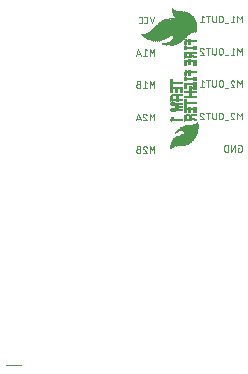
<source format=gbr>
G04 EAGLE Gerber RS-274X export*
G75*
%MOMM*%
%FSLAX34Y34*%
%LPD*%
%INSilkscreen Bottom*%
%IPPOS*%
%AMOC8*
5,1,8,0,0,1.08239X$1,22.5*%
G01*
%ADD10C,0.050800*%
%ADD11R,0.006200X0.024800*%
%ADD12R,0.006200X0.031000*%
%ADD13R,0.006200X0.018600*%
%ADD14R,0.006200X0.006200*%
%ADD15R,0.006200X0.037200*%
%ADD16R,0.006200X0.254200*%
%ADD17R,0.006200X0.427800*%
%ADD18R,0.006200X0.508400*%
%ADD19R,0.006200X0.595200*%
%ADD20R,0.006200X0.682000*%
%ADD21R,0.006200X0.737800*%
%ADD22R,0.006200X0.012400*%
%ADD23R,0.006200X0.812200*%
%ADD24R,0.006200X0.830800*%
%ADD25R,0.006200X0.861800*%
%ADD26R,0.006200X0.892800*%
%ADD27R,0.006200X0.886600*%
%ADD28R,0.006200X0.911400*%
%ADD29R,0.006200X0.923800*%
%ADD30R,0.006200X0.942400*%
%ADD31R,0.006200X0.948600*%
%ADD32R,0.006200X0.117800*%
%ADD33R,0.006200X0.297600*%
%ADD34R,0.006200X0.967200*%
%ADD35R,0.006200X0.446400*%
%ADD36R,0.006200X0.973400*%
%ADD37R,0.006200X0.998200*%
%ADD38R,0.006200X0.601400*%
%ADD39R,0.006200X1.004400*%
%ADD40R,0.006200X0.657200*%
%ADD41R,0.006200X1.010600*%
%ADD42R,0.006200X0.688200*%
%ADD43R,0.006200X1.023000*%
%ADD44R,0.006200X1.016800*%
%ADD45R,0.006200X0.713000*%
%ADD46R,0.006200X1.041600*%
%ADD47R,0.006200X0.744000*%
%ADD48R,0.006200X0.210800*%
%ADD49R,0.006200X0.353400*%
%ADD50R,0.006200X0.496000*%
%ADD51R,0.006200X0.347200*%
%ADD52R,0.006200X0.607600*%
%ADD53R,0.006200X0.204600*%
%ADD54R,0.006200X1.054000*%
%ADD55R,0.006200X0.750200*%
%ADD56R,0.006200X1.066400*%
%ADD57R,0.006200X0.762600*%
%ADD58R,0.006200X0.043400*%
%ADD59R,0.006200X1.072600*%
%ADD60R,0.006200X0.781200*%
%ADD61R,0.006200X0.055800*%
%ADD62R,0.006200X1.078800*%
%ADD63R,0.006200X0.799800*%
%ADD64R,0.006200X0.049600*%
%ADD65R,0.006200X1.085000*%
%ADD66R,0.006200X0.806000*%
%ADD67R,0.006200X1.097400*%
%ADD68R,0.006200X0.824600*%
%ADD69R,0.006200X0.062000*%
%ADD70R,0.006200X1.109800*%
%ADD71R,0.006200X0.837000*%
%ADD72R,0.006200X0.086800*%
%ADD73R,0.006200X0.843200*%
%ADD74R,0.006200X1.128400*%
%ADD75R,0.006200X0.874200*%
%ADD76R,0.006200X0.093000*%
%ADD77R,0.006200X1.122200*%
%ADD78R,0.006200X0.880400*%
%ADD79R,0.006200X0.099200*%
%ADD80R,0.006200X1.140800*%
%ADD81R,0.006200X1.134600*%
%ADD82R,0.006200X1.153200*%
%ADD83R,0.006200X0.899000*%
%ADD84R,0.006200X1.035400*%
%ADD85R,0.006200X1.171800*%
%ADD86R,0.006200X1.047800*%
%ADD87R,0.006200X1.165600*%
%ADD88R,0.006200X1.060200*%
%ADD89R,0.006200X1.178000*%
%ADD90R,0.006200X1.196600*%
%ADD91R,0.006200X1.091200*%
%ADD92R,0.006200X1.202800*%
%ADD93R,0.006200X1.103600*%
%ADD94R,0.006200X1.209000*%
%ADD95R,0.006200X1.221400*%
%ADD96R,0.006200X1.227600*%
%ADD97R,0.006200X1.233800*%
%ADD98R,0.006200X1.159400*%
%ADD99R,0.006200X1.240000*%
%ADD100R,0.006200X1.258600*%
%ADD101R,0.006200X1.184200*%
%ADD102R,0.006200X1.264800*%
%ADD103R,0.006200X1.277200*%
%ADD104R,0.006200X1.283400*%
%ADD105R,0.006200X1.289600*%
%ADD106R,0.006200X1.246200*%
%ADD107R,0.006200X1.295800*%
%ADD108R,0.006200X1.308200*%
%ADD109R,0.006200X1.271000*%
%ADD110R,0.006200X1.314400*%
%ADD111R,0.006200X1.320600*%
%ADD112R,0.006200X1.326800*%
%ADD113R,0.006200X1.345400*%
%ADD114R,0.006200X1.357800*%
%ADD115R,0.006200X1.339200*%
%ADD116R,0.006200X1.351600*%
%ADD117R,0.006200X1.364000*%
%ADD118R,0.006200X1.376400*%
%ADD119R,0.006200X1.382600*%
%ADD120R,0.006200X1.388800*%
%ADD121R,0.006200X0.198400*%
%ADD122R,0.006200X1.419800*%
%ADD123R,0.006200X1.407400*%
%ADD124R,0.006200X1.413600*%
%ADD125R,0.006200X1.432200*%
%ADD126R,0.006200X1.438400*%
%ADD127R,0.006200X1.457000*%
%ADD128R,0.006200X1.463200*%
%ADD129R,0.006200X1.426000*%
%ADD130R,0.006200X1.481800*%
%ADD131R,0.006200X0.589000*%
%ADD132R,0.006200X0.582800*%
%ADD133R,0.006200X1.450800*%
%ADD134R,0.006200X1.475600*%
%ADD135R,0.006200X1.488000*%
%ADD136R,0.006200X1.512800*%
%ADD137R,0.006200X1.469400*%
%ADD138R,0.006200X1.519000*%
%ADD139R,0.006200X1.537600*%
%ADD140R,0.006200X1.525200*%
%ADD141R,0.006200X1.543800*%
%ADD142R,0.006200X1.562400*%
%ADD143R,0.006200X1.568600*%
%ADD144R,0.006200X0.465000*%
%ADD145R,0.006200X0.477400*%
%ADD146R,0.006200X0.458800*%
%ADD147R,0.006200X1.494200*%
%ADD148R,0.006200X1.574800*%
%ADD149R,0.006200X1.587200*%
%ADD150R,0.006200X1.500400*%
%ADD151R,0.006200X1.593400*%
%ADD152R,0.006200X1.506600*%
%ADD153R,0.006200X1.605800*%
%ADD154R,0.006200X1.618200*%
%ADD155R,0.006200X1.636800*%
%ADD156R,0.006200X1.531400*%
%ADD157R,0.006200X1.643000*%
%ADD158R,0.006200X1.661600*%
%ADD159R,0.006200X1.667800*%
%ADD160R,0.006200X1.686400*%
%ADD161R,0.006200X1.550000*%
%ADD162R,0.006200X1.692600*%
%ADD163R,0.006200X1.711200*%
%ADD164R,0.006200X1.556200*%
%ADD165R,0.006200X1.723600*%
%ADD166R,0.006200X1.717400*%
%ADD167R,0.006200X1.736000*%
%ADD168R,0.006200X1.748400*%
%ADD169R,0.006200X1.581000*%
%ADD170R,0.006200X1.767000*%
%ADD171R,0.006200X1.779400*%
%ADD172R,0.006200X1.785600*%
%ADD173R,0.006200X1.791800*%
%ADD174R,0.006200X1.599600*%
%ADD175R,0.006200X1.804200*%
%ADD176R,0.006200X1.810400*%
%ADD177R,0.006200X1.835200*%
%ADD178R,0.006200X1.841400*%
%ADD179R,0.006200X1.853800*%
%ADD180R,0.006200X1.847600*%
%ADD181R,0.006200X1.612000*%
%ADD182R,0.006200X1.866200*%
%ADD183R,0.006200X1.872400*%
%ADD184R,0.006200X1.884800*%
%ADD185R,0.006200X1.891000*%
%ADD186R,0.006200X1.903400*%
%ADD187R,0.006200X1.915800*%
%ADD188R,0.006200X1.922000*%
%ADD189R,0.006200X1.624400*%
%ADD190R,0.006200X1.928200*%
%ADD191R,0.006200X1.630600*%
%ADD192R,0.006200X1.934400*%
%ADD193R,0.006200X1.946800*%
%ADD194R,0.006200X1.953000*%
%ADD195R,0.006200X1.965400*%
%ADD196R,0.006200X1.977800*%
%ADD197R,0.006200X1.984000*%
%ADD198R,0.006200X1.990200*%
%ADD199R,0.006200X1.996400*%
%ADD200R,0.006200X2.002600*%
%ADD201R,0.006200X2.015000*%
%ADD202R,0.006200X2.027400*%
%ADD203R,0.006200X2.033600*%
%ADD204R,0.006200X2.039800*%
%ADD205R,0.006200X1.649200*%
%ADD206R,0.006200X2.046000*%
%ADD207R,0.006200X2.052200*%
%ADD208R,0.006200X1.655400*%
%ADD209R,0.006200X2.064600*%
%ADD210R,0.006200X2.070800*%
%ADD211R,0.006200X2.083200*%
%ADD212R,0.006200X2.089400*%
%ADD213R,0.006200X2.095600*%
%ADD214R,0.006200X2.101800*%
%ADD215R,0.006200X2.108000*%
%ADD216R,0.006200X2.120400*%
%ADD217R,0.006200X0.483600*%
%ADD218R,0.006200X0.489800*%
%ADD219R,0.006200X0.570400*%
%ADD220R,0.006200X2.126600*%
%ADD221R,0.006200X2.132800*%
%ADD222R,0.006200X2.139000*%
%ADD223R,0.006200X2.151400*%
%ADD224R,0.006200X2.157600*%
%ADD225R,0.006200X2.163800*%
%ADD226R,0.006200X2.170000*%
%ADD227R,0.006200X2.176200*%
%ADD228R,0.006200X0.576600*%
%ADD229R,0.006200X2.182400*%
%ADD230R,0.006200X0.471200*%
%ADD231R,0.006200X2.188600*%
%ADD232R,0.006200X0.564200*%
%ADD233R,0.006200X2.201000*%
%ADD234R,0.006200X0.558000*%
%ADD235R,0.006200X2.207200*%
%ADD236R,0.006200X0.452600*%
%ADD237R,0.006200X0.551800*%
%ADD238R,0.006200X2.213400*%
%ADD239R,0.006200X0.545600*%
%ADD240R,0.006200X2.232000*%
%ADD241R,0.006200X0.440200*%
%ADD242R,0.006200X0.539400*%
%ADD243R,0.006200X2.238200*%
%ADD244R,0.006200X0.434000*%
%ADD245R,0.006200X0.533200*%
%ADD246R,0.006200X2.244400*%
%ADD247R,0.006200X0.527000*%
%ADD248R,0.006200X0.520800*%
%ADD249R,0.006200X0.421600*%
%ADD250R,0.006200X0.514600*%
%ADD251R,0.006200X2.256800*%
%ADD252R,0.006200X0.415400*%
%ADD253R,0.006200X2.263000*%
%ADD254R,0.006200X0.409200*%
%ADD255R,0.006200X0.502200*%
%ADD256R,0.006200X2.275400*%
%ADD257R,0.006200X0.403000*%
%ADD258R,0.006200X0.396800*%
%ADD259R,0.006200X2.269200*%
%ADD260R,0.006200X0.390600*%
%ADD261R,0.006200X0.384400*%
%ADD262R,0.006200X2.281600*%
%ADD263R,0.006200X0.378200*%
%ADD264R,0.006200X2.287800*%
%ADD265R,0.006200X0.372000*%
%ADD266R,0.006200X2.294000*%
%ADD267R,0.006200X0.365800*%
%ADD268R,0.006200X2.306400*%
%ADD269R,0.006200X0.359600*%
%ADD270R,0.006200X2.312600*%
%ADD271R,0.006200X2.318800*%
%ADD272R,0.006200X0.992000*%
%ADD273R,0.006200X2.325000*%
%ADD274R,0.006200X2.331200*%
%ADD275R,0.006200X2.337400*%
%ADD276R,0.006200X2.343600*%
%ADD277R,0.006200X0.985800*%
%ADD278R,0.006200X2.349800*%
%ADD279R,0.006200X2.356000*%
%ADD280R,0.006200X0.979600*%
%ADD281R,0.006200X2.362200*%
%ADD282R,0.006200X2.368400*%
%ADD283R,0.006200X2.374600*%
%ADD284R,0.006200X2.387000*%
%ADD285R,0.006200X2.393200*%
%ADD286R,0.006200X2.399400*%
%ADD287R,0.006200X0.961000*%
%ADD288R,0.006200X2.405600*%
%ADD289R,0.006200X0.954800*%
%ADD290R,0.006200X2.411800*%
%ADD291R,0.006200X2.418000*%
%ADD292R,0.006200X2.424200*%
%ADD293R,0.006200X2.430400*%
%ADD294R,0.006200X2.436600*%
%ADD295R,0.006200X2.442800*%
%ADD296R,0.006200X0.192200*%
%ADD297R,0.006200X2.449000*%
%ADD298R,0.006200X2.461400*%
%ADD299R,0.006200X0.068200*%
%ADD300R,0.006200X2.455200*%
%ADD301R,0.006200X0.074400*%
%ADD302R,0.006200X2.467600*%
%ADD303R,0.006200X2.473800*%
%ADD304R,0.006200X0.080600*%
%ADD305R,0.006200X2.480000*%
%ADD306R,0.006200X0.341000*%
%ADD307R,0.006200X0.936200*%
%ADD308R,0.006200X2.486200*%
%ADD309R,0.006200X0.334800*%
%ADD310R,0.006200X0.930000*%
%ADD311R,0.006200X2.504800*%
%ADD312R,0.006200X2.498600*%
%ADD313R,0.006200X0.328600*%
%ADD314R,0.006200X2.511000*%
%ADD315R,0.006200X2.517200*%
%ADD316R,0.006200X0.105400*%
%ADD317R,0.006200X0.322400*%
%ADD318R,0.006200X2.535800*%
%ADD319R,0.006200X0.316200*%
%ADD320R,0.006200X2.529600*%
%ADD321R,0.006200X0.111600*%
%ADD322R,0.006200X0.310000*%
%ADD323R,0.006200X2.542000*%
%ADD324R,0.006200X0.917600*%
%ADD325R,0.006200X2.548200*%
%ADD326R,0.006200X0.303800*%
%ADD327R,0.006200X2.560600*%
%ADD328R,0.006200X0.124000*%
%ADD329R,0.006200X2.554400*%
%ADD330R,0.006200X0.285200*%
%ADD331R,0.006200X0.130200*%
%ADD332R,0.006200X0.905200*%
%ADD333R,0.006200X2.566800*%
%ADD334R,0.006200X0.136400*%
%ADD335R,0.006200X0.291400*%
%ADD336R,0.006200X2.579200*%
%ADD337R,0.006200X2.573000*%
%ADD338R,0.006200X0.142600*%
%ADD339R,0.006200X2.585400*%
%ADD340R,0.006200X0.148800*%
%ADD341R,0.006200X2.597800*%
%ADD342R,0.006200X0.266600*%
%ADD343R,0.006200X2.591600*%
%ADD344R,0.006200X0.155000*%
%ADD345R,0.006200X2.604000*%
%ADD346R,0.006200X0.161200*%
%ADD347R,0.006200X2.622600*%
%ADD348R,0.006200X0.260400*%
%ADD349R,0.006200X2.616400*%
%ADD350R,0.006200X0.167400*%
%ADD351R,0.006200X0.241800*%
%ADD352R,0.006200X2.628800*%
%ADD353R,0.006200X0.173600*%
%ADD354R,0.006200X0.235600*%
%ADD355R,0.006200X2.635000*%
%ADD356R,0.006200X0.248000*%
%ADD357R,0.006200X2.647400*%
%ADD358R,0.006200X0.179800*%
%ADD359R,0.006200X2.641200*%
%ADD360R,0.006200X0.186000*%
%ADD361R,0.006200X2.659800*%
%ADD362R,0.006200X0.229400*%
%ADD363R,0.006200X2.653600*%
%ADD364R,0.006200X0.217000*%
%ADD365R,0.006200X0.868000*%
%ADD366R,0.006200X2.672200*%
%ADD367R,0.006200X2.666000*%
%ADD368R,0.006200X2.684600*%
%ADD369R,0.006200X2.678400*%
%ADD370R,0.006200X0.855600*%
%ADD371R,0.006200X0.849400*%
%ADD372R,0.006200X2.690800*%
%ADD373R,0.006200X0.223200*%
%ADD374R,0.006200X2.703200*%
%ADD375R,0.006200X2.715600*%
%ADD376R,0.006200X2.709400*%
%ADD377R,0.006200X2.728000*%
%ADD378R,0.006200X2.721800*%
%ADD379R,0.006200X2.008800*%
%ADD380R,0.006200X0.700600*%
%ADD381R,0.006200X2.740400*%
%ADD382R,0.006200X0.694400*%
%ADD383R,0.006200X2.058400*%
%ADD384R,0.006200X0.272800*%
%ADD385R,0.006200X0.818400*%
%ADD386R,0.006200X0.675800*%
%ADD387R,0.006200X0.279000*%
%ADD388R,0.006200X0.669600*%
%ADD389R,0.006200X0.663400*%
%ADD390R,0.006200X0.793600*%
%ADD391R,0.006200X0.651000*%
%ADD392R,0.006200X2.077000*%
%ADD393R,0.006200X0.787400*%
%ADD394R,0.006200X0.644800*%
%ADD395R,0.006200X0.632400*%
%ADD396R,0.006200X0.775000*%
%ADD397R,0.006200X0.638600*%
%ADD398R,0.006200X0.768800*%
%ADD399R,0.006200X0.626200*%
%ADD400R,0.006200X0.620000*%
%ADD401R,0.006200X0.756400*%
%ADD402R,0.006200X0.613800*%
%ADD403R,0.006200X0.731600*%
%ADD404R,0.006200X2.145200*%
%ADD405R,0.006200X0.725400*%
%ADD406R,0.006200X0.719200*%
%ADD407R,0.006200X0.706800*%
%ADD408R,0.006200X1.395000*%
%ADD409R,0.006200X1.370200*%
%ADD410R,0.006200X1.401200*%
%ADD411R,0.006200X1.444600*%
%ADD412R,0.006200X1.302000*%
%ADD413R,0.006200X1.252400*%
%ADD414R,0.006200X1.215200*%
%ADD415R,0.006200X1.190400*%
%ADD416R,0.006200X1.147000*%
%ADD417R,0.006200X1.116000*%
%ADD418C,0.000000*%


D10*
X125501Y294746D02*
X123638Y289158D01*
X121775Y294746D01*
X118478Y289158D02*
X117237Y289158D01*
X118478Y289158D02*
X118548Y289160D01*
X118617Y289166D01*
X118686Y289176D01*
X118754Y289189D01*
X118822Y289207D01*
X118888Y289228D01*
X118953Y289253D01*
X119017Y289281D01*
X119079Y289313D01*
X119139Y289348D01*
X119197Y289387D01*
X119252Y289429D01*
X119306Y289474D01*
X119356Y289522D01*
X119404Y289572D01*
X119449Y289626D01*
X119491Y289681D01*
X119530Y289739D01*
X119565Y289799D01*
X119597Y289861D01*
X119625Y289925D01*
X119650Y289990D01*
X119671Y290056D01*
X119689Y290124D01*
X119702Y290192D01*
X119712Y290261D01*
X119718Y290330D01*
X119720Y290400D01*
X119720Y293504D01*
X119718Y293574D01*
X119712Y293643D01*
X119702Y293712D01*
X119689Y293780D01*
X119671Y293848D01*
X119650Y293914D01*
X119625Y293979D01*
X119597Y294043D01*
X119565Y294105D01*
X119530Y294165D01*
X119491Y294223D01*
X119449Y294278D01*
X119404Y294332D01*
X119356Y294382D01*
X119306Y294430D01*
X119252Y294475D01*
X119197Y294517D01*
X119139Y294556D01*
X119079Y294591D01*
X119017Y294623D01*
X118953Y294651D01*
X118888Y294676D01*
X118822Y294697D01*
X118754Y294715D01*
X118686Y294728D01*
X118617Y294738D01*
X118548Y294744D01*
X118478Y294746D01*
X117237Y294746D01*
X113907Y289158D02*
X112665Y289158D01*
X113907Y289158D02*
X113977Y289160D01*
X114046Y289166D01*
X114115Y289176D01*
X114183Y289189D01*
X114251Y289207D01*
X114317Y289228D01*
X114382Y289253D01*
X114446Y289281D01*
X114508Y289313D01*
X114568Y289348D01*
X114626Y289387D01*
X114681Y289429D01*
X114735Y289474D01*
X114785Y289522D01*
X114833Y289572D01*
X114878Y289626D01*
X114920Y289681D01*
X114959Y289739D01*
X114994Y289799D01*
X115026Y289861D01*
X115054Y289925D01*
X115079Y289990D01*
X115100Y290056D01*
X115118Y290124D01*
X115131Y290192D01*
X115141Y290261D01*
X115147Y290330D01*
X115149Y290400D01*
X115148Y290400D02*
X115148Y293504D01*
X115149Y293504D02*
X115147Y293574D01*
X115141Y293643D01*
X115131Y293712D01*
X115118Y293780D01*
X115100Y293848D01*
X115079Y293914D01*
X115054Y293979D01*
X115026Y294043D01*
X114994Y294105D01*
X114959Y294165D01*
X114920Y294223D01*
X114878Y294278D01*
X114833Y294332D01*
X114785Y294382D01*
X114735Y294430D01*
X114681Y294475D01*
X114626Y294517D01*
X114568Y294556D01*
X114508Y294591D01*
X114446Y294623D01*
X114382Y294651D01*
X114317Y294676D01*
X114251Y294697D01*
X114183Y294715D01*
X114115Y294728D01*
X114046Y294738D01*
X113977Y294744D01*
X113907Y294746D01*
X112665Y294746D01*
X125501Y267314D02*
X125501Y261726D01*
X123638Y264210D02*
X125501Y267314D01*
X123638Y264210D02*
X121775Y267314D01*
X121775Y261726D01*
X119155Y266072D02*
X117603Y267314D01*
X117603Y261726D01*
X119155Y261726D02*
X116051Y261726D01*
X113979Y261726D02*
X112117Y267314D01*
X110254Y261726D01*
X110720Y263123D02*
X113514Y263123D01*
X125501Y239882D02*
X125501Y234294D01*
X123638Y236778D02*
X125501Y239882D01*
X123638Y236778D02*
X121775Y239882D01*
X121775Y234294D01*
X119155Y238640D02*
X117603Y239882D01*
X117603Y234294D01*
X119155Y234294D02*
X116051Y234294D01*
X113403Y237398D02*
X111851Y237398D01*
X111774Y237396D01*
X111696Y237390D01*
X111620Y237381D01*
X111543Y237367D01*
X111468Y237350D01*
X111394Y237329D01*
X111320Y237304D01*
X111248Y237276D01*
X111178Y237244D01*
X111109Y237209D01*
X111042Y237170D01*
X110977Y237128D01*
X110914Y237083D01*
X110853Y237035D01*
X110795Y236984D01*
X110740Y236930D01*
X110687Y236873D01*
X110638Y236814D01*
X110591Y236752D01*
X110547Y236688D01*
X110507Y236622D01*
X110470Y236554D01*
X110436Y236484D01*
X110406Y236413D01*
X110380Y236340D01*
X110357Y236266D01*
X110338Y236191D01*
X110323Y236116D01*
X110311Y236039D01*
X110303Y235962D01*
X110299Y235885D01*
X110299Y235807D01*
X110303Y235730D01*
X110311Y235653D01*
X110323Y235576D01*
X110338Y235501D01*
X110357Y235426D01*
X110380Y235352D01*
X110406Y235279D01*
X110436Y235208D01*
X110470Y235138D01*
X110507Y235070D01*
X110547Y235004D01*
X110591Y234940D01*
X110638Y234878D01*
X110687Y234819D01*
X110740Y234762D01*
X110795Y234708D01*
X110853Y234657D01*
X110914Y234609D01*
X110977Y234564D01*
X111042Y234522D01*
X111109Y234483D01*
X111178Y234448D01*
X111248Y234416D01*
X111320Y234388D01*
X111394Y234363D01*
X111468Y234342D01*
X111543Y234325D01*
X111620Y234311D01*
X111696Y234302D01*
X111774Y234296D01*
X111851Y234294D01*
X113403Y234294D01*
X113403Y239882D01*
X111851Y239882D01*
X111781Y239880D01*
X111712Y239874D01*
X111643Y239864D01*
X111575Y239851D01*
X111507Y239833D01*
X111441Y239812D01*
X111376Y239787D01*
X111312Y239759D01*
X111250Y239727D01*
X111190Y239692D01*
X111132Y239653D01*
X111077Y239611D01*
X111023Y239566D01*
X110973Y239518D01*
X110925Y239468D01*
X110880Y239414D01*
X110838Y239359D01*
X110799Y239301D01*
X110764Y239241D01*
X110732Y239179D01*
X110704Y239115D01*
X110679Y239050D01*
X110658Y238984D01*
X110640Y238916D01*
X110627Y238848D01*
X110617Y238779D01*
X110611Y238710D01*
X110609Y238640D01*
X110611Y238570D01*
X110617Y238501D01*
X110627Y238432D01*
X110640Y238364D01*
X110658Y238296D01*
X110679Y238230D01*
X110704Y238165D01*
X110732Y238101D01*
X110764Y238039D01*
X110799Y237979D01*
X110838Y237921D01*
X110880Y237866D01*
X110925Y237812D01*
X110973Y237762D01*
X111023Y237714D01*
X111077Y237669D01*
X111132Y237627D01*
X111190Y237588D01*
X111250Y237553D01*
X111312Y237521D01*
X111376Y237493D01*
X111441Y237468D01*
X111507Y237447D01*
X111575Y237429D01*
X111643Y237416D01*
X111712Y237406D01*
X111781Y237400D01*
X111851Y237398D01*
X125501Y212450D02*
X125501Y206862D01*
X123638Y209346D02*
X125501Y212450D01*
X123638Y209346D02*
X121775Y212450D01*
X121775Y206862D01*
X117448Y212450D02*
X117375Y212448D01*
X117302Y212442D01*
X117229Y212433D01*
X117158Y212419D01*
X117086Y212402D01*
X117016Y212382D01*
X116947Y212357D01*
X116880Y212329D01*
X116814Y212298D01*
X116750Y212263D01*
X116687Y212225D01*
X116627Y212183D01*
X116569Y212139D01*
X116513Y212091D01*
X116460Y212041D01*
X116410Y211988D01*
X116362Y211932D01*
X116318Y211874D01*
X116276Y211814D01*
X116238Y211752D01*
X116203Y211687D01*
X116172Y211621D01*
X116144Y211554D01*
X116119Y211485D01*
X116099Y211415D01*
X116082Y211343D01*
X116068Y211272D01*
X116059Y211199D01*
X116053Y211126D01*
X116051Y211053D01*
X117448Y212450D02*
X117532Y212448D01*
X117615Y212442D01*
X117698Y212433D01*
X117780Y212419D01*
X117862Y212402D01*
X117943Y212380D01*
X118023Y212355D01*
X118101Y212327D01*
X118179Y212295D01*
X118254Y212259D01*
X118328Y212220D01*
X118400Y212177D01*
X118470Y212131D01*
X118537Y212082D01*
X118603Y212029D01*
X118665Y211974D01*
X118725Y211916D01*
X118783Y211855D01*
X118837Y211792D01*
X118889Y211726D01*
X118937Y211658D01*
X118982Y211587D01*
X119024Y211515D01*
X119062Y211440D01*
X119097Y211364D01*
X119128Y211287D01*
X119156Y211208D01*
X116517Y209967D02*
X116463Y210020D01*
X116412Y210077D01*
X116364Y210136D01*
X116319Y210197D01*
X116278Y210260D01*
X116239Y210326D01*
X116204Y210393D01*
X116172Y210462D01*
X116144Y210533D01*
X116120Y210604D01*
X116099Y210677D01*
X116082Y210751D01*
X116068Y210826D01*
X116059Y210901D01*
X116053Y210977D01*
X116051Y211053D01*
X116517Y209966D02*
X119155Y206862D01*
X116051Y206862D01*
X113979Y206862D02*
X112117Y212450D01*
X110254Y206862D01*
X110720Y208259D02*
X113514Y208259D01*
X125501Y185018D02*
X125501Y179430D01*
X123638Y181914D02*
X125501Y185018D01*
X123638Y181914D02*
X121775Y185018D01*
X121775Y179430D01*
X117448Y185018D02*
X117375Y185016D01*
X117302Y185010D01*
X117229Y185001D01*
X117158Y184987D01*
X117086Y184970D01*
X117016Y184950D01*
X116947Y184925D01*
X116880Y184897D01*
X116814Y184866D01*
X116750Y184831D01*
X116687Y184793D01*
X116627Y184751D01*
X116569Y184707D01*
X116513Y184659D01*
X116460Y184609D01*
X116410Y184556D01*
X116362Y184500D01*
X116318Y184442D01*
X116276Y184382D01*
X116238Y184320D01*
X116203Y184255D01*
X116172Y184189D01*
X116144Y184122D01*
X116119Y184053D01*
X116099Y183983D01*
X116082Y183911D01*
X116068Y183840D01*
X116059Y183767D01*
X116053Y183694D01*
X116051Y183621D01*
X117448Y185018D02*
X117532Y185016D01*
X117615Y185010D01*
X117698Y185001D01*
X117780Y184987D01*
X117862Y184970D01*
X117943Y184948D01*
X118023Y184923D01*
X118101Y184895D01*
X118179Y184863D01*
X118254Y184827D01*
X118328Y184788D01*
X118400Y184745D01*
X118470Y184699D01*
X118537Y184650D01*
X118603Y184597D01*
X118665Y184542D01*
X118725Y184484D01*
X118783Y184423D01*
X118837Y184360D01*
X118889Y184294D01*
X118937Y184226D01*
X118982Y184155D01*
X119024Y184083D01*
X119062Y184008D01*
X119097Y183932D01*
X119128Y183855D01*
X119156Y183776D01*
X116517Y182535D02*
X116463Y182588D01*
X116412Y182645D01*
X116364Y182704D01*
X116319Y182765D01*
X116278Y182828D01*
X116239Y182894D01*
X116204Y182961D01*
X116172Y183030D01*
X116144Y183101D01*
X116120Y183172D01*
X116099Y183245D01*
X116082Y183319D01*
X116068Y183394D01*
X116059Y183469D01*
X116053Y183545D01*
X116051Y183621D01*
X116517Y182534D02*
X119155Y179430D01*
X116051Y179430D01*
X113403Y182534D02*
X111851Y182534D01*
X111774Y182532D01*
X111696Y182526D01*
X111620Y182517D01*
X111543Y182503D01*
X111468Y182486D01*
X111394Y182465D01*
X111320Y182440D01*
X111248Y182412D01*
X111178Y182380D01*
X111109Y182345D01*
X111042Y182306D01*
X110977Y182264D01*
X110914Y182219D01*
X110853Y182171D01*
X110795Y182120D01*
X110740Y182066D01*
X110687Y182009D01*
X110638Y181950D01*
X110591Y181888D01*
X110547Y181824D01*
X110507Y181758D01*
X110470Y181690D01*
X110436Y181620D01*
X110406Y181549D01*
X110380Y181476D01*
X110357Y181402D01*
X110338Y181327D01*
X110323Y181252D01*
X110311Y181175D01*
X110303Y181098D01*
X110299Y181021D01*
X110299Y180943D01*
X110303Y180866D01*
X110311Y180789D01*
X110323Y180712D01*
X110338Y180637D01*
X110357Y180562D01*
X110380Y180488D01*
X110406Y180415D01*
X110436Y180344D01*
X110470Y180274D01*
X110507Y180206D01*
X110547Y180140D01*
X110591Y180076D01*
X110638Y180014D01*
X110687Y179955D01*
X110740Y179898D01*
X110795Y179844D01*
X110853Y179793D01*
X110914Y179745D01*
X110977Y179700D01*
X111042Y179658D01*
X111109Y179619D01*
X111178Y179584D01*
X111248Y179552D01*
X111320Y179524D01*
X111394Y179499D01*
X111468Y179478D01*
X111543Y179461D01*
X111620Y179447D01*
X111696Y179438D01*
X111774Y179432D01*
X111851Y179430D01*
X113403Y179430D01*
X113403Y185018D01*
X111851Y185018D01*
X111781Y185016D01*
X111712Y185010D01*
X111643Y185000D01*
X111575Y184987D01*
X111507Y184969D01*
X111441Y184948D01*
X111376Y184923D01*
X111312Y184895D01*
X111250Y184863D01*
X111190Y184828D01*
X111132Y184789D01*
X111077Y184747D01*
X111023Y184702D01*
X110973Y184654D01*
X110925Y184604D01*
X110880Y184550D01*
X110838Y184495D01*
X110799Y184437D01*
X110764Y184377D01*
X110732Y184315D01*
X110704Y184251D01*
X110679Y184186D01*
X110658Y184120D01*
X110640Y184052D01*
X110627Y183984D01*
X110617Y183915D01*
X110611Y183846D01*
X110609Y183776D01*
X110611Y183706D01*
X110617Y183637D01*
X110627Y183568D01*
X110640Y183500D01*
X110658Y183432D01*
X110679Y183366D01*
X110704Y183301D01*
X110732Y183237D01*
X110764Y183175D01*
X110799Y183115D01*
X110838Y183057D01*
X110880Y183002D01*
X110925Y182948D01*
X110973Y182898D01*
X111023Y182850D01*
X111077Y182805D01*
X111132Y182763D01*
X111190Y182724D01*
X111250Y182689D01*
X111312Y182657D01*
X111376Y182629D01*
X111441Y182604D01*
X111507Y182583D01*
X111575Y182565D01*
X111643Y182552D01*
X111712Y182542D01*
X111781Y182536D01*
X111851Y182534D01*
X199746Y289982D02*
X199746Y295570D01*
X197883Y292466D01*
X196021Y295570D01*
X196021Y289982D01*
X193401Y294328D02*
X191848Y295570D01*
X191848Y289982D01*
X190296Y289982D02*
X193401Y289982D01*
X188152Y289361D02*
X185669Y289361D01*
X183525Y291534D02*
X183525Y294018D01*
X183523Y294095D01*
X183517Y294173D01*
X183508Y294249D01*
X183494Y294326D01*
X183477Y294401D01*
X183456Y294475D01*
X183431Y294549D01*
X183403Y294621D01*
X183371Y294691D01*
X183336Y294760D01*
X183297Y294827D01*
X183255Y294892D01*
X183210Y294955D01*
X183162Y295016D01*
X183111Y295074D01*
X183057Y295129D01*
X183000Y295182D01*
X182941Y295231D01*
X182879Y295278D01*
X182815Y295322D01*
X182749Y295362D01*
X182681Y295399D01*
X182611Y295433D01*
X182540Y295463D01*
X182467Y295489D01*
X182393Y295512D01*
X182318Y295531D01*
X182243Y295546D01*
X182166Y295558D01*
X182089Y295566D01*
X182012Y295570D01*
X181934Y295570D01*
X181857Y295566D01*
X181780Y295558D01*
X181703Y295546D01*
X181628Y295531D01*
X181553Y295512D01*
X181479Y295489D01*
X181406Y295463D01*
X181335Y295433D01*
X181265Y295399D01*
X181197Y295362D01*
X181131Y295322D01*
X181067Y295278D01*
X181005Y295231D01*
X180946Y295182D01*
X180889Y295129D01*
X180835Y295074D01*
X180784Y295016D01*
X180736Y294955D01*
X180691Y294892D01*
X180649Y294827D01*
X180610Y294760D01*
X180575Y294691D01*
X180543Y294621D01*
X180515Y294549D01*
X180490Y294475D01*
X180469Y294401D01*
X180452Y294326D01*
X180438Y294249D01*
X180429Y294173D01*
X180423Y294095D01*
X180421Y294018D01*
X180421Y291534D01*
X180423Y291457D01*
X180429Y291379D01*
X180438Y291303D01*
X180452Y291226D01*
X180469Y291151D01*
X180490Y291077D01*
X180515Y291003D01*
X180543Y290931D01*
X180575Y290861D01*
X180610Y290792D01*
X180649Y290725D01*
X180691Y290660D01*
X180736Y290597D01*
X180784Y290536D01*
X180835Y290478D01*
X180889Y290423D01*
X180946Y290370D01*
X181005Y290321D01*
X181067Y290274D01*
X181131Y290230D01*
X181197Y290190D01*
X181265Y290153D01*
X181335Y290119D01*
X181406Y290089D01*
X181479Y290063D01*
X181553Y290040D01*
X181628Y290021D01*
X181703Y290006D01*
X181780Y289994D01*
X181857Y289986D01*
X181934Y289982D01*
X182012Y289982D01*
X182089Y289986D01*
X182166Y289994D01*
X182243Y290006D01*
X182318Y290021D01*
X182393Y290040D01*
X182467Y290063D01*
X182540Y290089D01*
X182611Y290119D01*
X182681Y290153D01*
X182749Y290190D01*
X182815Y290230D01*
X182879Y290274D01*
X182941Y290321D01*
X183000Y290370D01*
X183057Y290423D01*
X183111Y290478D01*
X183162Y290536D01*
X183210Y290597D01*
X183255Y290660D01*
X183297Y290725D01*
X183336Y290792D01*
X183371Y290861D01*
X183403Y290931D01*
X183431Y291003D01*
X183456Y291077D01*
X183477Y291151D01*
X183494Y291226D01*
X183508Y291303D01*
X183517Y291379D01*
X183523Y291457D01*
X183525Y291534D01*
X177856Y291534D02*
X177856Y295570D01*
X177856Y291534D02*
X177854Y291457D01*
X177848Y291379D01*
X177839Y291303D01*
X177825Y291226D01*
X177808Y291151D01*
X177787Y291077D01*
X177762Y291003D01*
X177734Y290931D01*
X177702Y290861D01*
X177667Y290792D01*
X177628Y290725D01*
X177586Y290660D01*
X177541Y290597D01*
X177493Y290536D01*
X177442Y290478D01*
X177388Y290423D01*
X177331Y290370D01*
X177272Y290321D01*
X177210Y290274D01*
X177146Y290230D01*
X177080Y290190D01*
X177012Y290153D01*
X176942Y290119D01*
X176871Y290089D01*
X176798Y290063D01*
X176724Y290040D01*
X176649Y290021D01*
X176574Y290006D01*
X176497Y289994D01*
X176420Y289986D01*
X176343Y289982D01*
X176265Y289982D01*
X176188Y289986D01*
X176111Y289994D01*
X176034Y290006D01*
X175959Y290021D01*
X175884Y290040D01*
X175810Y290063D01*
X175737Y290089D01*
X175666Y290119D01*
X175596Y290153D01*
X175528Y290190D01*
X175462Y290230D01*
X175398Y290274D01*
X175336Y290321D01*
X175277Y290370D01*
X175220Y290423D01*
X175166Y290478D01*
X175115Y290536D01*
X175067Y290597D01*
X175022Y290660D01*
X174980Y290725D01*
X174941Y290792D01*
X174906Y290861D01*
X174874Y290931D01*
X174846Y291003D01*
X174821Y291077D01*
X174800Y291151D01*
X174783Y291226D01*
X174769Y291303D01*
X174760Y291379D01*
X174754Y291457D01*
X174752Y291534D01*
X174751Y291534D02*
X174751Y295570D01*
X171000Y295570D02*
X171000Y289982D01*
X172552Y295570D02*
X169448Y295570D01*
X167432Y294328D02*
X165879Y295570D01*
X165879Y289982D01*
X164327Y289982D02*
X167432Y289982D01*
X199746Y268138D02*
X199746Y262550D01*
X197883Y265034D02*
X199746Y268138D01*
X197883Y265034D02*
X196021Y268138D01*
X196021Y262550D01*
X193401Y266896D02*
X191848Y268138D01*
X191848Y262550D01*
X190296Y262550D02*
X193401Y262550D01*
X188152Y261929D02*
X185669Y261929D01*
X183525Y264102D02*
X183525Y266586D01*
X183523Y266663D01*
X183517Y266741D01*
X183508Y266817D01*
X183494Y266894D01*
X183477Y266969D01*
X183456Y267043D01*
X183431Y267117D01*
X183403Y267189D01*
X183371Y267259D01*
X183336Y267328D01*
X183297Y267395D01*
X183255Y267460D01*
X183210Y267523D01*
X183162Y267584D01*
X183111Y267642D01*
X183057Y267697D01*
X183000Y267750D01*
X182941Y267799D01*
X182879Y267846D01*
X182815Y267890D01*
X182749Y267930D01*
X182681Y267967D01*
X182611Y268001D01*
X182540Y268031D01*
X182467Y268057D01*
X182393Y268080D01*
X182318Y268099D01*
X182243Y268114D01*
X182166Y268126D01*
X182089Y268134D01*
X182012Y268138D01*
X181934Y268138D01*
X181857Y268134D01*
X181780Y268126D01*
X181703Y268114D01*
X181628Y268099D01*
X181553Y268080D01*
X181479Y268057D01*
X181406Y268031D01*
X181335Y268001D01*
X181265Y267967D01*
X181197Y267930D01*
X181131Y267890D01*
X181067Y267846D01*
X181005Y267799D01*
X180946Y267750D01*
X180889Y267697D01*
X180835Y267642D01*
X180784Y267584D01*
X180736Y267523D01*
X180691Y267460D01*
X180649Y267395D01*
X180610Y267328D01*
X180575Y267259D01*
X180543Y267189D01*
X180515Y267117D01*
X180490Y267043D01*
X180469Y266969D01*
X180452Y266894D01*
X180438Y266817D01*
X180429Y266741D01*
X180423Y266663D01*
X180421Y266586D01*
X180421Y264102D01*
X180423Y264025D01*
X180429Y263947D01*
X180438Y263871D01*
X180452Y263794D01*
X180469Y263719D01*
X180490Y263645D01*
X180515Y263571D01*
X180543Y263499D01*
X180575Y263429D01*
X180610Y263360D01*
X180649Y263293D01*
X180691Y263228D01*
X180736Y263165D01*
X180784Y263104D01*
X180835Y263046D01*
X180889Y262991D01*
X180946Y262938D01*
X181005Y262889D01*
X181067Y262842D01*
X181131Y262798D01*
X181197Y262758D01*
X181265Y262721D01*
X181335Y262687D01*
X181406Y262657D01*
X181479Y262631D01*
X181553Y262608D01*
X181628Y262589D01*
X181703Y262574D01*
X181780Y262562D01*
X181857Y262554D01*
X181934Y262550D01*
X182012Y262550D01*
X182089Y262554D01*
X182166Y262562D01*
X182243Y262574D01*
X182318Y262589D01*
X182393Y262608D01*
X182467Y262631D01*
X182540Y262657D01*
X182611Y262687D01*
X182681Y262721D01*
X182749Y262758D01*
X182815Y262798D01*
X182879Y262842D01*
X182941Y262889D01*
X183000Y262938D01*
X183057Y262991D01*
X183111Y263046D01*
X183162Y263104D01*
X183210Y263165D01*
X183255Y263228D01*
X183297Y263293D01*
X183336Y263360D01*
X183371Y263429D01*
X183403Y263499D01*
X183431Y263571D01*
X183456Y263645D01*
X183477Y263719D01*
X183494Y263794D01*
X183508Y263871D01*
X183517Y263947D01*
X183523Y264025D01*
X183525Y264102D01*
X177856Y264102D02*
X177856Y268138D01*
X177856Y264102D02*
X177854Y264025D01*
X177848Y263947D01*
X177839Y263871D01*
X177825Y263794D01*
X177808Y263719D01*
X177787Y263645D01*
X177762Y263571D01*
X177734Y263499D01*
X177702Y263429D01*
X177667Y263360D01*
X177628Y263293D01*
X177586Y263228D01*
X177541Y263165D01*
X177493Y263104D01*
X177442Y263046D01*
X177388Y262991D01*
X177331Y262938D01*
X177272Y262889D01*
X177210Y262842D01*
X177146Y262798D01*
X177080Y262758D01*
X177012Y262721D01*
X176942Y262687D01*
X176871Y262657D01*
X176798Y262631D01*
X176724Y262608D01*
X176649Y262589D01*
X176574Y262574D01*
X176497Y262562D01*
X176420Y262554D01*
X176343Y262550D01*
X176265Y262550D01*
X176188Y262554D01*
X176111Y262562D01*
X176034Y262574D01*
X175959Y262589D01*
X175884Y262608D01*
X175810Y262631D01*
X175737Y262657D01*
X175666Y262687D01*
X175596Y262721D01*
X175528Y262758D01*
X175462Y262798D01*
X175398Y262842D01*
X175336Y262889D01*
X175277Y262938D01*
X175220Y262991D01*
X175166Y263046D01*
X175115Y263104D01*
X175067Y263165D01*
X175022Y263228D01*
X174980Y263293D01*
X174941Y263360D01*
X174906Y263429D01*
X174874Y263499D01*
X174846Y263571D01*
X174821Y263645D01*
X174800Y263719D01*
X174783Y263794D01*
X174769Y263871D01*
X174760Y263947D01*
X174754Y264025D01*
X174752Y264102D01*
X174751Y264102D02*
X174751Y268138D01*
X171000Y268138D02*
X171000Y262550D01*
X172552Y268138D02*
X169448Y268138D01*
X165724Y268138D02*
X165651Y268136D01*
X165578Y268130D01*
X165505Y268121D01*
X165434Y268107D01*
X165362Y268090D01*
X165292Y268070D01*
X165223Y268045D01*
X165156Y268017D01*
X165090Y267986D01*
X165026Y267951D01*
X164963Y267913D01*
X164903Y267871D01*
X164845Y267827D01*
X164789Y267779D01*
X164736Y267729D01*
X164686Y267676D01*
X164638Y267620D01*
X164594Y267562D01*
X164552Y267502D01*
X164514Y267440D01*
X164479Y267375D01*
X164448Y267309D01*
X164420Y267242D01*
X164395Y267173D01*
X164375Y267103D01*
X164358Y267031D01*
X164344Y266960D01*
X164335Y266887D01*
X164329Y266814D01*
X164327Y266741D01*
X165724Y268138D02*
X165808Y268136D01*
X165891Y268130D01*
X165974Y268121D01*
X166056Y268107D01*
X166138Y268090D01*
X166219Y268068D01*
X166299Y268043D01*
X166377Y268015D01*
X166455Y267983D01*
X166530Y267947D01*
X166604Y267908D01*
X166676Y267865D01*
X166746Y267819D01*
X166813Y267770D01*
X166879Y267717D01*
X166941Y267662D01*
X167001Y267604D01*
X167059Y267543D01*
X167113Y267480D01*
X167165Y267414D01*
X167213Y267346D01*
X167258Y267275D01*
X167300Y267203D01*
X167338Y267128D01*
X167373Y267052D01*
X167404Y266975D01*
X167432Y266896D01*
X164794Y265655D02*
X164740Y265708D01*
X164689Y265765D01*
X164641Y265824D01*
X164596Y265885D01*
X164555Y265948D01*
X164516Y266014D01*
X164481Y266081D01*
X164449Y266150D01*
X164421Y266221D01*
X164397Y266292D01*
X164376Y266365D01*
X164359Y266439D01*
X164345Y266514D01*
X164336Y266589D01*
X164330Y266665D01*
X164328Y266741D01*
X164793Y265654D02*
X167432Y262550D01*
X164327Y262550D01*
X199746Y240706D02*
X199746Y235118D01*
X197883Y237602D02*
X199746Y240706D01*
X197883Y237602D02*
X196021Y240706D01*
X196021Y235118D01*
X191693Y240706D02*
X191620Y240704D01*
X191547Y240698D01*
X191474Y240689D01*
X191403Y240675D01*
X191331Y240658D01*
X191261Y240638D01*
X191192Y240613D01*
X191125Y240585D01*
X191059Y240554D01*
X190995Y240519D01*
X190932Y240481D01*
X190872Y240439D01*
X190814Y240395D01*
X190758Y240347D01*
X190705Y240297D01*
X190655Y240244D01*
X190607Y240188D01*
X190563Y240130D01*
X190521Y240070D01*
X190483Y240008D01*
X190448Y239943D01*
X190417Y239877D01*
X190389Y239810D01*
X190364Y239741D01*
X190344Y239671D01*
X190327Y239599D01*
X190313Y239528D01*
X190304Y239455D01*
X190298Y239382D01*
X190296Y239309D01*
X191693Y240706D02*
X191777Y240704D01*
X191860Y240698D01*
X191943Y240689D01*
X192025Y240675D01*
X192107Y240658D01*
X192188Y240636D01*
X192268Y240611D01*
X192346Y240583D01*
X192424Y240551D01*
X192499Y240515D01*
X192573Y240476D01*
X192645Y240433D01*
X192715Y240387D01*
X192782Y240338D01*
X192848Y240285D01*
X192910Y240230D01*
X192970Y240172D01*
X193028Y240111D01*
X193082Y240048D01*
X193134Y239982D01*
X193182Y239914D01*
X193227Y239843D01*
X193269Y239771D01*
X193307Y239696D01*
X193342Y239620D01*
X193373Y239543D01*
X193401Y239464D01*
X190763Y238223D02*
X190709Y238276D01*
X190658Y238333D01*
X190610Y238392D01*
X190565Y238453D01*
X190524Y238516D01*
X190485Y238582D01*
X190450Y238649D01*
X190418Y238718D01*
X190390Y238789D01*
X190366Y238860D01*
X190345Y238933D01*
X190328Y239007D01*
X190314Y239082D01*
X190305Y239157D01*
X190299Y239233D01*
X190297Y239309D01*
X190762Y238222D02*
X193401Y235118D01*
X190296Y235118D01*
X188152Y234497D02*
X185669Y234497D01*
X183525Y236670D02*
X183525Y239154D01*
X183523Y239231D01*
X183517Y239309D01*
X183508Y239385D01*
X183494Y239462D01*
X183477Y239537D01*
X183456Y239611D01*
X183431Y239685D01*
X183403Y239757D01*
X183371Y239827D01*
X183336Y239896D01*
X183297Y239963D01*
X183255Y240028D01*
X183210Y240091D01*
X183162Y240152D01*
X183111Y240210D01*
X183057Y240265D01*
X183000Y240318D01*
X182941Y240367D01*
X182879Y240414D01*
X182815Y240458D01*
X182749Y240498D01*
X182681Y240535D01*
X182611Y240569D01*
X182540Y240599D01*
X182467Y240625D01*
X182393Y240648D01*
X182318Y240667D01*
X182243Y240682D01*
X182166Y240694D01*
X182089Y240702D01*
X182012Y240706D01*
X181934Y240706D01*
X181857Y240702D01*
X181780Y240694D01*
X181703Y240682D01*
X181628Y240667D01*
X181553Y240648D01*
X181479Y240625D01*
X181406Y240599D01*
X181335Y240569D01*
X181265Y240535D01*
X181197Y240498D01*
X181131Y240458D01*
X181067Y240414D01*
X181005Y240367D01*
X180946Y240318D01*
X180889Y240265D01*
X180835Y240210D01*
X180784Y240152D01*
X180736Y240091D01*
X180691Y240028D01*
X180649Y239963D01*
X180610Y239896D01*
X180575Y239827D01*
X180543Y239757D01*
X180515Y239685D01*
X180490Y239611D01*
X180469Y239537D01*
X180452Y239462D01*
X180438Y239385D01*
X180429Y239309D01*
X180423Y239231D01*
X180421Y239154D01*
X180421Y236670D01*
X180423Y236593D01*
X180429Y236515D01*
X180438Y236439D01*
X180452Y236362D01*
X180469Y236287D01*
X180490Y236213D01*
X180515Y236139D01*
X180543Y236067D01*
X180575Y235997D01*
X180610Y235928D01*
X180649Y235861D01*
X180691Y235796D01*
X180736Y235733D01*
X180784Y235672D01*
X180835Y235614D01*
X180889Y235559D01*
X180946Y235506D01*
X181005Y235457D01*
X181067Y235410D01*
X181131Y235366D01*
X181197Y235326D01*
X181265Y235289D01*
X181335Y235255D01*
X181406Y235225D01*
X181479Y235199D01*
X181553Y235176D01*
X181628Y235157D01*
X181703Y235142D01*
X181780Y235130D01*
X181857Y235122D01*
X181934Y235118D01*
X182012Y235118D01*
X182089Y235122D01*
X182166Y235130D01*
X182243Y235142D01*
X182318Y235157D01*
X182393Y235176D01*
X182467Y235199D01*
X182540Y235225D01*
X182611Y235255D01*
X182681Y235289D01*
X182749Y235326D01*
X182815Y235366D01*
X182879Y235410D01*
X182941Y235457D01*
X183000Y235506D01*
X183057Y235559D01*
X183111Y235614D01*
X183162Y235672D01*
X183210Y235733D01*
X183255Y235796D01*
X183297Y235861D01*
X183336Y235928D01*
X183371Y235997D01*
X183403Y236067D01*
X183431Y236139D01*
X183456Y236213D01*
X183477Y236287D01*
X183494Y236362D01*
X183508Y236439D01*
X183517Y236515D01*
X183523Y236593D01*
X183525Y236670D01*
X177856Y236670D02*
X177856Y240706D01*
X177856Y236670D02*
X177854Y236593D01*
X177848Y236515D01*
X177839Y236439D01*
X177825Y236362D01*
X177808Y236287D01*
X177787Y236213D01*
X177762Y236139D01*
X177734Y236067D01*
X177702Y235997D01*
X177667Y235928D01*
X177628Y235861D01*
X177586Y235796D01*
X177541Y235733D01*
X177493Y235672D01*
X177442Y235614D01*
X177388Y235559D01*
X177331Y235506D01*
X177272Y235457D01*
X177210Y235410D01*
X177146Y235366D01*
X177080Y235326D01*
X177012Y235289D01*
X176942Y235255D01*
X176871Y235225D01*
X176798Y235199D01*
X176724Y235176D01*
X176649Y235157D01*
X176574Y235142D01*
X176497Y235130D01*
X176420Y235122D01*
X176343Y235118D01*
X176265Y235118D01*
X176188Y235122D01*
X176111Y235130D01*
X176034Y235142D01*
X175959Y235157D01*
X175884Y235176D01*
X175810Y235199D01*
X175737Y235225D01*
X175666Y235255D01*
X175596Y235289D01*
X175528Y235326D01*
X175462Y235366D01*
X175398Y235410D01*
X175336Y235457D01*
X175277Y235506D01*
X175220Y235559D01*
X175166Y235614D01*
X175115Y235672D01*
X175067Y235733D01*
X175022Y235796D01*
X174980Y235861D01*
X174941Y235928D01*
X174906Y235997D01*
X174874Y236067D01*
X174846Y236139D01*
X174821Y236213D01*
X174800Y236287D01*
X174783Y236362D01*
X174769Y236439D01*
X174760Y236515D01*
X174754Y236593D01*
X174752Y236670D01*
X174751Y236670D02*
X174751Y240706D01*
X171000Y240706D02*
X171000Y235118D01*
X172552Y240706D02*
X169448Y240706D01*
X167432Y239464D02*
X165879Y240706D01*
X165879Y235118D01*
X164327Y235118D02*
X167432Y235118D01*
X199746Y213274D02*
X199746Y207686D01*
X197883Y210170D02*
X199746Y213274D01*
X197883Y210170D02*
X196021Y213274D01*
X196021Y207686D01*
X191693Y213274D02*
X191620Y213272D01*
X191547Y213266D01*
X191474Y213257D01*
X191403Y213243D01*
X191331Y213226D01*
X191261Y213206D01*
X191192Y213181D01*
X191125Y213153D01*
X191059Y213122D01*
X190995Y213087D01*
X190932Y213049D01*
X190872Y213007D01*
X190814Y212963D01*
X190758Y212915D01*
X190705Y212865D01*
X190655Y212812D01*
X190607Y212756D01*
X190563Y212698D01*
X190521Y212638D01*
X190483Y212576D01*
X190448Y212511D01*
X190417Y212445D01*
X190389Y212378D01*
X190364Y212309D01*
X190344Y212239D01*
X190327Y212167D01*
X190313Y212096D01*
X190304Y212023D01*
X190298Y211950D01*
X190296Y211877D01*
X191693Y213274D02*
X191777Y213272D01*
X191860Y213266D01*
X191943Y213257D01*
X192025Y213243D01*
X192107Y213226D01*
X192188Y213204D01*
X192268Y213179D01*
X192346Y213151D01*
X192424Y213119D01*
X192499Y213083D01*
X192573Y213044D01*
X192645Y213001D01*
X192715Y212955D01*
X192782Y212906D01*
X192848Y212853D01*
X192910Y212798D01*
X192970Y212740D01*
X193028Y212679D01*
X193082Y212616D01*
X193134Y212550D01*
X193182Y212482D01*
X193227Y212411D01*
X193269Y212339D01*
X193307Y212264D01*
X193342Y212188D01*
X193373Y212111D01*
X193401Y212032D01*
X190763Y210791D02*
X190709Y210844D01*
X190658Y210901D01*
X190610Y210960D01*
X190565Y211021D01*
X190524Y211084D01*
X190485Y211150D01*
X190450Y211217D01*
X190418Y211286D01*
X190390Y211357D01*
X190366Y211428D01*
X190345Y211501D01*
X190328Y211575D01*
X190314Y211650D01*
X190305Y211725D01*
X190299Y211801D01*
X190297Y211877D01*
X190762Y210790D02*
X193401Y207686D01*
X190296Y207686D01*
X188152Y207065D02*
X185669Y207065D01*
X183525Y209238D02*
X183525Y211722D01*
X183523Y211799D01*
X183517Y211877D01*
X183508Y211953D01*
X183494Y212030D01*
X183477Y212105D01*
X183456Y212179D01*
X183431Y212253D01*
X183403Y212325D01*
X183371Y212395D01*
X183336Y212464D01*
X183297Y212531D01*
X183255Y212596D01*
X183210Y212659D01*
X183162Y212720D01*
X183111Y212778D01*
X183057Y212833D01*
X183000Y212886D01*
X182941Y212935D01*
X182879Y212982D01*
X182815Y213026D01*
X182749Y213066D01*
X182681Y213103D01*
X182611Y213137D01*
X182540Y213167D01*
X182467Y213193D01*
X182393Y213216D01*
X182318Y213235D01*
X182243Y213250D01*
X182166Y213262D01*
X182089Y213270D01*
X182012Y213274D01*
X181934Y213274D01*
X181857Y213270D01*
X181780Y213262D01*
X181703Y213250D01*
X181628Y213235D01*
X181553Y213216D01*
X181479Y213193D01*
X181406Y213167D01*
X181335Y213137D01*
X181265Y213103D01*
X181197Y213066D01*
X181131Y213026D01*
X181067Y212982D01*
X181005Y212935D01*
X180946Y212886D01*
X180889Y212833D01*
X180835Y212778D01*
X180784Y212720D01*
X180736Y212659D01*
X180691Y212596D01*
X180649Y212531D01*
X180610Y212464D01*
X180575Y212395D01*
X180543Y212325D01*
X180515Y212253D01*
X180490Y212179D01*
X180469Y212105D01*
X180452Y212030D01*
X180438Y211953D01*
X180429Y211877D01*
X180423Y211799D01*
X180421Y211722D01*
X180421Y209238D01*
X180423Y209161D01*
X180429Y209083D01*
X180438Y209007D01*
X180452Y208930D01*
X180469Y208855D01*
X180490Y208781D01*
X180515Y208707D01*
X180543Y208635D01*
X180575Y208565D01*
X180610Y208496D01*
X180649Y208429D01*
X180691Y208364D01*
X180736Y208301D01*
X180784Y208240D01*
X180835Y208182D01*
X180889Y208127D01*
X180946Y208074D01*
X181005Y208025D01*
X181067Y207978D01*
X181131Y207934D01*
X181197Y207894D01*
X181265Y207857D01*
X181335Y207823D01*
X181406Y207793D01*
X181479Y207767D01*
X181553Y207744D01*
X181628Y207725D01*
X181703Y207710D01*
X181780Y207698D01*
X181857Y207690D01*
X181934Y207686D01*
X182012Y207686D01*
X182089Y207690D01*
X182166Y207698D01*
X182243Y207710D01*
X182318Y207725D01*
X182393Y207744D01*
X182467Y207767D01*
X182540Y207793D01*
X182611Y207823D01*
X182681Y207857D01*
X182749Y207894D01*
X182815Y207934D01*
X182879Y207978D01*
X182941Y208025D01*
X183000Y208074D01*
X183057Y208127D01*
X183111Y208182D01*
X183162Y208240D01*
X183210Y208301D01*
X183255Y208364D01*
X183297Y208429D01*
X183336Y208496D01*
X183371Y208565D01*
X183403Y208635D01*
X183431Y208707D01*
X183456Y208781D01*
X183477Y208855D01*
X183494Y208930D01*
X183508Y209007D01*
X183517Y209083D01*
X183523Y209161D01*
X183525Y209238D01*
X177856Y209238D02*
X177856Y213274D01*
X177856Y209238D02*
X177854Y209161D01*
X177848Y209083D01*
X177839Y209007D01*
X177825Y208930D01*
X177808Y208855D01*
X177787Y208781D01*
X177762Y208707D01*
X177734Y208635D01*
X177702Y208565D01*
X177667Y208496D01*
X177628Y208429D01*
X177586Y208364D01*
X177541Y208301D01*
X177493Y208240D01*
X177442Y208182D01*
X177388Y208127D01*
X177331Y208074D01*
X177272Y208025D01*
X177210Y207978D01*
X177146Y207934D01*
X177080Y207894D01*
X177012Y207857D01*
X176942Y207823D01*
X176871Y207793D01*
X176798Y207767D01*
X176724Y207744D01*
X176649Y207725D01*
X176574Y207710D01*
X176497Y207698D01*
X176420Y207690D01*
X176343Y207686D01*
X176265Y207686D01*
X176188Y207690D01*
X176111Y207698D01*
X176034Y207710D01*
X175959Y207725D01*
X175884Y207744D01*
X175810Y207767D01*
X175737Y207793D01*
X175666Y207823D01*
X175596Y207857D01*
X175528Y207894D01*
X175462Y207934D01*
X175398Y207978D01*
X175336Y208025D01*
X175277Y208074D01*
X175220Y208127D01*
X175166Y208182D01*
X175115Y208240D01*
X175067Y208301D01*
X175022Y208364D01*
X174980Y208429D01*
X174941Y208496D01*
X174906Y208565D01*
X174874Y208635D01*
X174846Y208707D01*
X174821Y208781D01*
X174800Y208855D01*
X174783Y208930D01*
X174769Y209007D01*
X174760Y209083D01*
X174754Y209161D01*
X174752Y209238D01*
X174751Y209238D02*
X174751Y213274D01*
X171000Y213274D02*
X171000Y207686D01*
X172552Y213274D02*
X169448Y213274D01*
X165724Y213274D02*
X165651Y213272D01*
X165578Y213266D01*
X165505Y213257D01*
X165434Y213243D01*
X165362Y213226D01*
X165292Y213206D01*
X165223Y213181D01*
X165156Y213153D01*
X165090Y213122D01*
X165026Y213087D01*
X164963Y213049D01*
X164903Y213007D01*
X164845Y212963D01*
X164789Y212915D01*
X164736Y212865D01*
X164686Y212812D01*
X164638Y212756D01*
X164594Y212698D01*
X164552Y212638D01*
X164514Y212576D01*
X164479Y212511D01*
X164448Y212445D01*
X164420Y212378D01*
X164395Y212309D01*
X164375Y212239D01*
X164358Y212167D01*
X164344Y212096D01*
X164335Y212023D01*
X164329Y211950D01*
X164327Y211877D01*
X165724Y213274D02*
X165808Y213272D01*
X165891Y213266D01*
X165974Y213257D01*
X166056Y213243D01*
X166138Y213226D01*
X166219Y213204D01*
X166299Y213179D01*
X166377Y213151D01*
X166455Y213119D01*
X166530Y213083D01*
X166604Y213044D01*
X166676Y213001D01*
X166746Y212955D01*
X166813Y212906D01*
X166879Y212853D01*
X166941Y212798D01*
X167001Y212740D01*
X167059Y212679D01*
X167113Y212616D01*
X167165Y212550D01*
X167213Y212482D01*
X167258Y212411D01*
X167300Y212339D01*
X167338Y212264D01*
X167373Y212188D01*
X167404Y212111D01*
X167432Y212032D01*
X164794Y210791D02*
X164740Y210844D01*
X164689Y210901D01*
X164641Y210960D01*
X164596Y211021D01*
X164555Y211084D01*
X164516Y211150D01*
X164481Y211217D01*
X164449Y211286D01*
X164421Y211357D01*
X164397Y211428D01*
X164376Y211501D01*
X164359Y211575D01*
X164345Y211650D01*
X164336Y211725D01*
X164330Y211801D01*
X164328Y211877D01*
X164793Y210790D02*
X167432Y207686D01*
X164327Y207686D01*
X196642Y183358D02*
X197573Y183358D01*
X196642Y183358D02*
X196642Y180254D01*
X198504Y180254D01*
X198574Y180256D01*
X198643Y180262D01*
X198712Y180272D01*
X198780Y180285D01*
X198848Y180303D01*
X198914Y180324D01*
X198979Y180349D01*
X199043Y180377D01*
X199105Y180409D01*
X199165Y180444D01*
X199223Y180483D01*
X199278Y180525D01*
X199332Y180570D01*
X199382Y180618D01*
X199430Y180668D01*
X199475Y180722D01*
X199517Y180777D01*
X199556Y180835D01*
X199591Y180895D01*
X199623Y180957D01*
X199651Y181021D01*
X199676Y181086D01*
X199697Y181152D01*
X199715Y181220D01*
X199728Y181288D01*
X199738Y181357D01*
X199744Y181426D01*
X199746Y181496D01*
X199746Y184600D01*
X199744Y184670D01*
X199738Y184739D01*
X199728Y184808D01*
X199715Y184876D01*
X199697Y184944D01*
X199676Y185010D01*
X199651Y185075D01*
X199623Y185139D01*
X199591Y185201D01*
X199556Y185261D01*
X199517Y185319D01*
X199475Y185374D01*
X199430Y185428D01*
X199382Y185478D01*
X199332Y185526D01*
X199278Y185571D01*
X199223Y185613D01*
X199165Y185652D01*
X199105Y185687D01*
X199043Y185719D01*
X198979Y185747D01*
X198914Y185772D01*
X198848Y185793D01*
X198780Y185811D01*
X198712Y185824D01*
X198643Y185834D01*
X198574Y185840D01*
X198504Y185842D01*
X196642Y185842D01*
X193894Y185842D02*
X193894Y180254D01*
X190789Y180254D02*
X193894Y185842D01*
X190789Y185842D02*
X190789Y180254D01*
X188042Y180254D02*
X188042Y185842D01*
X186490Y185842D01*
X186414Y185840D01*
X186338Y185835D01*
X186262Y185825D01*
X186187Y185812D01*
X186113Y185795D01*
X186039Y185775D01*
X185967Y185751D01*
X185896Y185724D01*
X185826Y185693D01*
X185758Y185659D01*
X185692Y185621D01*
X185628Y185580D01*
X185565Y185537D01*
X185505Y185490D01*
X185448Y185440D01*
X185393Y185387D01*
X185340Y185332D01*
X185290Y185275D01*
X185243Y185215D01*
X185200Y185152D01*
X185159Y185088D01*
X185121Y185022D01*
X185087Y184954D01*
X185056Y184884D01*
X185029Y184813D01*
X185005Y184741D01*
X184985Y184667D01*
X184968Y184593D01*
X184955Y184518D01*
X184945Y184442D01*
X184940Y184366D01*
X184938Y184290D01*
X184937Y184290D02*
X184937Y181806D01*
X184938Y181806D02*
X184940Y181730D01*
X184945Y181654D01*
X184955Y181578D01*
X184968Y181503D01*
X184985Y181429D01*
X185005Y181355D01*
X185029Y181283D01*
X185056Y181212D01*
X185087Y181142D01*
X185121Y181074D01*
X185159Y181008D01*
X185200Y180944D01*
X185243Y180881D01*
X185290Y180821D01*
X185340Y180764D01*
X185393Y180709D01*
X185448Y180656D01*
X185505Y180606D01*
X185565Y180559D01*
X185628Y180516D01*
X185692Y180475D01*
X185758Y180437D01*
X185826Y180403D01*
X185896Y180372D01*
X185967Y180345D01*
X186039Y180321D01*
X186113Y180301D01*
X186187Y180284D01*
X186262Y180271D01*
X186338Y180261D01*
X186414Y180256D01*
X186490Y180254D01*
X188042Y180254D01*
D11*
X163122Y201779D03*
D12*
X163122Y201314D03*
X163122Y200880D03*
D13*
X163122Y200508D03*
D14*
X163122Y200136D03*
D15*
X163060Y202585D03*
D16*
X163060Y201066D03*
D13*
X163060Y199640D03*
D14*
X163060Y199268D03*
D17*
X162998Y201066D03*
D18*
X162936Y201097D03*
D13*
X162936Y198338D03*
D19*
X162874Y201097D03*
D14*
X162874Y197904D03*
D20*
X162812Y201097D03*
D21*
X162750Y201252D03*
D22*
X162750Y197439D03*
D23*
X162688Y201190D03*
D22*
X162688Y197005D03*
D24*
X162626Y200911D03*
D25*
X162564Y200756D03*
X162502Y200632D03*
D26*
X162440Y200477D03*
D27*
X162378Y200260D03*
D28*
X162316Y200074D03*
D29*
X162254Y200012D03*
D14*
X162254Y195238D03*
D30*
X162192Y199857D03*
D14*
X162130Y285696D03*
D31*
X162130Y199764D03*
D14*
X162068Y285944D03*
D32*
X162068Y285138D03*
D30*
X162068Y199609D03*
D22*
X162068Y194773D03*
D14*
X162006Y286626D03*
D33*
X162006Y284983D03*
D34*
X162006Y199423D03*
D35*
X161944Y284983D03*
D36*
X161944Y199330D03*
D14*
X161944Y194370D03*
D18*
X161882Y284921D03*
D37*
X161882Y199206D03*
D38*
X161820Y285014D03*
D39*
X161820Y199113D03*
D40*
X161758Y284983D03*
D41*
X161758Y199082D03*
D14*
X161696Y288548D03*
D42*
X161696Y285014D03*
D14*
X161696Y281480D03*
D43*
X161696Y198958D03*
D14*
X161634Y288858D03*
D42*
X161634Y285324D03*
D13*
X161634Y281728D03*
D14*
X161634Y281480D03*
D44*
X161634Y198803D03*
D14*
X161572Y289168D03*
D45*
X161572Y285510D03*
D22*
X161572Y281821D03*
X161572Y281635D03*
D14*
X161572Y281480D03*
D46*
X161572Y198679D03*
D47*
X161510Y285665D03*
D14*
X161510Y281852D03*
D13*
X161510Y281666D03*
D14*
X161510Y281480D03*
D46*
X161510Y198617D03*
D47*
X161448Y285789D03*
D14*
X161448Y281914D03*
D12*
X161448Y281666D03*
D48*
X161448Y274381D03*
D49*
X161448Y267902D03*
D48*
X161448Y264151D03*
X161448Y260183D03*
D50*
X161448Y255781D03*
D48*
X161448Y248093D03*
D51*
X161448Y241645D03*
D52*
X161448Y235879D03*
D48*
X161448Y230795D03*
X161448Y226827D03*
X161448Y221743D03*
D50*
X161448Y215357D03*
D48*
X161448Y211017D03*
D53*
X161448Y207018D03*
D54*
X161448Y198555D03*
D55*
X161386Y285944D03*
D14*
X161386Y281976D03*
D15*
X161386Y281697D03*
D48*
X161386Y274381D03*
D49*
X161386Y267902D03*
D48*
X161386Y264151D03*
X161386Y260183D03*
D50*
X161386Y255781D03*
D48*
X161386Y248093D03*
D51*
X161386Y241645D03*
D52*
X161386Y235879D03*
D48*
X161386Y230795D03*
X161386Y226827D03*
X161386Y221743D03*
D50*
X161386Y215357D03*
D48*
X161386Y211017D03*
X161386Y207049D03*
D56*
X161386Y198493D03*
D57*
X161324Y286130D03*
D22*
X161324Y282069D03*
D58*
X161324Y281728D03*
D48*
X161324Y274381D03*
D49*
X161324Y267902D03*
D48*
X161324Y264151D03*
D53*
X161324Y260214D03*
D50*
X161324Y255781D03*
D48*
X161324Y248093D03*
D51*
X161324Y241645D03*
D52*
X161324Y235879D03*
D48*
X161324Y230795D03*
X161324Y226827D03*
X161324Y221743D03*
D50*
X161324Y215357D03*
D48*
X161324Y211017D03*
X161324Y207049D03*
D59*
X161324Y198400D03*
D60*
X161262Y286285D03*
D14*
X161262Y282162D03*
D61*
X161262Y281790D03*
D48*
X161262Y274381D03*
D49*
X161262Y267902D03*
D48*
X161262Y264151D03*
X161262Y260245D03*
D50*
X161262Y255781D03*
D48*
X161262Y248093D03*
D51*
X161262Y241645D03*
D52*
X161262Y235879D03*
D48*
X161262Y230795D03*
X161262Y226827D03*
X161262Y221743D03*
D50*
X161262Y215357D03*
D48*
X161262Y211017D03*
D53*
X161262Y207080D03*
D62*
X161262Y198307D03*
D63*
X161200Y286440D03*
D14*
X161200Y282224D03*
D64*
X161200Y281883D03*
D14*
X161200Y281542D03*
D48*
X161200Y274381D03*
D49*
X161200Y267902D03*
D48*
X161200Y264151D03*
X161200Y260245D03*
D50*
X161200Y255781D03*
D48*
X161200Y248093D03*
D51*
X161200Y241645D03*
D52*
X161200Y235879D03*
D48*
X161200Y230795D03*
X161200Y226827D03*
X161200Y221743D03*
D50*
X161200Y215357D03*
D48*
X161200Y211017D03*
X161200Y207111D03*
D65*
X161200Y198214D03*
D66*
X161138Y286533D03*
D14*
X161138Y282286D03*
D61*
X161138Y281914D03*
D14*
X161138Y281542D03*
D48*
X161138Y274381D03*
D49*
X161138Y267902D03*
D48*
X161138Y264151D03*
D53*
X161138Y260276D03*
D50*
X161138Y255781D03*
D48*
X161138Y248093D03*
D51*
X161138Y241645D03*
D52*
X161138Y235879D03*
D48*
X161138Y230795D03*
X161138Y226827D03*
X161138Y221743D03*
D50*
X161138Y215357D03*
D48*
X161138Y211017D03*
X161138Y207111D03*
D67*
X161138Y198152D03*
D22*
X161138Y192541D03*
D68*
X161076Y286688D03*
D22*
X161076Y282379D03*
D69*
X161076Y281945D03*
D14*
X161076Y281542D03*
D48*
X161076Y274381D03*
D49*
X161076Y267902D03*
D48*
X161076Y264151D03*
X161076Y260307D03*
D50*
X161076Y255781D03*
D48*
X161076Y248093D03*
D51*
X161076Y241645D03*
D52*
X161076Y235879D03*
D48*
X161076Y230795D03*
X161076Y226827D03*
X161076Y221743D03*
D50*
X161076Y215357D03*
D48*
X161076Y211017D03*
X161076Y207173D03*
D70*
X161076Y198028D03*
D71*
X161014Y286812D03*
D14*
X161014Y282472D03*
D72*
X161014Y281945D03*
D48*
X161014Y274381D03*
D49*
X161014Y267902D03*
D48*
X161014Y264151D03*
X161014Y260307D03*
D50*
X161014Y255781D03*
D48*
X161014Y248093D03*
D51*
X161014Y241645D03*
D52*
X161014Y235879D03*
D48*
X161014Y230795D03*
X161014Y226827D03*
X161014Y221743D03*
D50*
X161014Y215357D03*
D48*
X161014Y211017D03*
X161014Y207173D03*
D70*
X161014Y198028D03*
D73*
X160952Y286905D03*
D14*
X160952Y282534D03*
D72*
X160952Y282007D03*
D48*
X160952Y274381D03*
D49*
X160952Y267902D03*
D48*
X160952Y264151D03*
D53*
X160952Y260338D03*
D50*
X160952Y255781D03*
D48*
X160952Y248093D03*
D51*
X160952Y241645D03*
D52*
X160952Y235879D03*
D48*
X160952Y230795D03*
X160952Y226827D03*
X160952Y221743D03*
D50*
X160952Y215357D03*
D48*
X160952Y211017D03*
D53*
X160952Y207204D03*
D74*
X160952Y197935D03*
D75*
X160890Y286936D03*
D76*
X160890Y282038D03*
D48*
X160890Y274381D03*
D49*
X160890Y267902D03*
D48*
X160890Y264151D03*
X160890Y260369D03*
D50*
X160890Y255781D03*
D48*
X160890Y248093D03*
D51*
X160890Y241645D03*
D52*
X160890Y235879D03*
D48*
X160890Y230795D03*
X160890Y226827D03*
X160890Y221743D03*
D50*
X160890Y215357D03*
D48*
X160890Y211017D03*
X160890Y207235D03*
D77*
X160890Y197904D03*
D78*
X160828Y287029D03*
D79*
X160828Y282069D03*
D48*
X160828Y274381D03*
D49*
X160828Y267902D03*
D48*
X160828Y264151D03*
X160828Y260369D03*
D50*
X160828Y255781D03*
D48*
X160828Y248093D03*
D51*
X160828Y241645D03*
D52*
X160828Y235879D03*
D48*
X160828Y230795D03*
X160828Y226827D03*
X160828Y221743D03*
D50*
X160828Y215357D03*
D48*
X160828Y211017D03*
X160828Y207235D03*
D80*
X160828Y197749D03*
D37*
X160766Y286564D03*
D48*
X160766Y274381D03*
D49*
X160766Y267902D03*
D48*
X160766Y264151D03*
D53*
X160766Y260400D03*
D50*
X160766Y255781D03*
D48*
X160766Y248093D03*
D51*
X160766Y241645D03*
D52*
X160766Y235879D03*
D48*
X160766Y230795D03*
X160766Y226827D03*
X160766Y221743D03*
D50*
X160766Y215357D03*
D48*
X160766Y211017D03*
D53*
X160766Y207266D03*
D81*
X160766Y197718D03*
D41*
X160704Y286626D03*
D48*
X160704Y274381D03*
D49*
X160704Y267902D03*
D48*
X160704Y264151D03*
X160704Y260431D03*
D50*
X160704Y255781D03*
D48*
X160704Y248093D03*
D51*
X160704Y241645D03*
D52*
X160704Y235879D03*
D48*
X160704Y230795D03*
X160704Y226827D03*
X160704Y221743D03*
D50*
X160704Y215357D03*
D48*
X160704Y211017D03*
X160704Y207297D03*
D82*
X160704Y197625D03*
D41*
X160642Y286750D03*
D14*
X160642Y281604D03*
D48*
X160642Y274381D03*
D49*
X160642Y267902D03*
D48*
X160642Y264151D03*
D53*
X160642Y260462D03*
D50*
X160642Y255781D03*
D48*
X160642Y248093D03*
D51*
X160642Y241645D03*
D52*
X160642Y235879D03*
D48*
X160642Y230795D03*
X160642Y226827D03*
X160642Y221743D03*
D50*
X160642Y215357D03*
D48*
X160642Y211017D03*
X160642Y207297D03*
D82*
X160642Y197625D03*
D83*
X160580Y287432D03*
D32*
X160580Y282286D03*
D14*
X160580Y281604D03*
D48*
X160580Y274381D03*
D49*
X160580Y267902D03*
D48*
X160580Y264151D03*
X160580Y260493D03*
D50*
X160580Y255781D03*
D48*
X160580Y248093D03*
D51*
X160580Y241645D03*
D52*
X160580Y235879D03*
D48*
X160580Y230795D03*
X160580Y226827D03*
X160580Y221743D03*
D50*
X160580Y215357D03*
D48*
X160580Y211017D03*
D53*
X160580Y207328D03*
D82*
X160580Y197563D03*
D14*
X160580Y191642D03*
D84*
X160518Y286874D03*
D14*
X160518Y281604D03*
D48*
X160518Y274381D03*
D49*
X160518Y267902D03*
D48*
X160518Y264151D03*
X160518Y260493D03*
D50*
X160518Y255781D03*
D48*
X160518Y248093D03*
D51*
X160518Y241645D03*
D52*
X160518Y235879D03*
D48*
X160518Y230795D03*
X160518Y226827D03*
X160518Y221743D03*
D50*
X160518Y215357D03*
D48*
X160518Y211017D03*
X160518Y207359D03*
D85*
X160518Y197470D03*
D86*
X160456Y286936D03*
D14*
X160456Y281604D03*
D48*
X160456Y274381D03*
D49*
X160456Y267902D03*
D48*
X160456Y264151D03*
D53*
X160456Y260524D03*
D50*
X160456Y255781D03*
D48*
X160456Y248093D03*
D51*
X160456Y241645D03*
D52*
X160456Y235879D03*
D48*
X160456Y230795D03*
X160456Y226827D03*
X160456Y221743D03*
D50*
X160456Y215357D03*
D48*
X160456Y211017D03*
X160456Y207359D03*
D87*
X160456Y197439D03*
D14*
X160394Y292392D03*
D88*
X160394Y286998D03*
D14*
X160394Y281604D03*
D48*
X160394Y274381D03*
D49*
X160394Y267902D03*
D48*
X160394Y264151D03*
X160394Y260555D03*
D50*
X160394Y255781D03*
D48*
X160394Y248093D03*
D51*
X160394Y241645D03*
D52*
X160394Y235879D03*
D48*
X160394Y230795D03*
X160394Y226827D03*
X160394Y221743D03*
D50*
X160394Y215357D03*
D48*
X160394Y211017D03*
D53*
X160394Y207390D03*
D89*
X160394Y197377D03*
D59*
X160332Y287060D03*
D14*
X160332Y281604D03*
D48*
X160332Y274381D03*
D49*
X160332Y267902D03*
D48*
X160332Y264151D03*
X160332Y260555D03*
D50*
X160332Y255781D03*
D48*
X160332Y248093D03*
D51*
X160332Y241645D03*
D52*
X160332Y235879D03*
D48*
X160332Y230795D03*
X160332Y226827D03*
X160332Y221743D03*
D50*
X160332Y215357D03*
D48*
X160332Y211017D03*
X160332Y207421D03*
D90*
X160332Y197284D03*
D91*
X160270Y287153D03*
D14*
X160270Y281604D03*
D48*
X160270Y274381D03*
D49*
X160270Y267902D03*
D48*
X160270Y264151D03*
D53*
X160270Y260586D03*
D50*
X160270Y255781D03*
D48*
X160270Y248093D03*
D51*
X160270Y241645D03*
D52*
X160270Y235879D03*
D48*
X160270Y230795D03*
X160270Y226827D03*
X160270Y221743D03*
D50*
X160270Y215357D03*
D48*
X160270Y211017D03*
D53*
X160270Y207452D03*
D92*
X160270Y197253D03*
D93*
X160208Y287215D03*
D14*
X160208Y281604D03*
D48*
X160208Y274381D03*
D49*
X160208Y267902D03*
D48*
X160208Y264151D03*
X160208Y260617D03*
D50*
X160208Y255781D03*
D48*
X160208Y248093D03*
D51*
X160208Y241645D03*
D52*
X160208Y235879D03*
D48*
X160208Y230795D03*
X160208Y226827D03*
X160208Y221743D03*
D50*
X160208Y215357D03*
D48*
X160208Y211017D03*
D53*
X160208Y207452D03*
D92*
X160208Y197191D03*
D70*
X160146Y287246D03*
D14*
X160146Y281604D03*
D48*
X160146Y274381D03*
D49*
X160146Y267902D03*
D48*
X160146Y264151D03*
X160146Y260617D03*
D50*
X160146Y255781D03*
D48*
X160146Y248093D03*
D51*
X160146Y241645D03*
D52*
X160146Y235879D03*
D48*
X160146Y230795D03*
X160146Y226827D03*
X160146Y221743D03*
D50*
X160146Y215357D03*
D48*
X160146Y211017D03*
X160146Y207483D03*
D94*
X160146Y197160D03*
D77*
X160084Y287308D03*
D14*
X160084Y281604D03*
D48*
X160084Y274381D03*
D49*
X160084Y267902D03*
D48*
X160084Y264151D03*
D53*
X160084Y260648D03*
D50*
X160084Y255781D03*
D48*
X160084Y248093D03*
D51*
X160084Y241645D03*
D52*
X160084Y235879D03*
D48*
X160084Y230795D03*
X160084Y226827D03*
X160084Y221743D03*
D50*
X160084Y215357D03*
D48*
X160084Y211017D03*
D53*
X160084Y207514D03*
D95*
X160084Y197098D03*
D81*
X160022Y287370D03*
D14*
X160022Y281604D03*
D48*
X160022Y274381D03*
D49*
X160022Y267902D03*
D48*
X160022Y264151D03*
X160022Y260679D03*
D50*
X160022Y255781D03*
D48*
X160022Y248093D03*
D51*
X160022Y241645D03*
D52*
X160022Y235879D03*
D48*
X160022Y230795D03*
X160022Y226827D03*
X160022Y221743D03*
D50*
X160022Y215357D03*
D48*
X160022Y211017D03*
D53*
X160022Y207514D03*
D96*
X160022Y197005D03*
D80*
X159960Y287401D03*
D14*
X159960Y281604D03*
D48*
X159960Y274381D03*
D49*
X159960Y267902D03*
D48*
X159960Y264151D03*
D53*
X159960Y260710D03*
D50*
X159960Y255781D03*
D48*
X159960Y248093D03*
D51*
X159960Y241645D03*
D52*
X159960Y235879D03*
D48*
X159960Y230795D03*
X159960Y226827D03*
X159960Y221743D03*
D50*
X159960Y215357D03*
D48*
X159960Y211017D03*
X159960Y207545D03*
D97*
X159960Y196974D03*
D98*
X159898Y287494D03*
D14*
X159898Y281604D03*
D48*
X159898Y274381D03*
D49*
X159898Y267902D03*
D48*
X159898Y264151D03*
D53*
X159898Y260710D03*
D50*
X159898Y255781D03*
D48*
X159898Y248093D03*
D51*
X159898Y241645D03*
D52*
X159898Y235879D03*
D48*
X159898Y230795D03*
X159898Y226827D03*
X159898Y221743D03*
D50*
X159898Y215357D03*
D48*
X159898Y211017D03*
D53*
X159898Y207576D03*
D96*
X159898Y196943D03*
D98*
X159836Y287494D03*
D14*
X159836Y281604D03*
D48*
X159836Y274381D03*
D49*
X159836Y267902D03*
D48*
X159836Y264151D03*
X159836Y260741D03*
D50*
X159836Y255781D03*
D48*
X159836Y248093D03*
D51*
X159836Y241645D03*
D52*
X159836Y235879D03*
D48*
X159836Y230795D03*
X159836Y226827D03*
X159836Y221743D03*
D50*
X159836Y215357D03*
D48*
X159836Y211017D03*
D53*
X159836Y207576D03*
D99*
X159836Y196881D03*
D89*
X159774Y287587D03*
D14*
X159774Y281604D03*
D48*
X159774Y274381D03*
D49*
X159774Y267902D03*
D48*
X159774Y264151D03*
D53*
X159774Y260772D03*
D50*
X159774Y255781D03*
D48*
X159774Y248093D03*
D51*
X159774Y241645D03*
D52*
X159774Y235879D03*
D48*
X159774Y230795D03*
X159774Y226827D03*
X159774Y221743D03*
D50*
X159774Y215357D03*
D48*
X159774Y211017D03*
X159774Y207607D03*
D99*
X159774Y196881D03*
D89*
X159712Y287587D03*
D14*
X159712Y281604D03*
D48*
X159712Y274381D03*
D49*
X159712Y267902D03*
D48*
X159712Y264151D03*
D53*
X159712Y260772D03*
D50*
X159712Y255781D03*
D48*
X159712Y248093D03*
D51*
X159712Y241645D03*
D52*
X159712Y235879D03*
D48*
X159712Y230795D03*
X159712Y226827D03*
X159712Y221743D03*
D50*
X159712Y215357D03*
D48*
X159712Y211017D03*
D53*
X159712Y207638D03*
D100*
X159712Y196788D03*
D14*
X159650Y293632D03*
D101*
X159650Y287618D03*
D14*
X159650Y281604D03*
D48*
X159650Y274381D03*
D49*
X159650Y267902D03*
D48*
X159650Y264151D03*
X159650Y260803D03*
D50*
X159650Y255781D03*
D48*
X159650Y248093D03*
D51*
X159650Y241645D03*
D52*
X159650Y235879D03*
D48*
X159650Y230795D03*
X159650Y226827D03*
X159650Y221743D03*
D50*
X159650Y215357D03*
D48*
X159650Y211017D03*
D53*
X159650Y207638D03*
D102*
X159650Y196757D03*
D90*
X159588Y287680D03*
D14*
X159588Y281604D03*
D48*
X159588Y274381D03*
D49*
X159588Y267902D03*
D48*
X159588Y264151D03*
D53*
X159588Y260834D03*
D50*
X159588Y255781D03*
D48*
X159588Y248093D03*
D51*
X159588Y241645D03*
D52*
X159588Y235879D03*
D48*
X159588Y230795D03*
X159588Y226827D03*
X159588Y221743D03*
D50*
X159588Y215357D03*
D48*
X159588Y211017D03*
D53*
X159588Y207700D03*
D103*
X159588Y196633D03*
D92*
X159526Y287711D03*
D14*
X159526Y281604D03*
D48*
X159526Y274381D03*
D53*
X159526Y267902D03*
D48*
X159526Y264151D03*
D53*
X159526Y260834D03*
D48*
X159526Y257207D03*
X159526Y248093D03*
X159526Y241645D03*
X159526Y237863D03*
X159526Y233895D03*
X159526Y230795D03*
X159526Y226827D03*
X159526Y221743D03*
X159526Y216783D03*
X159526Y211017D03*
D53*
X159526Y207700D03*
D104*
X159526Y196602D03*
D14*
X159464Y293880D03*
D95*
X159464Y287680D03*
D48*
X159464Y274381D03*
D53*
X159464Y267902D03*
D48*
X159464Y264151D03*
X159464Y260865D03*
X159464Y257207D03*
X159464Y248093D03*
X159464Y241645D03*
X159464Y237863D03*
X159464Y233895D03*
X159464Y230795D03*
X159464Y226827D03*
X159464Y221743D03*
X159464Y216783D03*
X159464Y211017D03*
D53*
X159464Y207700D03*
D105*
X159464Y196571D03*
D99*
X159402Y287773D03*
D48*
X159402Y274381D03*
D53*
X159402Y267902D03*
D48*
X159402Y264151D03*
D53*
X159402Y260896D03*
D48*
X159402Y257207D03*
X159402Y248093D03*
X159402Y241645D03*
X159402Y237863D03*
X159402Y233895D03*
X159402Y230795D03*
X159402Y226827D03*
X159402Y221743D03*
X159402Y216783D03*
X159402Y211017D03*
D53*
X159402Y207762D03*
D105*
X159402Y196571D03*
D99*
X159340Y287773D03*
D48*
X159340Y274381D03*
D53*
X159340Y267902D03*
D48*
X159340Y264151D03*
D53*
X159340Y260896D03*
D48*
X159340Y257207D03*
X159340Y248093D03*
X159340Y241645D03*
X159340Y237863D03*
X159340Y233895D03*
X159340Y230795D03*
X159340Y226827D03*
X159340Y221743D03*
X159340Y216783D03*
D53*
X159340Y210986D03*
X159340Y207762D03*
D105*
X159340Y196571D03*
D106*
X159278Y287804D03*
D48*
X159278Y274381D03*
D53*
X159278Y267902D03*
D48*
X159278Y264151D03*
D53*
X159278Y260958D03*
D48*
X159278Y257207D03*
X159278Y248093D03*
X159278Y241645D03*
X159278Y237863D03*
X159278Y233895D03*
X159278Y230795D03*
X159278Y226827D03*
X159278Y221743D03*
X159278Y216783D03*
D53*
X159278Y210986D03*
D48*
X159278Y207793D03*
D107*
X159278Y196540D03*
D14*
X159216Y294190D03*
D106*
X159216Y287866D03*
D14*
X159216Y281542D03*
D48*
X159216Y274381D03*
D53*
X159216Y267902D03*
D48*
X159216Y264151D03*
D53*
X159216Y260958D03*
D48*
X159216Y257207D03*
X159216Y248093D03*
X159216Y241645D03*
X159216Y237863D03*
X159216Y233895D03*
X159216Y230795D03*
X159216Y226827D03*
X159216Y221743D03*
X159216Y216783D03*
D53*
X159216Y210986D03*
X159216Y207824D03*
D108*
X159216Y196478D03*
D102*
X159154Y287959D03*
D14*
X159154Y281542D03*
D48*
X159154Y274381D03*
D53*
X159154Y267902D03*
D48*
X159154Y264151D03*
D53*
X159154Y260958D03*
D48*
X159154Y257207D03*
X159154Y248093D03*
X159154Y241645D03*
X159154Y237863D03*
X159154Y233895D03*
X159154Y230795D03*
X159154Y226827D03*
X159154Y221743D03*
X159154Y216783D03*
D53*
X159154Y210986D03*
X159154Y207824D03*
D108*
X159154Y196416D03*
D109*
X159092Y287990D03*
D14*
X159092Y281542D03*
D48*
X159092Y274381D03*
D53*
X159092Y267902D03*
D48*
X159092Y264151D03*
D53*
X159092Y261020D03*
D48*
X159092Y257207D03*
X159092Y248093D03*
X159092Y241645D03*
X159092Y237863D03*
X159092Y233895D03*
X159092Y230795D03*
X159092Y226827D03*
X159092Y221743D03*
X159092Y216783D03*
D53*
X159092Y210986D03*
D48*
X159092Y207855D03*
D110*
X159092Y196385D03*
D104*
X159030Y287928D03*
D48*
X159030Y274381D03*
D53*
X159030Y267902D03*
D48*
X159030Y264151D03*
D53*
X159030Y261020D03*
D48*
X159030Y257207D03*
X159030Y248093D03*
X159030Y241645D03*
X159030Y237863D03*
X159030Y233895D03*
X159030Y230795D03*
X159030Y226827D03*
X159030Y221743D03*
X159030Y216783D03*
D53*
X159030Y210986D03*
X159030Y207886D03*
D111*
X159030Y196354D03*
D107*
X158968Y287990D03*
D48*
X158968Y274381D03*
D53*
X158968Y267902D03*
D48*
X158968Y264151D03*
D53*
X158968Y261020D03*
D48*
X158968Y257207D03*
X158968Y248093D03*
X158968Y241645D03*
X158968Y237863D03*
X158968Y233895D03*
X158968Y230795D03*
X158968Y226827D03*
X158968Y221743D03*
X158968Y216783D03*
D53*
X158968Y210986D03*
X158968Y207886D03*
D112*
X158968Y196323D03*
D107*
X158906Y288052D03*
D14*
X158906Y281480D03*
D48*
X158906Y274381D03*
D53*
X158906Y267902D03*
D48*
X158906Y264151D03*
D53*
X158906Y261082D03*
D48*
X158906Y257207D03*
X158906Y248093D03*
X158906Y241645D03*
X158906Y237863D03*
X158906Y233895D03*
X158906Y230795D03*
X158906Y226827D03*
X158906Y221743D03*
X158906Y216783D03*
D53*
X158906Y210986D03*
X158906Y207948D03*
D113*
X158906Y196230D03*
D110*
X158844Y288145D03*
D14*
X158844Y281480D03*
D48*
X158844Y274381D03*
D53*
X158844Y267902D03*
D48*
X158844Y264151D03*
D53*
X158844Y261082D03*
D48*
X158844Y257207D03*
X158844Y248093D03*
X158844Y241645D03*
X158844Y237863D03*
X158844Y233895D03*
X158844Y230795D03*
X158844Y226827D03*
X158844Y221743D03*
X158844Y216783D03*
D53*
X158844Y210986D03*
X158844Y207948D03*
D114*
X158844Y196168D03*
D111*
X158782Y288176D03*
D14*
X158782Y281480D03*
D48*
X158782Y274381D03*
D53*
X158782Y267902D03*
D48*
X158782Y264151D03*
D53*
X158782Y261082D03*
D48*
X158782Y257207D03*
X158782Y248093D03*
X158782Y241645D03*
X158782Y237863D03*
X158782Y233895D03*
X158782Y230795D03*
X158782Y226827D03*
X158782Y221743D03*
X158782Y216783D03*
D53*
X158782Y210986D03*
X158782Y207948D03*
D114*
X158782Y196168D03*
D115*
X158720Y288145D03*
D48*
X158720Y274381D03*
D53*
X158720Y267902D03*
D48*
X158720Y264151D03*
D53*
X158720Y261144D03*
D48*
X158720Y257207D03*
X158720Y248093D03*
X158720Y241645D03*
X158720Y237863D03*
X158720Y233895D03*
X158720Y230795D03*
X158720Y226827D03*
X158720Y221743D03*
X158720Y216783D03*
D53*
X158720Y210986D03*
X158720Y208010D03*
D116*
X158720Y196137D03*
D113*
X158658Y288238D03*
D48*
X158658Y274381D03*
D53*
X158658Y267902D03*
D48*
X158658Y264151D03*
D53*
X158658Y261144D03*
D48*
X158658Y257207D03*
X158658Y248093D03*
X158658Y241645D03*
X158658Y237863D03*
X158658Y233895D03*
X158658Y230795D03*
X158658Y226827D03*
X158658Y221743D03*
X158658Y216783D03*
D53*
X158658Y210986D03*
X158658Y208010D03*
D114*
X158658Y196106D03*
D113*
X158596Y288238D03*
D14*
X158596Y281418D03*
D48*
X158596Y274381D03*
D53*
X158596Y267902D03*
D48*
X158596Y264151D03*
D53*
X158596Y261206D03*
D48*
X158596Y257207D03*
X158596Y248093D03*
X158596Y241645D03*
X158596Y237863D03*
X158596Y233895D03*
X158596Y230795D03*
X158596Y226827D03*
X158596Y221743D03*
X158596Y216783D03*
D53*
X158596Y210986D03*
X158596Y208010D03*
D117*
X158596Y196075D03*
D114*
X158534Y288176D03*
D48*
X158534Y274381D03*
D53*
X158534Y267902D03*
D48*
X158534Y264151D03*
D53*
X158534Y261206D03*
D48*
X158534Y257207D03*
X158534Y248093D03*
X158534Y241645D03*
X158534Y237863D03*
X158534Y233895D03*
X158534Y230795D03*
X158534Y226827D03*
X158534Y221743D03*
X158534Y216783D03*
D53*
X158534Y210986D03*
X158534Y208072D03*
D118*
X158534Y196013D03*
D117*
X158472Y288207D03*
D48*
X158472Y274381D03*
D53*
X158472Y267902D03*
D48*
X158472Y264151D03*
D53*
X158472Y261206D03*
D48*
X158472Y257207D03*
X158472Y248093D03*
X158472Y241645D03*
X158472Y237863D03*
X158472Y233895D03*
X158472Y230795D03*
X158472Y226827D03*
X158472Y221743D03*
X158472Y216783D03*
D53*
X158472Y210986D03*
X158472Y208072D03*
D119*
X158472Y195982D03*
D117*
X158410Y288269D03*
D14*
X158410Y281356D03*
D48*
X158410Y274381D03*
D53*
X158410Y267902D03*
D48*
X158410Y264151D03*
D53*
X158410Y261268D03*
D48*
X158410Y257207D03*
X158410Y248093D03*
X158410Y241645D03*
X158410Y237863D03*
X158410Y233895D03*
X158410Y230795D03*
X158410Y226827D03*
X158410Y221743D03*
X158410Y216783D03*
D53*
X158410Y210986D03*
X158410Y208072D03*
D120*
X158410Y195951D03*
D119*
X158348Y288238D03*
D48*
X158348Y274381D03*
D53*
X158348Y267902D03*
D48*
X158348Y264151D03*
D53*
X158348Y261268D03*
D48*
X158348Y257207D03*
X158348Y248093D03*
X158348Y241645D03*
X158348Y237863D03*
X158348Y233895D03*
X158348Y230795D03*
X158348Y226827D03*
X158348Y221743D03*
X158348Y216783D03*
D53*
X158348Y210986D03*
X158348Y208134D03*
D120*
X158348Y195951D03*
X158286Y288269D03*
D48*
X158286Y274381D03*
D53*
X158286Y267902D03*
D48*
X158286Y264151D03*
D53*
X158286Y261268D03*
D48*
X158286Y257207D03*
X158286Y248093D03*
X158286Y241645D03*
X158286Y237863D03*
X158286Y233895D03*
X158286Y230795D03*
X158286Y226827D03*
X158286Y221743D03*
X158286Y216783D03*
D53*
X158286Y210986D03*
X158286Y208134D03*
D119*
X158286Y195920D03*
D120*
X158224Y288331D03*
D14*
X158224Y281294D03*
D48*
X158224Y274381D03*
D53*
X158224Y267902D03*
D48*
X158224Y264151D03*
D53*
X158224Y261330D03*
D48*
X158224Y257207D03*
X158224Y248093D03*
X158224Y241645D03*
X158224Y237863D03*
X158224Y233895D03*
X158224Y230795D03*
X158224Y226827D03*
X158224Y221743D03*
X158224Y216783D03*
D53*
X158224Y210986D03*
D121*
X158224Y208165D03*
D120*
X158224Y195889D03*
D122*
X158162Y288362D03*
D48*
X158162Y274381D03*
D53*
X158162Y267902D03*
D48*
X158162Y264151D03*
D53*
X158162Y261330D03*
D48*
X158162Y257207D03*
X158162Y248093D03*
X158162Y241645D03*
X158162Y237863D03*
X158162Y233895D03*
X158162Y230795D03*
X158162Y226827D03*
X158162Y221743D03*
X158162Y216783D03*
D53*
X158162Y210986D03*
X158162Y208196D03*
D123*
X158162Y195796D03*
D122*
X158100Y288424D03*
D14*
X158100Y281232D03*
D48*
X158100Y274381D03*
D53*
X158100Y267902D03*
D48*
X158100Y264151D03*
D53*
X158100Y261330D03*
D48*
X158100Y257207D03*
X158100Y248093D03*
X158100Y241645D03*
X158100Y237863D03*
X158100Y233895D03*
X158100Y230795D03*
X158100Y226827D03*
X158100Y221743D03*
X158100Y216783D03*
D53*
X158100Y210986D03*
X158100Y208196D03*
D124*
X158100Y195765D03*
D125*
X158038Y288486D03*
D14*
X158038Y281232D03*
D48*
X158038Y274381D03*
D53*
X158038Y267902D03*
D48*
X158038Y264151D03*
D53*
X158038Y261392D03*
D48*
X158038Y257207D03*
X158038Y248093D03*
X158038Y241645D03*
X158038Y237863D03*
X158038Y233895D03*
X158038Y230795D03*
X158038Y226827D03*
X158038Y221743D03*
X158038Y216783D03*
D53*
X158038Y210986D03*
D121*
X158038Y208227D03*
D124*
X158038Y195765D03*
D126*
X157976Y288393D03*
D48*
X157976Y274381D03*
D53*
X157976Y267902D03*
D48*
X157976Y264151D03*
D53*
X157976Y261392D03*
D48*
X157976Y257207D03*
X157976Y248093D03*
X157976Y241645D03*
X157976Y237863D03*
X157976Y233895D03*
X157976Y230795D03*
X157976Y226827D03*
X157976Y221743D03*
X157976Y216783D03*
D53*
X157976Y210986D03*
X157976Y208258D03*
D122*
X157976Y195734D03*
D126*
X157914Y288455D03*
D14*
X157914Y281170D03*
D48*
X157914Y274381D03*
D53*
X157914Y267902D03*
D48*
X157914Y264151D03*
D121*
X157914Y261423D03*
D48*
X157914Y257207D03*
X157914Y248093D03*
X157914Y241645D03*
X157914Y237863D03*
D33*
X157914Y234329D03*
D48*
X157914Y230795D03*
X157914Y226827D03*
X157914Y221743D03*
X157914Y216783D03*
D53*
X157914Y210986D03*
X157914Y208258D03*
D122*
X157914Y195734D03*
D127*
X157852Y288424D03*
D48*
X157852Y274381D03*
D53*
X157852Y267902D03*
D48*
X157852Y264151D03*
D53*
X157852Y261454D03*
D48*
X157852Y257207D03*
X157852Y248093D03*
X157852Y241645D03*
X157852Y237863D03*
D33*
X157852Y234329D03*
D48*
X157852Y230795D03*
X157852Y226827D03*
X157852Y221743D03*
X157852Y216783D03*
D53*
X157852Y210986D03*
D121*
X157852Y208289D03*
D122*
X157852Y195672D03*
D128*
X157790Y288517D03*
D14*
X157790Y281108D03*
D48*
X157790Y274381D03*
D53*
X157790Y267902D03*
D48*
X157790Y264151D03*
D53*
X157790Y261454D03*
D48*
X157790Y257207D03*
X157790Y248093D03*
X157790Y241645D03*
X157790Y237863D03*
D33*
X157790Y234329D03*
D48*
X157790Y230795D03*
X157790Y226827D03*
X157790Y221743D03*
X157790Y216783D03*
D53*
X157790Y210986D03*
X157790Y208320D03*
D129*
X157790Y195641D03*
D14*
X157790Y188418D03*
D130*
X157728Y288486D03*
D48*
X157728Y274381D03*
D53*
X157728Y267902D03*
D131*
X157728Y262260D03*
D48*
X157728Y257207D03*
X157728Y248093D03*
X157728Y241645D03*
X157728Y237863D03*
D33*
X157728Y234329D03*
D48*
X157728Y230795D03*
X157728Y226827D03*
X157728Y221743D03*
X157728Y216783D03*
D132*
X157728Y209095D03*
D133*
X157728Y195579D03*
D134*
X157666Y288517D03*
D14*
X157666Y281046D03*
D48*
X157666Y274381D03*
D53*
X157666Y267902D03*
D131*
X157666Y262260D03*
D48*
X157666Y257207D03*
X157666Y248093D03*
X157666Y241645D03*
X157666Y237863D03*
D33*
X157666Y234329D03*
D48*
X157666Y230795D03*
X157666Y226827D03*
X157666Y221743D03*
X157666Y216783D03*
D132*
X157666Y209095D03*
D133*
X157666Y195579D03*
D135*
X157604Y288455D03*
D48*
X157604Y274381D03*
D53*
X157604Y267902D03*
D131*
X157604Y262260D03*
D48*
X157604Y257207D03*
X157604Y248093D03*
X157604Y241645D03*
X157604Y237863D03*
D33*
X157604Y234329D03*
D48*
X157604Y230795D03*
X157604Y226827D03*
X157604Y221743D03*
X157604Y216783D03*
D132*
X157604Y209095D03*
D127*
X157604Y195548D03*
D135*
X157542Y288517D03*
D14*
X157542Y280984D03*
D48*
X157542Y274381D03*
D53*
X157542Y267902D03*
D131*
X157542Y262260D03*
D48*
X157542Y257207D03*
X157542Y248093D03*
X157542Y241645D03*
X157542Y237863D03*
D33*
X157542Y234329D03*
D48*
X157542Y230795D03*
X157542Y226827D03*
X157542Y221743D03*
X157542Y216783D03*
D132*
X157542Y209095D03*
D128*
X157542Y195517D03*
D136*
X157480Y288517D03*
D48*
X157480Y274381D03*
D53*
X157480Y267902D03*
D131*
X157480Y262260D03*
D48*
X157480Y257207D03*
X157480Y248093D03*
X157480Y241645D03*
X157480Y237863D03*
D33*
X157480Y234329D03*
D48*
X157480Y230795D03*
X157480Y226827D03*
X157480Y221743D03*
X157480Y216783D03*
D132*
X157480Y209095D03*
D137*
X157480Y195486D03*
D138*
X157418Y288610D03*
D14*
X157418Y280922D03*
D48*
X157418Y274381D03*
D53*
X157418Y267902D03*
D131*
X157418Y262260D03*
D48*
X157418Y257207D03*
X157418Y248093D03*
X157418Y241645D03*
X157418Y237863D03*
D33*
X157418Y234329D03*
D48*
X157418Y230795D03*
X157418Y226827D03*
X157418Y221743D03*
X157418Y216783D03*
D132*
X157418Y209095D03*
D128*
X157418Y195455D03*
D139*
X157356Y288579D03*
D48*
X157356Y274381D03*
D53*
X157356Y267902D03*
D131*
X157356Y262260D03*
D48*
X157356Y257207D03*
X157356Y248093D03*
X157356Y241645D03*
X157356Y237863D03*
D33*
X157356Y234329D03*
D52*
X157356Y228811D03*
D48*
X157356Y221743D03*
X157356Y216783D03*
D132*
X157356Y209095D03*
D128*
X157356Y195455D03*
D140*
X157294Y288579D03*
D14*
X157294Y280860D03*
D48*
X157294Y274381D03*
D53*
X157294Y267902D03*
D131*
X157294Y262260D03*
D48*
X157294Y257207D03*
X157294Y248093D03*
X157294Y241645D03*
X157294Y237863D03*
D33*
X157294Y234329D03*
D52*
X157294Y228811D03*
D48*
X157294Y221743D03*
X157294Y216783D03*
D132*
X157294Y209095D03*
D137*
X157294Y195424D03*
D141*
X157232Y288548D03*
D48*
X157232Y274381D03*
D53*
X157232Y267902D03*
D131*
X157232Y262260D03*
D48*
X157232Y257207D03*
X157232Y248093D03*
X157232Y241645D03*
X157232Y237863D03*
D33*
X157232Y234329D03*
D52*
X157232Y228811D03*
D48*
X157232Y221743D03*
X157232Y216783D03*
D132*
X157232Y209095D03*
D134*
X157232Y195393D03*
D141*
X157170Y288610D03*
D14*
X157170Y280798D03*
D48*
X157170Y274381D03*
D53*
X157170Y267902D03*
D131*
X157170Y262260D03*
D48*
X157170Y257207D03*
X157170Y248093D03*
X157170Y241645D03*
X157170Y237863D03*
D33*
X157170Y234329D03*
D52*
X157170Y228811D03*
D48*
X157170Y221743D03*
X157170Y216783D03*
D132*
X157170Y209095D03*
D135*
X157170Y195331D03*
D142*
X157108Y288641D03*
D48*
X157108Y274381D03*
D53*
X157108Y267902D03*
D131*
X157108Y262260D03*
D48*
X157108Y257207D03*
X157108Y248093D03*
X157108Y241645D03*
X157108Y237863D03*
D33*
X157108Y234329D03*
D52*
X157108Y228811D03*
D48*
X157108Y221743D03*
X157108Y216783D03*
D132*
X157108Y209095D03*
D135*
X157108Y195331D03*
D143*
X157046Y288672D03*
D14*
X157046Y280736D03*
D144*
X157046Y273110D03*
D53*
X157046Y267902D03*
D131*
X157046Y262260D03*
D145*
X157046Y255874D03*
D146*
X157046Y246853D03*
D48*
X157046Y241645D03*
X157046Y237863D03*
D33*
X157046Y234329D03*
D52*
X157046Y228811D03*
D48*
X157046Y221743D03*
D145*
X157046Y215450D03*
D132*
X157046Y209095D03*
D147*
X157046Y195300D03*
D148*
X156984Y288641D03*
D14*
X156984Y280674D03*
D144*
X156984Y273110D03*
D53*
X156984Y267902D03*
D131*
X156984Y262260D03*
D145*
X156984Y255874D03*
D146*
X156984Y246853D03*
D48*
X156984Y241645D03*
X156984Y237863D03*
D33*
X156984Y234329D03*
D52*
X156984Y228811D03*
D48*
X156984Y221743D03*
D145*
X156984Y215450D03*
D132*
X156984Y209095D03*
D147*
X156984Y195238D03*
D149*
X156922Y288579D03*
D144*
X156922Y273110D03*
D53*
X156922Y267902D03*
D131*
X156922Y262260D03*
D145*
X156922Y255874D03*
D146*
X156922Y246853D03*
D48*
X156922Y241645D03*
X156922Y237863D03*
D33*
X156922Y234329D03*
D52*
X156922Y228811D03*
D48*
X156922Y221743D03*
D145*
X156922Y215450D03*
D132*
X156922Y209095D03*
D150*
X156922Y195269D03*
D151*
X156860Y288672D03*
D14*
X156860Y280612D03*
D144*
X156860Y273110D03*
D53*
X156860Y267902D03*
D131*
X156860Y262260D03*
D145*
X156860Y255874D03*
D146*
X156860Y246853D03*
D48*
X156860Y241645D03*
X156860Y237863D03*
D33*
X156860Y234329D03*
D52*
X156860Y228811D03*
D48*
X156860Y221743D03*
D145*
X156860Y215450D03*
D132*
X156860Y209095D03*
D152*
X156860Y195238D03*
D153*
X156798Y288672D03*
D14*
X156798Y280550D03*
D144*
X156798Y273110D03*
D53*
X156798Y267902D03*
D131*
X156798Y262260D03*
D145*
X156798Y255874D03*
D146*
X156798Y246853D03*
D48*
X156798Y241645D03*
X156798Y237863D03*
D33*
X156798Y234329D03*
D52*
X156798Y228811D03*
D48*
X156798Y221743D03*
D145*
X156798Y215450D03*
D132*
X156798Y209095D03*
D136*
X156798Y195207D03*
D154*
X156736Y288610D03*
D144*
X156736Y273110D03*
D53*
X156736Y267902D03*
D131*
X156736Y262260D03*
D145*
X156736Y255874D03*
D146*
X156736Y246853D03*
D48*
X156736Y241645D03*
X156736Y237863D03*
D33*
X156736Y234329D03*
D52*
X156736Y228811D03*
D48*
X156736Y221743D03*
D145*
X156736Y215450D03*
D132*
X156736Y209095D03*
D138*
X156736Y195176D03*
D154*
X156674Y288672D03*
D14*
X156674Y280488D03*
D144*
X156674Y273110D03*
D53*
X156674Y267902D03*
D131*
X156674Y262260D03*
D145*
X156674Y255874D03*
D146*
X156674Y246853D03*
D48*
X156674Y241645D03*
X156674Y237863D03*
D33*
X156674Y234329D03*
D52*
X156674Y228811D03*
D48*
X156674Y221743D03*
D145*
X156674Y215450D03*
D132*
X156674Y209095D03*
D140*
X156674Y195145D03*
D155*
X156612Y288703D03*
D14*
X156612Y280426D03*
D144*
X156612Y273110D03*
D53*
X156612Y267902D03*
D131*
X156612Y262260D03*
D145*
X156612Y255874D03*
D146*
X156612Y246853D03*
D48*
X156612Y241645D03*
X156612Y237863D03*
D33*
X156612Y234329D03*
D52*
X156612Y228811D03*
D48*
X156612Y221743D03*
D145*
X156612Y215450D03*
D132*
X156612Y209095D03*
D156*
X156612Y195114D03*
D157*
X156550Y288610D03*
D144*
X156550Y273110D03*
D53*
X156550Y267902D03*
D131*
X156550Y262260D03*
D145*
X156550Y255874D03*
D146*
X156550Y246853D03*
D48*
X156550Y241645D03*
X156550Y237863D03*
D33*
X156550Y234329D03*
D52*
X156550Y228811D03*
D48*
X156550Y221743D03*
D145*
X156550Y215450D03*
D132*
X156550Y209095D03*
D140*
X156550Y195083D03*
D157*
X156488Y288672D03*
D14*
X156488Y280364D03*
D144*
X156488Y273110D03*
D53*
X156488Y267902D03*
D131*
X156488Y262260D03*
D145*
X156488Y255874D03*
D146*
X156488Y246853D03*
D48*
X156488Y241645D03*
X156488Y237863D03*
D33*
X156488Y234329D03*
D52*
X156488Y228811D03*
D48*
X156488Y221743D03*
D145*
X156488Y215450D03*
D132*
X156488Y209095D03*
D139*
X156488Y195021D03*
D158*
X156426Y288703D03*
D14*
X156426Y280302D03*
D144*
X156426Y273110D03*
D53*
X156426Y267902D03*
D131*
X156426Y262260D03*
D145*
X156426Y255874D03*
D146*
X156426Y246853D03*
D48*
X156426Y241645D03*
X156426Y237863D03*
D33*
X156426Y234329D03*
D52*
X156426Y228811D03*
D48*
X156426Y221743D03*
D145*
X156426Y215450D03*
D132*
X156426Y209095D03*
D139*
X156426Y195021D03*
D159*
X156364Y288672D03*
D14*
X156364Y280240D03*
D144*
X156364Y273110D03*
D53*
X156364Y267902D03*
D131*
X156364Y262260D03*
D145*
X156364Y255874D03*
D146*
X156364Y246853D03*
D48*
X156364Y241645D03*
X156364Y237863D03*
D33*
X156364Y234329D03*
D52*
X156364Y228811D03*
D48*
X156364Y221743D03*
D145*
X156364Y215450D03*
D132*
X156364Y209095D03*
D141*
X156364Y194990D03*
D160*
X156302Y288641D03*
D144*
X156302Y273110D03*
D53*
X156302Y267902D03*
D131*
X156302Y262260D03*
D145*
X156302Y255874D03*
D146*
X156302Y246853D03*
D48*
X156302Y241645D03*
X156302Y237863D03*
D33*
X156302Y234329D03*
D52*
X156302Y228811D03*
D48*
X156302Y221743D03*
D145*
X156302Y215450D03*
D132*
X156302Y209095D03*
D161*
X156302Y194959D03*
D162*
X156240Y288734D03*
D14*
X156240Y280178D03*
D144*
X156240Y273110D03*
D53*
X156240Y267902D03*
D131*
X156240Y262260D03*
D145*
X156240Y255874D03*
D146*
X156240Y246853D03*
D48*
X156240Y241645D03*
X156240Y237863D03*
D33*
X156240Y234329D03*
D52*
X156240Y228811D03*
D48*
X156240Y221743D03*
D145*
X156240Y215450D03*
D132*
X156240Y209095D03*
D161*
X156240Y194959D03*
D162*
X156178Y288672D03*
D14*
X156178Y280116D03*
D144*
X156178Y273110D03*
D53*
X156178Y267902D03*
D131*
X156178Y262260D03*
D145*
X156178Y255874D03*
D146*
X156178Y246853D03*
D48*
X156178Y241645D03*
X156178Y237863D03*
D33*
X156178Y234329D03*
D52*
X156178Y228811D03*
D48*
X156178Y221743D03*
D145*
X156178Y215450D03*
D132*
X156178Y209095D03*
D161*
X156178Y194959D03*
D163*
X156116Y288703D03*
D14*
X156116Y280054D03*
D144*
X156116Y273110D03*
D53*
X156116Y267902D03*
D131*
X156116Y262260D03*
D145*
X156116Y255874D03*
D146*
X156116Y246853D03*
D48*
X156116Y241645D03*
X156116Y237863D03*
D52*
X156116Y228811D03*
D48*
X156116Y221743D03*
D145*
X156116Y215450D03*
D132*
X156116Y209095D03*
D164*
X156116Y194928D03*
D165*
X156054Y288641D03*
D144*
X156054Y273110D03*
D53*
X156054Y267902D03*
D131*
X156054Y262260D03*
D145*
X156054Y255874D03*
D146*
X156054Y246853D03*
D48*
X156054Y241645D03*
X156054Y237863D03*
D52*
X156054Y228811D03*
D48*
X156054Y221743D03*
D145*
X156054Y215450D03*
D132*
X156054Y209095D03*
D164*
X156054Y194928D03*
D166*
X155992Y288672D03*
D14*
X155992Y279992D03*
D144*
X155992Y273110D03*
D53*
X155992Y267902D03*
D131*
X155992Y262260D03*
D145*
X155992Y255874D03*
D146*
X155992Y246853D03*
D48*
X155992Y241645D03*
X155992Y237863D03*
D52*
X155992Y228811D03*
D48*
X155992Y221743D03*
D145*
X155992Y215450D03*
D132*
X155992Y209095D03*
D142*
X155992Y194897D03*
D167*
X155930Y288703D03*
D14*
X155930Y279930D03*
D144*
X155930Y273110D03*
D53*
X155930Y267902D03*
D131*
X155930Y262260D03*
D145*
X155930Y255874D03*
D146*
X155930Y246853D03*
D48*
X155930Y241645D03*
X155930Y237863D03*
D52*
X155930Y228811D03*
D48*
X155930Y221743D03*
D145*
X155930Y215450D03*
D132*
X155930Y209095D03*
D143*
X155930Y194866D03*
D167*
X155868Y288641D03*
D14*
X155868Y279868D03*
D144*
X155868Y273110D03*
D53*
X155868Y267902D03*
D48*
X155868Y264151D03*
X155868Y260369D03*
D145*
X155868Y255874D03*
D146*
X155868Y246853D03*
D48*
X155868Y241645D03*
X155868Y237863D03*
D52*
X155868Y228811D03*
D48*
X155868Y221743D03*
D145*
X155868Y215450D03*
D53*
X155868Y210986D03*
X155868Y207204D03*
D148*
X155868Y194835D03*
D168*
X155806Y288641D03*
D14*
X155806Y279806D03*
D144*
X155806Y273110D03*
D53*
X155806Y267902D03*
D48*
X155806Y264151D03*
X155806Y260369D03*
D145*
X155806Y255874D03*
D146*
X155806Y246853D03*
D48*
X155806Y241645D03*
X155806Y237863D03*
D52*
X155806Y228811D03*
D48*
X155806Y221743D03*
D145*
X155806Y215450D03*
D53*
X155806Y210986D03*
X155806Y207204D03*
D169*
X155806Y194804D03*
D170*
X155744Y288610D03*
D144*
X155744Y273110D03*
D53*
X155744Y267902D03*
D48*
X155744Y264151D03*
X155744Y260369D03*
D145*
X155744Y255874D03*
D146*
X155744Y246853D03*
D48*
X155744Y241645D03*
X155744Y237863D03*
D52*
X155744Y228811D03*
D48*
X155744Y221743D03*
D145*
X155744Y215450D03*
D53*
X155744Y210986D03*
X155744Y207204D03*
D169*
X155744Y194804D03*
D171*
X155682Y288610D03*
D144*
X155682Y273110D03*
D53*
X155682Y267902D03*
D48*
X155682Y264151D03*
X155682Y260369D03*
D145*
X155682Y255874D03*
D146*
X155682Y246853D03*
D48*
X155682Y241645D03*
X155682Y237863D03*
D52*
X155682Y228811D03*
D48*
X155682Y221743D03*
D145*
X155682Y215450D03*
D53*
X155682Y210986D03*
X155682Y207204D03*
D148*
X155682Y194773D03*
D171*
X155620Y288672D03*
D14*
X155620Y279682D03*
D144*
X155620Y273110D03*
D53*
X155620Y267902D03*
D48*
X155620Y264151D03*
X155620Y260369D03*
D145*
X155620Y255874D03*
D146*
X155620Y246853D03*
D48*
X155620Y241645D03*
X155620Y237863D03*
D52*
X155620Y228811D03*
D48*
X155620Y221743D03*
D145*
X155620Y215450D03*
D53*
X155620Y210986D03*
X155620Y207204D03*
D149*
X155620Y194773D03*
D172*
X155558Y288641D03*
D14*
X155558Y279620D03*
D144*
X155558Y273110D03*
D53*
X155558Y267902D03*
D48*
X155558Y264151D03*
X155558Y260369D03*
D145*
X155558Y255874D03*
D146*
X155558Y246853D03*
D48*
X155558Y241645D03*
X155558Y237863D03*
D52*
X155558Y228811D03*
D48*
X155558Y221743D03*
D145*
X155558Y215450D03*
D53*
X155558Y210986D03*
X155558Y207204D03*
D149*
X155558Y194773D03*
D173*
X155496Y288610D03*
D14*
X155496Y279558D03*
D144*
X155496Y273110D03*
D53*
X155496Y267902D03*
D48*
X155496Y264151D03*
X155496Y260369D03*
D145*
X155496Y255874D03*
D146*
X155496Y246853D03*
D48*
X155496Y241645D03*
X155496Y237863D03*
D52*
X155496Y228811D03*
D48*
X155496Y221743D03*
D145*
X155496Y215450D03*
D53*
X155496Y210986D03*
X155496Y207204D03*
D174*
X155496Y194711D03*
D175*
X155434Y288610D03*
D14*
X155434Y279496D03*
D144*
X155434Y273110D03*
D53*
X155434Y267902D03*
D48*
X155434Y264151D03*
X155434Y260369D03*
D145*
X155434Y255874D03*
D146*
X155434Y246853D03*
D48*
X155434Y241645D03*
X155434Y237863D03*
X155434Y230795D03*
X155434Y226827D03*
X155434Y221743D03*
D145*
X155434Y215450D03*
D53*
X155434Y210986D03*
X155434Y207204D03*
D174*
X155434Y194711D03*
D176*
X155372Y288579D03*
D14*
X155372Y279434D03*
D144*
X155372Y273110D03*
D53*
X155372Y267902D03*
D48*
X155372Y264151D03*
X155372Y260369D03*
D145*
X155372Y255874D03*
D146*
X155372Y246853D03*
D48*
X155372Y241645D03*
X155372Y237863D03*
X155372Y230795D03*
X155372Y226827D03*
X155372Y221743D03*
D145*
X155372Y215450D03*
D53*
X155372Y210986D03*
X155372Y207204D03*
D153*
X155372Y194680D03*
D177*
X155310Y288517D03*
D144*
X155310Y273110D03*
D53*
X155310Y267902D03*
D48*
X155310Y264151D03*
X155310Y260369D03*
D145*
X155310Y255874D03*
D146*
X155310Y246853D03*
D48*
X155310Y241645D03*
X155310Y237863D03*
X155310Y230795D03*
X155310Y226827D03*
X155310Y221743D03*
D145*
X155310Y215450D03*
D53*
X155310Y210986D03*
X155310Y207204D03*
D153*
X155310Y194680D03*
D178*
X155248Y288548D03*
D144*
X155248Y273110D03*
D53*
X155248Y267902D03*
D48*
X155248Y264151D03*
X155248Y260369D03*
D145*
X155248Y255874D03*
D146*
X155248Y246853D03*
D48*
X155248Y241645D03*
X155248Y237863D03*
X155248Y230795D03*
X155248Y226827D03*
X155248Y221743D03*
D145*
X155248Y215450D03*
D53*
X155248Y210986D03*
X155248Y207204D03*
D174*
X155248Y194649D03*
D179*
X155186Y288548D03*
D48*
X155186Y274381D03*
D53*
X155186Y267902D03*
D48*
X155186Y264151D03*
X155186Y260369D03*
D53*
X155186Y257238D03*
D48*
X155186Y248093D03*
X155186Y241645D03*
X155186Y237863D03*
X155186Y230795D03*
X155186Y226827D03*
X155186Y221743D03*
D53*
X155186Y216814D03*
X155186Y210986D03*
X155186Y207204D03*
D174*
X155186Y194649D03*
D180*
X155124Y288579D03*
D14*
X155124Y279248D03*
D48*
X155124Y274381D03*
D53*
X155124Y267902D03*
D48*
X155124Y264151D03*
X155124Y260369D03*
D53*
X155124Y257238D03*
D48*
X155124Y248093D03*
X155124Y241645D03*
X155124Y237863D03*
X155124Y230795D03*
X155124Y226827D03*
X155124Y221743D03*
D53*
X155124Y216814D03*
X155124Y210986D03*
X155124Y207204D03*
D174*
X155124Y194649D03*
D179*
X155062Y288548D03*
D14*
X155062Y279186D03*
D48*
X155062Y274381D03*
D53*
X155062Y267902D03*
D48*
X155062Y264151D03*
X155062Y260369D03*
D53*
X155062Y257238D03*
D48*
X155062Y248093D03*
X155062Y241645D03*
X155062Y237863D03*
X155062Y230795D03*
X155062Y226827D03*
X155062Y221743D03*
D53*
X155062Y216814D03*
X155062Y210986D03*
X155062Y207204D03*
D181*
X155062Y194587D03*
D182*
X155000Y288548D03*
D14*
X155000Y279124D03*
D48*
X155000Y274381D03*
D53*
X155000Y267902D03*
D48*
X155000Y264151D03*
X155000Y260369D03*
D53*
X155000Y257238D03*
D48*
X155000Y248093D03*
X155000Y241645D03*
X155000Y237863D03*
X155000Y230795D03*
X155000Y226827D03*
X155000Y221743D03*
D53*
X155000Y216814D03*
X155000Y210986D03*
X155000Y207204D03*
D181*
X155000Y194587D03*
D183*
X154938Y288517D03*
D14*
X154938Y279062D03*
D48*
X154938Y274381D03*
D53*
X154938Y267902D03*
D48*
X154938Y264151D03*
X154938Y260369D03*
D53*
X154938Y257238D03*
D48*
X154938Y248093D03*
X154938Y241645D03*
X154938Y237863D03*
X154938Y230795D03*
X154938Y226827D03*
X154938Y221743D03*
D53*
X154938Y216814D03*
X154938Y210986D03*
X154938Y207204D03*
D154*
X154938Y194556D03*
D184*
X154876Y288517D03*
D14*
X154876Y279000D03*
D48*
X154876Y274381D03*
D53*
X154876Y267902D03*
D48*
X154876Y264151D03*
X154876Y260369D03*
D53*
X154876Y257238D03*
D48*
X154876Y248093D03*
X154876Y241645D03*
X154876Y237863D03*
X154876Y230795D03*
X154876Y226827D03*
X154876Y221743D03*
D53*
X154876Y216814D03*
X154876Y210986D03*
X154876Y207204D03*
D154*
X154876Y194556D03*
D185*
X154814Y288486D03*
D14*
X154814Y278938D03*
D48*
X154814Y274381D03*
D53*
X154814Y267902D03*
D48*
X154814Y264151D03*
X154814Y260369D03*
D53*
X154814Y257238D03*
D48*
X154814Y248093D03*
X154814Y241645D03*
X154814Y237863D03*
X154814Y230795D03*
X154814Y226827D03*
X154814Y221743D03*
D53*
X154814Y216814D03*
X154814Y210986D03*
X154814Y207204D03*
D154*
X154814Y194494D03*
D186*
X154752Y288486D03*
D14*
X154752Y278876D03*
D48*
X154752Y274381D03*
D53*
X154752Y267902D03*
D48*
X154752Y264151D03*
X154752Y260369D03*
D53*
X154752Y257238D03*
D48*
X154752Y248093D03*
X154752Y241645D03*
X154752Y237863D03*
X154752Y230795D03*
X154752Y226827D03*
X154752Y221743D03*
D53*
X154752Y216814D03*
X154752Y210986D03*
X154752Y207204D03*
D154*
X154752Y194494D03*
D187*
X154690Y288486D03*
D14*
X154690Y278814D03*
D48*
X154690Y274381D03*
D53*
X154690Y267902D03*
D48*
X154690Y264151D03*
X154690Y260369D03*
D53*
X154690Y257238D03*
D48*
X154690Y248093D03*
X154690Y241645D03*
X154690Y237863D03*
X154690Y230795D03*
X154690Y226827D03*
X154690Y221743D03*
D53*
X154690Y216814D03*
X154690Y210986D03*
X154690Y207204D03*
D154*
X154690Y194494D03*
D188*
X154628Y288455D03*
D14*
X154628Y278752D03*
D48*
X154628Y274381D03*
D53*
X154628Y267902D03*
D48*
X154628Y264151D03*
X154628Y260369D03*
D53*
X154628Y257238D03*
D48*
X154628Y248093D03*
X154628Y241645D03*
X154628Y237863D03*
X154628Y230795D03*
X154628Y226827D03*
X154628Y221743D03*
D53*
X154628Y216814D03*
X154628Y210986D03*
X154628Y207204D03*
D189*
X154628Y194463D03*
D190*
X154566Y288424D03*
D14*
X154566Y278690D03*
D48*
X154566Y274381D03*
D53*
X154566Y267902D03*
D48*
X154566Y264151D03*
X154566Y260369D03*
D53*
X154566Y257238D03*
D48*
X154566Y248093D03*
X154566Y241645D03*
X154566Y237863D03*
X154566Y230795D03*
X154566Y226827D03*
X154566Y221743D03*
D53*
X154566Y216814D03*
X154566Y210986D03*
X154566Y207204D03*
D191*
X154566Y194432D03*
D192*
X154504Y288393D03*
D14*
X154504Y278628D03*
D48*
X154504Y274381D03*
D53*
X154504Y267902D03*
D48*
X154504Y264151D03*
X154504Y260369D03*
D53*
X154504Y257238D03*
D48*
X154504Y248093D03*
X154504Y241645D03*
X154504Y237863D03*
X154504Y230795D03*
X154504Y226827D03*
X154504Y221743D03*
D53*
X154504Y216814D03*
X154504Y210986D03*
X154504Y207204D03*
D191*
X154504Y194432D03*
D193*
X154442Y288393D03*
D14*
X154442Y278566D03*
D48*
X154442Y274381D03*
D53*
X154442Y267902D03*
D48*
X154442Y264151D03*
X154442Y260369D03*
D53*
X154442Y257238D03*
D48*
X154442Y248093D03*
X154442Y241645D03*
X154442Y237863D03*
X154442Y230795D03*
X154442Y226827D03*
X154442Y221743D03*
D53*
X154442Y216814D03*
X154442Y210986D03*
X154442Y207204D03*
D191*
X154442Y194432D03*
D194*
X154380Y288362D03*
D14*
X154380Y278504D03*
D48*
X154380Y274381D03*
D53*
X154380Y267902D03*
D48*
X154380Y264151D03*
X154380Y260369D03*
D53*
X154380Y257238D03*
D48*
X154380Y248093D03*
X154380Y241645D03*
X154380Y237863D03*
X154380Y230795D03*
X154380Y226827D03*
X154380Y221743D03*
D53*
X154380Y216814D03*
X154380Y210986D03*
X154380Y207204D03*
D191*
X154380Y194432D03*
D195*
X154318Y288362D03*
D14*
X154318Y278442D03*
D48*
X154318Y274381D03*
D53*
X154318Y267902D03*
D48*
X154318Y264151D03*
X154318Y260369D03*
D53*
X154318Y257238D03*
D48*
X154318Y248093D03*
X154318Y241645D03*
X154318Y237863D03*
X154318Y230795D03*
X154318Y226827D03*
X154318Y221743D03*
D53*
X154318Y216814D03*
X154318Y210986D03*
X154318Y207204D03*
D155*
X154318Y194401D03*
D196*
X154256Y288362D03*
D14*
X154256Y278380D03*
D48*
X154256Y274381D03*
D53*
X154256Y267902D03*
D48*
X154256Y264151D03*
X154256Y260369D03*
D53*
X154256Y257238D03*
D48*
X154256Y248093D03*
X154256Y241645D03*
X154256Y237863D03*
X154256Y230795D03*
X154256Y226827D03*
X154256Y221743D03*
D53*
X154256Y216814D03*
X154256Y210986D03*
X154256Y207204D03*
D157*
X154256Y194370D03*
D197*
X154194Y288331D03*
D14*
X154194Y278318D03*
D48*
X154194Y274381D03*
D53*
X154194Y267902D03*
D48*
X154194Y264151D03*
X154194Y260369D03*
D53*
X154194Y257238D03*
D48*
X154194Y248093D03*
X154194Y241645D03*
X154194Y237863D03*
X154194Y230795D03*
X154194Y226827D03*
X154194Y221743D03*
D53*
X154194Y216814D03*
X154194Y210986D03*
X154194Y207204D03*
D157*
X154194Y194370D03*
D198*
X154132Y288300D03*
D14*
X154132Y278256D03*
D48*
X154132Y274381D03*
D53*
X154132Y267902D03*
D48*
X154132Y264151D03*
X154132Y260369D03*
D53*
X154132Y257238D03*
D48*
X154132Y248093D03*
X154132Y241645D03*
X154132Y237863D03*
X154132Y230795D03*
X154132Y226827D03*
X154132Y221743D03*
D53*
X154132Y216814D03*
X154132Y210986D03*
X154132Y207204D03*
D157*
X154132Y194370D03*
D199*
X154070Y288269D03*
D14*
X154070Y278194D03*
D48*
X154070Y274381D03*
D53*
X154070Y267902D03*
D48*
X154070Y264151D03*
X154070Y260369D03*
D53*
X154070Y257238D03*
D48*
X154070Y248093D03*
X154070Y241645D03*
X154070Y237863D03*
X154070Y230795D03*
X154070Y226827D03*
X154070Y221743D03*
D53*
X154070Y216814D03*
X154070Y210986D03*
X154070Y207204D03*
D155*
X154070Y194339D03*
D200*
X154008Y288238D03*
D14*
X154008Y278132D03*
D48*
X154008Y274381D03*
D53*
X154008Y267902D03*
D48*
X154008Y264151D03*
X154008Y260369D03*
D53*
X154008Y257238D03*
D48*
X154008Y248093D03*
X154008Y241645D03*
X154008Y237863D03*
X154008Y230795D03*
X154008Y226827D03*
X154008Y221743D03*
D53*
X154008Y216814D03*
X154008Y210986D03*
X154008Y207204D03*
D155*
X154008Y194339D03*
D201*
X153946Y288238D03*
D14*
X153946Y278070D03*
D48*
X153946Y274381D03*
D53*
X153946Y267902D03*
D48*
X153946Y264151D03*
X153946Y260369D03*
D53*
X153946Y257238D03*
D48*
X153946Y248093D03*
X153946Y241645D03*
X153946Y237863D03*
X153946Y230795D03*
X153946Y226827D03*
X153946Y221743D03*
D53*
X153946Y216814D03*
X153946Y210986D03*
X153946Y207204D03*
D191*
X153946Y194308D03*
D202*
X153884Y288238D03*
D14*
X153884Y278008D03*
D48*
X153884Y274381D03*
D53*
X153884Y267902D03*
D48*
X153884Y264151D03*
X153884Y260369D03*
D53*
X153884Y257238D03*
D48*
X153884Y248093D03*
X153884Y241645D03*
X153884Y237863D03*
X153884Y230795D03*
X153884Y226827D03*
X153884Y221743D03*
D53*
X153884Y216814D03*
X153884Y210986D03*
X153884Y207204D03*
D155*
X153884Y194277D03*
D203*
X153822Y288207D03*
D14*
X153822Y277946D03*
D48*
X153822Y274381D03*
D53*
X153822Y267902D03*
D48*
X153822Y264151D03*
X153822Y260369D03*
D53*
X153822Y257238D03*
D48*
X153822Y248093D03*
X153822Y241645D03*
X153822Y237863D03*
X153822Y230795D03*
X153822Y226827D03*
X153822Y221743D03*
D53*
X153822Y216814D03*
X153822Y210986D03*
X153822Y207204D03*
D157*
X153822Y194246D03*
D204*
X153760Y288176D03*
D14*
X153760Y277884D03*
D48*
X153760Y274381D03*
D53*
X153760Y267902D03*
D48*
X153760Y264151D03*
X153760Y260369D03*
D53*
X153760Y257238D03*
D48*
X153760Y248093D03*
X153760Y241645D03*
X153760Y237863D03*
X153760Y230795D03*
X153760Y226827D03*
X153760Y221743D03*
D53*
X153760Y216814D03*
X153760Y210986D03*
X153760Y207204D03*
D205*
X153760Y194277D03*
D206*
X153698Y288145D03*
D14*
X153698Y277822D03*
D48*
X153698Y274381D03*
D53*
X153698Y267902D03*
D48*
X153698Y264151D03*
X153698Y260369D03*
D53*
X153698Y257238D03*
D48*
X153698Y248093D03*
X153698Y241645D03*
X153698Y237863D03*
X153698Y230795D03*
X153698Y226827D03*
X153698Y221743D03*
D53*
X153698Y216814D03*
X153698Y210986D03*
X153698Y207204D03*
D205*
X153698Y194277D03*
D207*
X153636Y288114D03*
D14*
X153636Y277760D03*
D48*
X153636Y274381D03*
D53*
X153636Y267902D03*
D48*
X153636Y264151D03*
X153636Y260369D03*
D53*
X153636Y257238D03*
D48*
X153636Y248093D03*
X153636Y241645D03*
X153636Y237863D03*
X153636Y230795D03*
X153636Y226827D03*
X153636Y221743D03*
D53*
X153636Y216814D03*
X153636Y210986D03*
X153636Y207204D03*
D208*
X153636Y194246D03*
D209*
X153574Y288114D03*
D14*
X153574Y277698D03*
D48*
X153574Y274381D03*
D53*
X153574Y267902D03*
D48*
X153574Y264151D03*
X153574Y260369D03*
D53*
X153574Y257238D03*
D48*
X153574Y248093D03*
X153574Y241645D03*
X153574Y237863D03*
X153574Y230795D03*
X153574Y226827D03*
X153574Y221743D03*
D53*
X153574Y216814D03*
X153574Y210986D03*
X153574Y207204D03*
D208*
X153574Y194246D03*
D210*
X153512Y288083D03*
D14*
X153512Y277636D03*
D48*
X153512Y274381D03*
D53*
X153512Y267902D03*
D48*
X153512Y264151D03*
X153512Y260369D03*
D53*
X153512Y257238D03*
D48*
X153512Y248093D03*
X153512Y241645D03*
X153512Y237863D03*
X153512Y230795D03*
X153512Y226827D03*
X153512Y221743D03*
D53*
X153512Y216814D03*
X153512Y210986D03*
X153512Y207204D03*
D205*
X153512Y194215D03*
D211*
X153450Y288083D03*
D14*
X153450Y277574D03*
D48*
X153450Y274381D03*
D53*
X153450Y267902D03*
D48*
X153450Y264151D03*
X153450Y260369D03*
D53*
X153450Y257238D03*
D48*
X153450Y248093D03*
X153450Y241645D03*
X153450Y237863D03*
X153450Y230795D03*
X153450Y226827D03*
X153450Y221743D03*
D53*
X153450Y216814D03*
X153450Y210986D03*
X153450Y207204D03*
D205*
X153450Y194215D03*
D212*
X153388Y288052D03*
D14*
X153388Y277512D03*
D48*
X153388Y274381D03*
D53*
X153388Y267902D03*
D48*
X153388Y264151D03*
X153388Y260369D03*
D53*
X153388Y257238D03*
D48*
X153388Y248093D03*
X153388Y241645D03*
X153388Y237863D03*
X153388Y230795D03*
X153388Y226827D03*
X153388Y221743D03*
D53*
X153388Y216814D03*
X153388Y210986D03*
X153388Y207204D03*
D208*
X153388Y194184D03*
D213*
X153326Y288021D03*
D14*
X153326Y277450D03*
D48*
X153326Y274381D03*
D53*
X153326Y267902D03*
D48*
X153326Y264151D03*
X153326Y260369D03*
D53*
X153326Y257238D03*
D48*
X153326Y248093D03*
X153326Y241645D03*
X153326Y237863D03*
X153326Y230795D03*
X153326Y226827D03*
X153326Y221743D03*
D53*
X153326Y216814D03*
X153326Y210986D03*
X153326Y207204D03*
D208*
X153326Y194184D03*
D214*
X153264Y287990D03*
D14*
X153264Y277388D03*
D48*
X153264Y274381D03*
D53*
X153264Y267902D03*
D48*
X153264Y264151D03*
X153264Y260369D03*
D53*
X153264Y257238D03*
D48*
X153264Y248093D03*
X153264Y241645D03*
X153264Y237863D03*
X153264Y230795D03*
X153264Y226827D03*
X153264Y221743D03*
D53*
X153264Y216814D03*
X153264Y210986D03*
X153264Y207204D03*
D208*
X153264Y194184D03*
D215*
X153202Y287959D03*
D14*
X153202Y277326D03*
D48*
X153202Y274381D03*
D53*
X153202Y267902D03*
D48*
X153202Y264151D03*
X153202Y260369D03*
D53*
X153202Y257238D03*
D48*
X153202Y248093D03*
X153202Y241645D03*
X153202Y237863D03*
X153202Y230795D03*
X153202Y226827D03*
X153202Y221743D03*
D53*
X153202Y216814D03*
X153202Y210986D03*
X153202Y207204D03*
D158*
X153202Y194153D03*
D216*
X153140Y287959D03*
D14*
X153140Y277264D03*
D217*
X153140Y273017D03*
D49*
X153140Y267902D03*
D131*
X153140Y262260D03*
D218*
X153140Y255812D03*
D217*
X153140Y246729D03*
D51*
X153140Y241645D03*
D219*
X153140Y236065D03*
D48*
X153140Y230795D03*
X153140Y226827D03*
D38*
X153140Y221774D03*
D218*
X153140Y215388D03*
D132*
X153140Y209095D03*
D158*
X153140Y194153D03*
D220*
X153078Y287928D03*
D14*
X153078Y277202D03*
D217*
X153078Y273017D03*
D49*
X153078Y267902D03*
D131*
X153078Y262260D03*
D218*
X153078Y255812D03*
D217*
X153078Y246729D03*
D51*
X153078Y241645D03*
D219*
X153078Y236065D03*
D48*
X153078Y230795D03*
X153078Y226827D03*
D38*
X153078Y221774D03*
D218*
X153078Y215388D03*
D132*
X153078Y209095D03*
D208*
X153078Y194122D03*
D221*
X153016Y287897D03*
D14*
X153016Y277140D03*
D217*
X153016Y273017D03*
D49*
X153016Y267902D03*
D131*
X153016Y262260D03*
D218*
X153016Y255812D03*
D217*
X153016Y246729D03*
D51*
X153016Y241645D03*
D219*
X153016Y236065D03*
D48*
X153016Y230795D03*
X153016Y226827D03*
D38*
X153016Y221774D03*
D218*
X153016Y215388D03*
D132*
X153016Y209095D03*
D208*
X153016Y194122D03*
D222*
X152954Y287866D03*
D14*
X152954Y277078D03*
D217*
X152954Y273017D03*
D49*
X152954Y267902D03*
D131*
X152954Y262260D03*
D218*
X152954Y255812D03*
D217*
X152954Y246729D03*
D51*
X152954Y241645D03*
D219*
X152954Y236065D03*
D48*
X152954Y230795D03*
X152954Y226827D03*
D38*
X152954Y221774D03*
D218*
X152954Y215388D03*
D132*
X152954Y209095D03*
D158*
X152954Y194091D03*
D223*
X152892Y287866D03*
D14*
X152892Y277016D03*
D217*
X152892Y273017D03*
D49*
X152892Y267902D03*
D131*
X152892Y262260D03*
D218*
X152892Y255812D03*
D217*
X152892Y246729D03*
D51*
X152892Y241645D03*
D219*
X152892Y236065D03*
D48*
X152892Y230795D03*
X152892Y226827D03*
D38*
X152892Y221774D03*
D218*
X152892Y215388D03*
D132*
X152892Y209095D03*
D158*
X152892Y194091D03*
D224*
X152830Y287835D03*
D14*
X152830Y276954D03*
D217*
X152830Y273017D03*
D49*
X152830Y267902D03*
D131*
X152830Y262260D03*
D218*
X152830Y255812D03*
D217*
X152830Y246729D03*
D51*
X152830Y241645D03*
D219*
X152830Y236065D03*
D48*
X152830Y230795D03*
X152830Y226827D03*
D38*
X152830Y221774D03*
D218*
X152830Y215388D03*
D132*
X152830Y209095D03*
D158*
X152830Y194091D03*
D225*
X152768Y287804D03*
D14*
X152768Y276892D03*
D217*
X152768Y273017D03*
D49*
X152768Y267902D03*
D131*
X152768Y262260D03*
D218*
X152768Y255812D03*
D217*
X152768Y246729D03*
D51*
X152768Y241645D03*
D219*
X152768Y236065D03*
D48*
X152768Y230795D03*
X152768Y226827D03*
D38*
X152768Y221774D03*
D218*
X152768Y215388D03*
D132*
X152768Y209095D03*
D158*
X152768Y194091D03*
D226*
X152706Y287773D03*
D14*
X152706Y276830D03*
D217*
X152706Y273017D03*
D49*
X152706Y267902D03*
D132*
X152706Y262229D03*
D218*
X152706Y255812D03*
D217*
X152706Y246729D03*
D51*
X152706Y241645D03*
D219*
X152706Y236065D03*
D48*
X152706Y230795D03*
X152706Y226827D03*
D38*
X152706Y221774D03*
D218*
X152706Y215388D03*
D132*
X152706Y209095D03*
D158*
X152706Y194091D03*
D227*
X152644Y287742D03*
D14*
X152644Y276768D03*
D145*
X152644Y272986D03*
D49*
X152644Y267902D03*
D228*
X152644Y262198D03*
D218*
X152644Y255812D03*
D145*
X152644Y246698D03*
D51*
X152644Y241645D03*
D219*
X152644Y236065D03*
D48*
X152644Y230795D03*
X152644Y226827D03*
D38*
X152644Y221774D03*
D218*
X152644Y215388D03*
D228*
X152644Y209064D03*
D208*
X152644Y194060D03*
D229*
X152582Y287711D03*
D14*
X152582Y276706D03*
D230*
X152582Y272955D03*
D49*
X152582Y267902D03*
D219*
X152582Y262167D03*
D218*
X152582Y255812D03*
D230*
X152582Y246667D03*
D51*
X152582Y241645D03*
D219*
X152582Y236065D03*
D48*
X152582Y230795D03*
X152582Y226827D03*
D38*
X152582Y221774D03*
D218*
X152582Y215388D03*
D219*
X152582Y209033D03*
D208*
X152582Y194060D03*
D231*
X152520Y287680D03*
D14*
X152520Y276644D03*
D144*
X152520Y272924D03*
D49*
X152520Y267902D03*
D232*
X152520Y262136D03*
D218*
X152520Y255812D03*
D144*
X152520Y246636D03*
D51*
X152520Y241645D03*
D219*
X152520Y236065D03*
D48*
X152520Y230795D03*
X152520Y226827D03*
D38*
X152520Y221774D03*
D218*
X152520Y215388D03*
D232*
X152520Y209002D03*
D158*
X152520Y194029D03*
D233*
X152458Y287680D03*
D14*
X152458Y276582D03*
D146*
X152458Y272893D03*
D49*
X152458Y267902D03*
D234*
X152458Y262105D03*
D218*
X152458Y255812D03*
D146*
X152458Y246605D03*
D51*
X152458Y241645D03*
D219*
X152458Y236065D03*
D48*
X152458Y230795D03*
X152458Y226827D03*
D38*
X152458Y221774D03*
D218*
X152458Y215388D03*
D234*
X152458Y208971D03*
D158*
X152458Y194029D03*
D235*
X152396Y287649D03*
D14*
X152396Y276520D03*
D236*
X152396Y272862D03*
D49*
X152396Y267902D03*
D237*
X152396Y262074D03*
D218*
X152396Y255812D03*
D236*
X152396Y246574D03*
D51*
X152396Y241645D03*
D219*
X152396Y236065D03*
D48*
X152396Y230795D03*
X152396Y226827D03*
D38*
X152396Y221774D03*
D218*
X152396Y215388D03*
D237*
X152396Y208940D03*
D208*
X152396Y193998D03*
D238*
X152334Y287618D03*
D14*
X152334Y276458D03*
D35*
X152334Y272831D03*
D49*
X152334Y267902D03*
D239*
X152334Y262043D03*
D218*
X152334Y255812D03*
D35*
X152334Y246543D03*
D51*
X152334Y241645D03*
D219*
X152334Y236065D03*
D48*
X152334Y230795D03*
X152334Y226827D03*
D38*
X152334Y221774D03*
D218*
X152334Y215388D03*
D239*
X152334Y208909D03*
D208*
X152334Y193998D03*
D240*
X152272Y287525D03*
D241*
X152272Y272800D03*
D49*
X152272Y267902D03*
D242*
X152272Y262012D03*
D218*
X152272Y255812D03*
D241*
X152272Y246512D03*
D51*
X152272Y241645D03*
D219*
X152272Y236065D03*
D48*
X152272Y230795D03*
X152272Y226827D03*
D38*
X152272Y221774D03*
D218*
X152272Y215388D03*
D242*
X152272Y208878D03*
D158*
X152272Y193967D03*
D243*
X152210Y287494D03*
D244*
X152210Y272769D03*
D49*
X152210Y267902D03*
D245*
X152210Y261981D03*
D218*
X152210Y255812D03*
D244*
X152210Y246481D03*
D51*
X152210Y241645D03*
D219*
X152210Y236065D03*
D48*
X152210Y230795D03*
X152210Y226827D03*
D38*
X152210Y221774D03*
D218*
X152210Y215388D03*
D245*
X152210Y208847D03*
D208*
X152210Y193998D03*
D246*
X152148Y287463D03*
D17*
X152148Y272738D03*
D49*
X152148Y267902D03*
D247*
X152148Y261950D03*
D218*
X152148Y255812D03*
D17*
X152148Y246450D03*
D51*
X152148Y241645D03*
D219*
X152148Y236065D03*
D48*
X152148Y230795D03*
X152148Y226827D03*
D38*
X152148Y221774D03*
D218*
X152148Y215388D03*
D248*
X152148Y208785D03*
D208*
X152148Y193998D03*
D246*
X152086Y287463D03*
D249*
X152086Y272707D03*
D49*
X152086Y267902D03*
D248*
X152086Y261919D03*
D218*
X152086Y255812D03*
D249*
X152086Y246419D03*
D51*
X152086Y241645D03*
D219*
X152086Y236065D03*
D48*
X152086Y230795D03*
X152086Y226827D03*
D38*
X152086Y221774D03*
D218*
X152086Y215388D03*
D250*
X152086Y208754D03*
D237*
X152086Y199516D03*
D67*
X152086Y191146D03*
D251*
X152024Y287463D03*
D252*
X152024Y272676D03*
D49*
X152024Y267902D03*
D250*
X152024Y261888D03*
D218*
X152024Y255812D03*
D252*
X152024Y246388D03*
D51*
X152024Y241645D03*
D219*
X152024Y236065D03*
D48*
X152024Y230795D03*
X152024Y226827D03*
D38*
X152024Y221774D03*
D218*
X152024Y215388D03*
D18*
X152024Y208723D03*
D239*
X152024Y199547D03*
D14*
X152024Y196354D03*
D88*
X152024Y190960D03*
D253*
X151962Y287432D03*
D254*
X151962Y272645D03*
D49*
X151962Y267902D03*
D255*
X151962Y261826D03*
D218*
X151962Y255812D03*
D254*
X151962Y246357D03*
D51*
X151962Y241645D03*
D219*
X151962Y236065D03*
D48*
X151962Y230795D03*
X151962Y226827D03*
D38*
X151962Y221774D03*
D218*
X151962Y215388D03*
D255*
X151962Y208692D03*
D18*
X151962Y199671D03*
D86*
X151962Y190898D03*
D256*
X151900Y287432D03*
D257*
X151900Y272614D03*
D49*
X151900Y267902D03*
D50*
X151900Y261795D03*
D218*
X151900Y255812D03*
D257*
X151900Y246326D03*
D51*
X151900Y241645D03*
D219*
X151900Y236065D03*
D48*
X151900Y230795D03*
X151900Y226827D03*
D38*
X151900Y221774D03*
D218*
X151900Y215388D03*
D50*
X151900Y208661D03*
D255*
X151900Y199702D03*
D86*
X151900Y190898D03*
D256*
X151838Y287370D03*
D258*
X151838Y272583D03*
D49*
X151838Y267902D03*
D218*
X151838Y261764D03*
X151838Y255812D03*
D258*
X151838Y246295D03*
D51*
X151838Y241645D03*
D219*
X151838Y236065D03*
D48*
X151838Y230795D03*
X151838Y226827D03*
D38*
X151838Y221774D03*
D218*
X151838Y215388D03*
X151838Y208630D03*
D255*
X151838Y199702D03*
D86*
X151838Y190898D03*
D259*
X151776Y287401D03*
D14*
X151776Y275962D03*
D260*
X151776Y272552D03*
D49*
X151776Y267902D03*
D217*
X151776Y261733D03*
D218*
X151776Y255812D03*
D260*
X151776Y246264D03*
D51*
X151776Y241645D03*
D219*
X151776Y236065D03*
D48*
X151776Y230795D03*
X151776Y226827D03*
D38*
X151776Y221774D03*
D218*
X151776Y215388D03*
D217*
X151776Y208599D03*
D50*
X151776Y199671D03*
D84*
X151776Y190836D03*
D256*
X151714Y287370D03*
D14*
X151714Y275900D03*
D261*
X151714Y272521D03*
D49*
X151714Y267902D03*
D145*
X151714Y261702D03*
D218*
X151714Y255812D03*
D261*
X151714Y246233D03*
D51*
X151714Y241645D03*
D219*
X151714Y236065D03*
D48*
X151714Y230795D03*
X151714Y226827D03*
D38*
X151714Y221774D03*
D218*
X151714Y215388D03*
D145*
X151714Y208568D03*
D50*
X151714Y199671D03*
D44*
X151714Y190743D03*
D262*
X151652Y287339D03*
D14*
X151652Y275838D03*
D263*
X151652Y272490D03*
D49*
X151652Y267902D03*
D230*
X151652Y261671D03*
D218*
X151652Y255812D03*
D263*
X151652Y246202D03*
D51*
X151652Y241645D03*
D219*
X151652Y236065D03*
D48*
X151652Y230795D03*
X151652Y226827D03*
D38*
X151652Y221774D03*
D218*
X151652Y215388D03*
D230*
X151652Y208537D03*
D218*
X151652Y199702D03*
D43*
X151652Y190712D03*
D264*
X151590Y287308D03*
D14*
X151590Y275776D03*
D265*
X151590Y272459D03*
D49*
X151590Y267902D03*
D144*
X151590Y261640D03*
D218*
X151590Y255812D03*
D265*
X151590Y246171D03*
D51*
X151590Y241645D03*
D219*
X151590Y236065D03*
D48*
X151590Y230795D03*
X151590Y226827D03*
D38*
X151590Y221774D03*
D218*
X151590Y215388D03*
D144*
X151590Y208506D03*
D217*
X151590Y199733D03*
D44*
X151590Y190681D03*
D266*
X151528Y287277D03*
D14*
X151528Y275714D03*
D267*
X151528Y272428D03*
D49*
X151528Y267902D03*
D146*
X151528Y261609D03*
D218*
X151528Y255812D03*
D267*
X151528Y246140D03*
D51*
X151528Y241645D03*
D219*
X151528Y236065D03*
D48*
X151528Y230795D03*
X151528Y226827D03*
D38*
X151528Y221774D03*
D218*
X151528Y215388D03*
D146*
X151528Y208475D03*
D145*
X151528Y199764D03*
D41*
X151528Y190650D03*
D268*
X151466Y287277D03*
D14*
X151466Y275652D03*
D269*
X151466Y272397D03*
D49*
X151466Y267902D03*
D236*
X151466Y261578D03*
D218*
X151466Y255812D03*
D269*
X151466Y246109D03*
D51*
X151466Y241645D03*
D219*
X151466Y236065D03*
D48*
X151466Y230795D03*
X151466Y226827D03*
D38*
X151466Y221774D03*
D218*
X151466Y215388D03*
D236*
X151466Y208444D03*
D146*
X151466Y199857D03*
D39*
X151466Y190619D03*
D270*
X151404Y287246D03*
D14*
X151404Y275590D03*
D49*
X151404Y272366D03*
X151404Y267902D03*
D35*
X151404Y261547D03*
D218*
X151404Y255812D03*
D49*
X151404Y246078D03*
D51*
X151404Y241645D03*
D219*
X151404Y236065D03*
D48*
X151404Y230795D03*
X151404Y226827D03*
D38*
X151404Y221774D03*
D218*
X151404Y215388D03*
D35*
X151404Y208413D03*
D236*
X151404Y199826D03*
D37*
X151404Y190588D03*
D271*
X151342Y287215D03*
D14*
X151342Y275528D03*
D51*
X151342Y272335D03*
D49*
X151342Y267902D03*
D241*
X151342Y261516D03*
D218*
X151342Y255812D03*
D51*
X151342Y246047D03*
X151342Y241645D03*
D219*
X151342Y236065D03*
D48*
X151342Y230795D03*
X151342Y226827D03*
D38*
X151342Y221774D03*
D218*
X151342Y215388D03*
D244*
X151342Y208351D03*
D241*
X151342Y199826D03*
D272*
X151342Y190557D03*
D273*
X151280Y287184D03*
D14*
X151280Y275466D03*
D241*
X151280Y199826D03*
D272*
X151280Y190557D03*
D274*
X151218Y287153D03*
D14*
X151218Y275404D03*
D241*
X151218Y199826D03*
D272*
X151218Y190495D03*
D275*
X151156Y287122D03*
D14*
X151156Y275342D03*
D244*
X151156Y199857D03*
D272*
X151156Y190495D03*
D276*
X151094Y287091D03*
D14*
X151094Y275280D03*
D17*
X151094Y199888D03*
D277*
X151094Y190464D03*
D278*
X151032Y287060D03*
D14*
X151032Y275218D03*
D17*
X151032Y199888D03*
D277*
X151032Y190464D03*
D279*
X150970Y287029D03*
D14*
X150970Y275156D03*
D252*
X150970Y199888D03*
D280*
X150970Y190433D03*
D281*
X150908Y286998D03*
D14*
X150908Y275094D03*
D254*
X150908Y199857D03*
D280*
X150908Y190433D03*
D282*
X150846Y286967D03*
D14*
X150846Y275032D03*
D254*
X150846Y199857D03*
D36*
X150846Y190402D03*
D283*
X150784Y286936D03*
D14*
X150784Y274970D03*
D254*
X150784Y199857D03*
D280*
X150784Y190371D03*
D284*
X150722Y286874D03*
D254*
X150722Y199857D03*
D280*
X150722Y190371D03*
D285*
X150660Y286843D03*
D258*
X150660Y199857D03*
D36*
X150660Y190340D03*
D285*
X150598Y286905D03*
D14*
X150598Y274846D03*
D258*
X150598Y199857D03*
D34*
X150598Y190371D03*
D286*
X150536Y286874D03*
D14*
X150536Y274784D03*
D258*
X150536Y199857D03*
D287*
X150536Y190340D03*
D288*
X150474Y286843D03*
D14*
X150474Y274722D03*
D261*
X150474Y199857D03*
D289*
X150474Y190309D03*
D290*
X150412Y286812D03*
D14*
X150412Y274660D03*
D261*
X150412Y199857D03*
D287*
X150412Y190278D03*
D291*
X150350Y286781D03*
D14*
X150350Y274598D03*
D261*
X150350Y199857D03*
D287*
X150350Y190278D03*
D292*
X150288Y286750D03*
D14*
X150288Y274536D03*
D263*
X150288Y199826D03*
D287*
X150288Y190278D03*
D293*
X150226Y286719D03*
D14*
X150226Y274474D03*
D263*
X150226Y199826D03*
D287*
X150226Y190278D03*
D294*
X150164Y286688D03*
D14*
X150164Y274412D03*
D263*
X150164Y199826D03*
D287*
X150164Y190278D03*
D295*
X150102Y286657D03*
D14*
X150102Y274350D03*
D48*
X150102Y238793D03*
D255*
X150102Y232376D03*
D48*
X150102Y228005D03*
X150102Y224037D03*
D296*
X150102Y221030D03*
D69*
X150102Y218147D03*
D296*
X150102Y215264D03*
D48*
X150102Y207173D03*
D263*
X150102Y199826D03*
D31*
X150102Y190216D03*
D297*
X150040Y286626D03*
D14*
X150040Y274288D03*
D48*
X150040Y238793D03*
D255*
X150040Y232376D03*
D48*
X150040Y228005D03*
X150040Y224037D03*
D296*
X150040Y221030D03*
D69*
X150040Y218147D03*
D296*
X150040Y215264D03*
D48*
X150040Y207173D03*
D267*
X150040Y199764D03*
D31*
X150040Y190216D03*
D298*
X149978Y286564D03*
D48*
X149978Y238793D03*
D255*
X149978Y232376D03*
D48*
X149978Y228005D03*
X149978Y224037D03*
D296*
X149978Y221030D03*
D299*
X149978Y218116D03*
D296*
X149978Y215264D03*
D48*
X149978Y207173D03*
D269*
X149978Y199795D03*
D31*
X149978Y190216D03*
D300*
X149916Y286595D03*
D14*
X149916Y274226D03*
D48*
X149916Y238793D03*
D255*
X149916Y232376D03*
D48*
X149916Y228005D03*
X149916Y224037D03*
D296*
X149916Y221030D03*
D299*
X149916Y218116D03*
D296*
X149916Y215264D03*
D48*
X149916Y207173D03*
D267*
X149916Y199764D03*
D31*
X149916Y190154D03*
D298*
X149854Y286564D03*
D14*
X149854Y274164D03*
D48*
X149854Y238793D03*
D255*
X149854Y232376D03*
D48*
X149854Y228005D03*
X149854Y224037D03*
D296*
X149854Y221030D03*
D301*
X149854Y218147D03*
D296*
X149854Y215264D03*
D48*
X149854Y207173D03*
D269*
X149854Y199733D03*
D31*
X149854Y190154D03*
D302*
X149792Y286533D03*
D14*
X149792Y274102D03*
D48*
X149792Y238793D03*
D255*
X149792Y232376D03*
D48*
X149792Y228005D03*
X149792Y224037D03*
D296*
X149792Y221030D03*
D301*
X149792Y218147D03*
D296*
X149792Y215264D03*
D48*
X149792Y207173D03*
D49*
X149792Y199764D03*
D30*
X149792Y190185D03*
D303*
X149730Y286502D03*
D14*
X149730Y274040D03*
D48*
X149730Y238793D03*
D255*
X149730Y232376D03*
D48*
X149730Y228005D03*
X149730Y224037D03*
D296*
X149730Y221030D03*
D304*
X149730Y218116D03*
D296*
X149730Y215264D03*
D48*
X149730Y207173D03*
D49*
X149730Y199764D03*
D30*
X149730Y190185D03*
D305*
X149668Y286471D03*
D14*
X149668Y273978D03*
D48*
X149668Y238793D03*
D255*
X149668Y232376D03*
D48*
X149668Y228005D03*
X149668Y224037D03*
D296*
X149668Y221030D03*
D304*
X149668Y218116D03*
D296*
X149668Y215264D03*
D48*
X149668Y207173D03*
D306*
X149668Y199764D03*
D307*
X149668Y190154D03*
D308*
X149606Y286440D03*
D14*
X149606Y273916D03*
D48*
X149606Y238793D03*
D255*
X149606Y232376D03*
D48*
X149606Y228005D03*
X149606Y224037D03*
D296*
X149606Y221030D03*
D72*
X149606Y218147D03*
D296*
X149606Y215264D03*
D48*
X149606Y207173D03*
D309*
X149606Y199733D03*
D310*
X149606Y190123D03*
D311*
X149544Y286409D03*
D48*
X149544Y238793D03*
D255*
X149544Y232376D03*
D48*
X149544Y228005D03*
X149544Y224037D03*
D296*
X149544Y221030D03*
D72*
X149544Y218147D03*
D296*
X149544Y215264D03*
D48*
X149544Y207173D03*
D309*
X149544Y199733D03*
D310*
X149544Y190123D03*
D312*
X149482Y286440D03*
D14*
X149482Y273854D03*
D48*
X149482Y238793D03*
D255*
X149482Y232376D03*
D48*
X149482Y228005D03*
X149482Y224037D03*
D296*
X149482Y221030D03*
D76*
X149482Y218116D03*
D296*
X149482Y215264D03*
D48*
X149482Y207173D03*
D309*
X149482Y199671D03*
D307*
X149482Y190092D03*
D311*
X149420Y286409D03*
D14*
X149420Y273792D03*
D48*
X149420Y238793D03*
D255*
X149420Y232376D03*
D48*
X149420Y228005D03*
X149420Y224037D03*
D296*
X149420Y221030D03*
D76*
X149420Y218116D03*
D296*
X149420Y215264D03*
D48*
X149420Y207173D03*
D313*
X149420Y199640D03*
D310*
X149420Y190061D03*
D314*
X149358Y286378D03*
D14*
X149358Y273730D03*
D48*
X149358Y238793D03*
D255*
X149358Y232376D03*
D48*
X149358Y228005D03*
X149358Y224037D03*
D296*
X149358Y221030D03*
D79*
X149358Y218147D03*
D296*
X149358Y215264D03*
D48*
X149358Y207173D03*
D313*
X149358Y199640D03*
D310*
X149358Y190061D03*
D315*
X149296Y286347D03*
D14*
X149296Y273668D03*
D48*
X149296Y238793D03*
D255*
X149296Y232376D03*
D48*
X149296Y228005D03*
X149296Y224037D03*
D296*
X149296Y221030D03*
D79*
X149296Y218147D03*
D296*
X149296Y215264D03*
D48*
X149296Y207173D03*
D313*
X149296Y199640D03*
D310*
X149296Y190061D03*
D315*
X149234Y286285D03*
D14*
X149234Y273606D03*
D48*
X149234Y238793D03*
D255*
X149234Y232376D03*
D48*
X149234Y228005D03*
X149234Y224037D03*
D296*
X149234Y221030D03*
D316*
X149234Y218116D03*
D296*
X149234Y215264D03*
D48*
X149234Y207173D03*
D317*
X149234Y199609D03*
D29*
X149234Y190030D03*
D318*
X149172Y286254D03*
D48*
X149172Y238793D03*
D255*
X149172Y232376D03*
D48*
X149172Y228005D03*
X149172Y224037D03*
D296*
X149172Y221030D03*
D316*
X149172Y218116D03*
D296*
X149172Y215264D03*
D48*
X149172Y207173D03*
D319*
X149172Y199578D03*
D29*
X149172Y190030D03*
D320*
X149110Y286285D03*
D14*
X149110Y273544D03*
D48*
X149110Y238793D03*
D255*
X149110Y232376D03*
D48*
X149110Y228005D03*
X149110Y224037D03*
D296*
X149110Y221030D03*
D321*
X149110Y218147D03*
D296*
X149110Y215264D03*
D48*
X149110Y207173D03*
D322*
X149110Y199609D03*
D29*
X149110Y190030D03*
D318*
X149048Y286254D03*
D14*
X149048Y273482D03*
D48*
X149048Y238793D03*
D255*
X149048Y232376D03*
D48*
X149048Y228005D03*
X149048Y224037D03*
D296*
X149048Y221030D03*
D321*
X149048Y218147D03*
D296*
X149048Y215264D03*
D48*
X149048Y207173D03*
D322*
X149048Y199547D03*
D310*
X149048Y189999D03*
D323*
X148986Y286223D03*
D14*
X148986Y273420D03*
D48*
X148986Y238793D03*
D255*
X148986Y232376D03*
D48*
X148986Y228005D03*
X148986Y224037D03*
D296*
X148986Y221030D03*
D32*
X148986Y218116D03*
D296*
X148986Y215264D03*
D48*
X148986Y207173D03*
D322*
X148986Y199547D03*
D324*
X148986Y189999D03*
D325*
X148924Y286192D03*
D14*
X148924Y273358D03*
D48*
X148924Y238793D03*
D255*
X148924Y232376D03*
D48*
X148924Y228005D03*
X148924Y224037D03*
D296*
X148924Y221030D03*
D32*
X148924Y218116D03*
D296*
X148924Y215264D03*
D48*
X148924Y207173D03*
D326*
X148924Y199516D03*
D324*
X148924Y189999D03*
D327*
X148862Y286130D03*
D48*
X148862Y238793D03*
D255*
X148862Y232376D03*
D48*
X148862Y228005D03*
X148862Y224037D03*
D296*
X148862Y221030D03*
D328*
X148862Y218147D03*
D296*
X148862Y215264D03*
D48*
X148862Y207173D03*
D326*
X148862Y199516D03*
D324*
X148862Y189999D03*
D329*
X148800Y286161D03*
D14*
X148800Y273296D03*
D48*
X148800Y238793D03*
D255*
X148800Y232376D03*
D48*
X148800Y228005D03*
X148800Y224037D03*
D296*
X148800Y221030D03*
D328*
X148800Y218147D03*
D296*
X148800Y215264D03*
D48*
X148800Y207173D03*
D330*
X148800Y199485D03*
D28*
X148800Y189968D03*
D327*
X148738Y286130D03*
D14*
X148738Y273234D03*
D48*
X148738Y238793D03*
D255*
X148738Y232376D03*
D48*
X148738Y228005D03*
X148738Y224037D03*
D296*
X148738Y221030D03*
D331*
X148738Y218116D03*
D296*
X148738Y215264D03*
D48*
X148738Y207173D03*
D330*
X148738Y199485D03*
D332*
X148738Y189937D03*
D333*
X148676Y286099D03*
D14*
X148676Y273172D03*
D48*
X148676Y238793D03*
D255*
X148676Y232376D03*
D48*
X148676Y228005D03*
X148676Y224037D03*
D296*
X148676Y221030D03*
D334*
X148676Y218147D03*
D296*
X148676Y215264D03*
D48*
X148676Y207173D03*
D335*
X148676Y199454D03*
D332*
X148676Y189937D03*
D336*
X148614Y286037D03*
D48*
X148614Y238793D03*
D255*
X148614Y232376D03*
D48*
X148614Y228005D03*
X148614Y224037D03*
D296*
X148614Y221030D03*
D334*
X148614Y218147D03*
D296*
X148614Y215264D03*
D48*
X148614Y207173D03*
D335*
X148614Y199392D03*
D28*
X148614Y189906D03*
D337*
X148552Y286068D03*
D14*
X148552Y273110D03*
D48*
X148552Y238793D03*
D255*
X148552Y232376D03*
D48*
X148552Y228005D03*
X148552Y224037D03*
D296*
X148552Y221030D03*
D334*
X148552Y218147D03*
D296*
X148552Y215264D03*
D48*
X148552Y207173D03*
D330*
X148552Y199361D03*
D28*
X148552Y189906D03*
D336*
X148490Y286037D03*
D14*
X148490Y273048D03*
D48*
X148490Y238793D03*
D255*
X148490Y232376D03*
D48*
X148490Y228005D03*
X148490Y224037D03*
D296*
X148490Y221030D03*
D338*
X148490Y218116D03*
D296*
X148490Y215264D03*
D48*
X148490Y207173D03*
D330*
X148490Y199361D03*
D28*
X148490Y189906D03*
D339*
X148428Y286006D03*
D14*
X148428Y272986D03*
D48*
X148428Y238793D03*
D255*
X148428Y232376D03*
D48*
X148428Y228005D03*
X148428Y224037D03*
D296*
X148428Y221030D03*
D340*
X148428Y218147D03*
D296*
X148428Y215264D03*
D48*
X148428Y207173D03*
D330*
X148428Y199361D03*
D332*
X148428Y189875D03*
D341*
X148366Y285944D03*
D48*
X148366Y238793D03*
D255*
X148366Y232376D03*
D48*
X148366Y228005D03*
X148366Y224037D03*
D296*
X148366Y221030D03*
D340*
X148366Y218147D03*
D296*
X148366Y215264D03*
D48*
X148366Y207173D03*
D342*
X148366Y199268D03*
D83*
X148366Y189844D03*
D343*
X148304Y285975D03*
D14*
X148304Y272924D03*
D48*
X148304Y238793D03*
D255*
X148304Y232376D03*
D48*
X148304Y228005D03*
X148304Y224037D03*
D296*
X148304Y221030D03*
D340*
X148304Y218147D03*
D296*
X148304Y215264D03*
D48*
X148304Y207173D03*
D342*
X148304Y199268D03*
D83*
X148304Y189844D03*
D341*
X148242Y285944D03*
D14*
X148242Y272862D03*
D48*
X148242Y238793D03*
D255*
X148242Y232376D03*
D48*
X148242Y228005D03*
X148242Y224037D03*
D296*
X148242Y221030D03*
D344*
X148242Y218116D03*
D296*
X148242Y215264D03*
D48*
X148242Y207173D03*
D342*
X148242Y199268D03*
D26*
X148242Y189875D03*
D345*
X148180Y285913D03*
D14*
X148180Y272800D03*
D48*
X148180Y238793D03*
X148180Y233833D03*
X148180Y228005D03*
X148180Y224037D03*
D296*
X148180Y221030D03*
D346*
X148180Y218147D03*
D296*
X148180Y215264D03*
D48*
X148180Y207173D03*
D342*
X148180Y199206D03*
D26*
X148180Y189813D03*
D347*
X148118Y285882D03*
D48*
X148118Y238793D03*
X148118Y233833D03*
X148118Y228005D03*
X148118Y224037D03*
D296*
X148118Y221030D03*
D346*
X148118Y218147D03*
D296*
X148118Y215264D03*
D48*
X148118Y207173D03*
D348*
X148118Y199175D03*
D26*
X148118Y189813D03*
D349*
X148056Y285913D03*
D14*
X148056Y272738D03*
D48*
X148056Y238793D03*
X148056Y233833D03*
X148056Y228005D03*
X148056Y224037D03*
D296*
X148056Y221030D03*
D346*
X148056Y218147D03*
D296*
X148056Y215264D03*
D48*
X148056Y207173D03*
D348*
X148056Y199175D03*
D26*
X148056Y189813D03*
D349*
X147994Y285851D03*
D14*
X147994Y272676D03*
D48*
X147994Y238793D03*
X147994Y233833D03*
X147994Y228005D03*
X147994Y224037D03*
D296*
X147994Y221030D03*
D350*
X147994Y218116D03*
D296*
X147994Y215264D03*
D48*
X147994Y207173D03*
D351*
X147994Y199082D03*
D27*
X147994Y189782D03*
D352*
X147932Y285789D03*
D48*
X147932Y238793D03*
X147932Y233833D03*
X147932Y228005D03*
X147932Y224037D03*
D296*
X147932Y221030D03*
D353*
X147932Y218147D03*
D296*
X147932Y215264D03*
D48*
X147932Y207173D03*
D354*
X147932Y199051D03*
D27*
X147932Y189782D03*
D347*
X147870Y285820D03*
D14*
X147870Y272614D03*
D48*
X147870Y238793D03*
X147870Y233833D03*
X147870Y228005D03*
X147870Y224037D03*
D296*
X147870Y221030D03*
D353*
X147870Y218147D03*
D296*
X147870Y215264D03*
D48*
X147870Y207173D03*
D354*
X147870Y199051D03*
D78*
X147870Y189751D03*
D355*
X147808Y285820D03*
D14*
X147808Y272552D03*
D48*
X147808Y238793D03*
X147808Y233833D03*
X147808Y228005D03*
X147808Y224037D03*
D296*
X147808Y221030D03*
D353*
X147808Y218147D03*
D296*
X147808Y215264D03*
D48*
X147808Y207173D03*
D356*
X147808Y199051D03*
D78*
X147808Y189751D03*
D357*
X147746Y285758D03*
D48*
X147746Y238793D03*
X147746Y233833D03*
X147746Y228005D03*
X147746Y224037D03*
D296*
X147746Y221030D03*
D358*
X147746Y218116D03*
D296*
X147746Y215264D03*
D48*
X147746Y207173D03*
D351*
X147746Y198958D03*
D27*
X147746Y189720D03*
D359*
X147684Y285789D03*
D14*
X147684Y272490D03*
D48*
X147684Y238793D03*
X147684Y233833D03*
X147684Y228005D03*
X147684Y224037D03*
D296*
X147684Y221030D03*
D360*
X147684Y218147D03*
D296*
X147684Y215264D03*
D48*
X147684Y207173D03*
D354*
X147684Y198927D03*
D27*
X147684Y189720D03*
D357*
X147622Y285758D03*
D14*
X147622Y272428D03*
D48*
X147622Y238793D03*
X147622Y233833D03*
X147622Y228005D03*
X147622Y224037D03*
D296*
X147622Y221030D03*
D360*
X147622Y218147D03*
D296*
X147622Y215264D03*
D48*
X147622Y207173D03*
D354*
X147622Y198865D03*
D78*
X147622Y189689D03*
D361*
X147560Y285696D03*
D48*
X147560Y238793D03*
X147560Y233833D03*
X147560Y228005D03*
X147560Y224037D03*
D296*
X147560Y221030D03*
D360*
X147560Y218147D03*
D296*
X147560Y215264D03*
D48*
X147560Y207173D03*
D362*
X147560Y198834D03*
D75*
X147560Y189658D03*
D363*
X147498Y285727D03*
D14*
X147498Y272366D03*
D48*
X147498Y238793D03*
X147498Y233833D03*
X147498Y228005D03*
X147498Y224037D03*
D296*
X147498Y221030D03*
X147498Y218116D03*
X147498Y215264D03*
D48*
X147498Y207173D03*
D362*
X147498Y198834D03*
D75*
X147498Y189658D03*
D361*
X147436Y285696D03*
D14*
X147436Y272304D03*
D48*
X147436Y238793D03*
X147436Y233833D03*
X147436Y228005D03*
X147436Y224037D03*
D296*
X147436Y221030D03*
D121*
X147436Y218147D03*
D296*
X147436Y215264D03*
D48*
X147436Y207173D03*
D364*
X147436Y198772D03*
D365*
X147436Y189689D03*
D366*
X147374Y285634D03*
D48*
X147374Y238793D03*
X147374Y233833D03*
X147374Y228005D03*
X147374Y224037D03*
D296*
X147374Y221030D03*
D121*
X147374Y218147D03*
D296*
X147374Y215264D03*
D48*
X147374Y207173D03*
X147374Y198741D03*
D365*
X147374Y189689D03*
D367*
X147312Y285665D03*
D14*
X147312Y272242D03*
D48*
X147312Y238793D03*
X147312Y233833D03*
X147312Y228005D03*
X147312Y224037D03*
D296*
X147312Y221030D03*
D121*
X147312Y218147D03*
D296*
X147312Y215264D03*
D48*
X147312Y207173D03*
D364*
X147312Y198648D03*
D365*
X147312Y189627D03*
D366*
X147250Y285634D03*
D14*
X147250Y272180D03*
D48*
X147250Y238793D03*
X147250Y233833D03*
X147250Y228005D03*
X147250Y224037D03*
D296*
X147250Y221030D03*
D53*
X147250Y218116D03*
D296*
X147250Y215264D03*
D48*
X147250Y207173D03*
X147250Y198617D03*
D365*
X147250Y189627D03*
D368*
X147188Y285572D03*
D48*
X147188Y238793D03*
X147188Y233833D03*
X147188Y228005D03*
X147188Y224037D03*
D296*
X147188Y221030D03*
D48*
X147188Y218147D03*
D296*
X147188Y215264D03*
D48*
X147188Y207173D03*
X147188Y198617D03*
D365*
X147188Y189627D03*
D369*
X147126Y285603D03*
D14*
X147126Y272118D03*
D48*
X147126Y238793D03*
X147126Y233833D03*
X147126Y228005D03*
X147126Y224037D03*
D296*
X147126Y221030D03*
D48*
X147126Y218147D03*
D296*
X147126Y215264D03*
D48*
X147126Y207173D03*
D53*
X147126Y198586D03*
D370*
X147126Y189565D03*
D368*
X147064Y285572D03*
D48*
X147064Y238793D03*
X147064Y233833D03*
X147064Y228005D03*
X147064Y224037D03*
D296*
X147064Y221030D03*
D48*
X147064Y218147D03*
D296*
X147064Y215264D03*
D48*
X147064Y207173D03*
D53*
X147064Y198524D03*
D370*
X147064Y189565D03*
D368*
X147002Y285572D03*
D14*
X147002Y272056D03*
D48*
X147002Y238793D03*
X147002Y233833D03*
X147002Y228005D03*
X147002Y224037D03*
D296*
X147002Y221030D03*
D364*
X147002Y218116D03*
D296*
X147002Y215264D03*
D48*
X147002Y207173D03*
D53*
X147002Y198524D03*
D371*
X147002Y189534D03*
D372*
X146940Y285541D03*
D14*
X146940Y271994D03*
D48*
X146940Y238793D03*
X146940Y233833D03*
X146940Y228005D03*
X146940Y224037D03*
D296*
X146940Y221030D03*
D373*
X146940Y218147D03*
D296*
X146940Y215264D03*
D48*
X146940Y207173D03*
D121*
X146940Y198493D03*
D371*
X146940Y189534D03*
D374*
X146878Y285479D03*
D48*
X146878Y238793D03*
X146878Y233833D03*
X146878Y228005D03*
X146878Y224037D03*
D296*
X146878Y221030D03*
D373*
X146878Y218147D03*
D296*
X146878Y215264D03*
D48*
X146878Y207173D03*
D296*
X146878Y198400D03*
D370*
X146878Y189503D03*
D374*
X146816Y285541D03*
D14*
X146816Y271932D03*
D48*
X146816Y238793D03*
X146816Y233833D03*
X146816Y228005D03*
X146816Y224037D03*
D296*
X146816Y221030D03*
D373*
X146816Y218147D03*
D296*
X146816Y215264D03*
D48*
X146816Y207173D03*
D296*
X146816Y198338D03*
D370*
X146816Y189503D03*
D375*
X146754Y285479D03*
D48*
X146754Y238793D03*
X146754Y233833D03*
D52*
X146754Y226021D03*
D296*
X146754Y221030D03*
D362*
X146754Y218116D03*
D296*
X146754Y215264D03*
D48*
X146754Y207173D03*
D360*
X146754Y198307D03*
D370*
X146754Y189503D03*
D376*
X146692Y285510D03*
D14*
X146692Y271870D03*
D48*
X146692Y238793D03*
X146692Y233833D03*
D52*
X146692Y226021D03*
D296*
X146692Y221030D03*
D354*
X146692Y218147D03*
D296*
X146692Y215264D03*
D48*
X146692Y207173D03*
D360*
X146692Y198245D03*
D71*
X146692Y189472D03*
D375*
X146630Y285479D03*
D14*
X146630Y271808D03*
D48*
X146630Y238793D03*
X146630Y233833D03*
D52*
X146630Y226021D03*
D296*
X146630Y221030D03*
D354*
X146630Y218147D03*
D296*
X146630Y215264D03*
D48*
X146630Y207173D03*
D360*
X146630Y198245D03*
D71*
X146630Y189472D03*
D377*
X146568Y285417D03*
D48*
X146568Y238793D03*
X146568Y233833D03*
D52*
X146568Y226021D03*
D296*
X146568Y221030D03*
D354*
X146568Y218147D03*
D296*
X146568Y215264D03*
D48*
X146568Y207173D03*
D353*
X146568Y198183D03*
D71*
X146568Y189472D03*
D378*
X146506Y285448D03*
D14*
X146506Y271746D03*
D48*
X146506Y238793D03*
X146506Y233833D03*
D52*
X146506Y226021D03*
D296*
X146506Y221030D03*
D351*
X146506Y218116D03*
D296*
X146506Y215264D03*
D48*
X146506Y207173D03*
D350*
X146506Y198090D03*
D24*
X146506Y189441D03*
D45*
X146444Y295492D03*
D201*
X146444Y281790D03*
D48*
X146444Y238793D03*
X146444Y233833D03*
D52*
X146444Y226021D03*
D296*
X146444Y221030D03*
D356*
X146444Y218147D03*
D296*
X146444Y215264D03*
D48*
X146444Y207173D03*
D353*
X146444Y197997D03*
D71*
X146444Y189410D03*
D45*
X146382Y295492D03*
D379*
X146382Y281821D03*
D14*
X146382Y271684D03*
D48*
X146382Y238793D03*
X146382Y233833D03*
D52*
X146382Y226021D03*
D296*
X146382Y221030D03*
D356*
X146382Y218147D03*
D296*
X146382Y215264D03*
D48*
X146382Y207173D03*
D350*
X146382Y197966D03*
D71*
X146382Y189410D03*
D380*
X146320Y295554D03*
D203*
X146320Y281821D03*
D48*
X146320Y238793D03*
X146320Y233833D03*
D52*
X146320Y226021D03*
D296*
X146320Y221030D03*
D356*
X146320Y218147D03*
D296*
X146320Y215264D03*
D48*
X146320Y207173D03*
D344*
X146320Y197904D03*
D71*
X146320Y189410D03*
D381*
X146258Y285417D03*
D14*
X146258Y271622D03*
D48*
X146258Y238793D03*
X146258Y233833D03*
D52*
X146258Y226021D03*
D296*
X146258Y221030D03*
D16*
X146258Y218116D03*
D296*
X146258Y215264D03*
D48*
X146258Y207173D03*
D346*
X146258Y197873D03*
D68*
X146258Y189348D03*
D382*
X146196Y295585D03*
D204*
X146196Y281790D03*
D48*
X146196Y238793D03*
X146196Y233833D03*
D52*
X146196Y226021D03*
D296*
X146196Y221030D03*
D348*
X146196Y218147D03*
D296*
X146196Y215264D03*
D48*
X146196Y207173D03*
D334*
X146196Y197749D03*
D68*
X146196Y189348D03*
D382*
X146134Y295585D03*
D14*
X146134Y292020D03*
D202*
X146134Y281790D03*
D14*
X146134Y271560D03*
D48*
X146134Y238793D03*
X146134Y233833D03*
D52*
X146134Y226021D03*
D296*
X146134Y221030D03*
D348*
X146134Y218147D03*
D296*
X146134Y215264D03*
D48*
X146134Y207173D03*
D331*
X146134Y197718D03*
D68*
X146134Y189286D03*
D42*
X146072Y295616D03*
D14*
X146072Y292020D03*
D204*
X146072Y281728D03*
D48*
X146072Y238793D03*
X146072Y233833D03*
D52*
X146072Y226021D03*
D296*
X146072Y221030D03*
D348*
X146072Y218147D03*
D296*
X146072Y215264D03*
D48*
X146072Y207173D03*
D334*
X146072Y197625D03*
D68*
X146072Y189286D03*
D42*
X146010Y295678D03*
D14*
X146010Y292020D03*
D203*
X146010Y281759D03*
D14*
X146010Y271498D03*
D48*
X146010Y238793D03*
X146010Y233833D03*
D52*
X146010Y226021D03*
D296*
X146010Y221030D03*
D342*
X146010Y218116D03*
D296*
X146010Y215264D03*
D48*
X146010Y207173D03*
D338*
X146010Y197594D03*
D24*
X146010Y189255D03*
D42*
X145948Y295678D03*
D383*
X145948Y281759D03*
D48*
X145948Y238793D03*
X145948Y233833D03*
D52*
X145948Y226021D03*
D296*
X145948Y221030D03*
D384*
X145948Y218147D03*
D296*
X145948Y215264D03*
D48*
X145948Y207173D03*
D334*
X145948Y197563D03*
D385*
X145948Y189255D03*
D20*
X145886Y295709D03*
D207*
X145886Y281790D03*
D14*
X145886Y271436D03*
D48*
X145886Y238793D03*
X145886Y233833D03*
D52*
X145886Y226021D03*
D296*
X145886Y221030D03*
D384*
X145886Y218147D03*
D296*
X145886Y215264D03*
D48*
X145886Y207173D03*
D22*
X145886Y198121D03*
D321*
X145886Y197439D03*
D23*
X145886Y189224D03*
D386*
X145824Y295740D03*
D210*
X145824Y281759D03*
D48*
X145824Y238793D03*
X145824Y233833D03*
D52*
X145824Y226021D03*
D296*
X145824Y221030D03*
D384*
X145824Y218147D03*
D296*
X145824Y215264D03*
D48*
X145824Y207173D03*
D316*
X145824Y197408D03*
D23*
X145824Y189224D03*
D386*
X145762Y295740D03*
D14*
X145762Y292082D03*
D207*
X145762Y281728D03*
D14*
X145762Y271374D03*
D48*
X145762Y238793D03*
X145762Y233833D03*
D52*
X145762Y226021D03*
D296*
X145762Y221030D03*
D387*
X145762Y218116D03*
D296*
X145762Y215264D03*
D48*
X145762Y207173D03*
D316*
X145762Y197346D03*
D23*
X145762Y189224D03*
D388*
X145700Y295771D03*
D14*
X145700Y292082D03*
D209*
X145700Y281666D03*
D48*
X145700Y238793D03*
D145*
X145700Y232500D03*
D52*
X145700Y226021D03*
D296*
X145700Y221030D03*
D330*
X145700Y218147D03*
D296*
X145700Y215264D03*
D48*
X145700Y207173D03*
D316*
X145700Y197346D03*
D66*
X145700Y189193D03*
D386*
X145638Y295802D03*
D210*
X145638Y281759D03*
D14*
X145638Y271312D03*
D48*
X145638Y238793D03*
D145*
X145638Y232500D03*
D52*
X145638Y226021D03*
D296*
X145638Y221030D03*
D330*
X145638Y218147D03*
D296*
X145638Y215264D03*
D48*
X145638Y207173D03*
D32*
X145638Y197284D03*
D63*
X145638Y189162D03*
D388*
X145576Y295833D03*
D210*
X145576Y281759D03*
D14*
X145576Y271312D03*
D48*
X145576Y238793D03*
D145*
X145576Y232500D03*
D52*
X145576Y226021D03*
D296*
X145576Y221030D03*
D335*
X145576Y218116D03*
D296*
X145576Y215264D03*
D48*
X145576Y207173D03*
D14*
X145576Y197780D03*
D79*
X145576Y197129D03*
D66*
X145576Y189131D03*
D389*
X145514Y295864D03*
D211*
X145514Y281697D03*
D48*
X145514Y238793D03*
D145*
X145514Y232500D03*
D52*
X145514Y226021D03*
D296*
X145514Y221030D03*
D335*
X145514Y218116D03*
D296*
X145514Y215264D03*
D48*
X145514Y207173D03*
D76*
X145514Y197036D03*
D66*
X145514Y189131D03*
D40*
X145452Y295895D03*
D211*
X145452Y281759D03*
D14*
X145452Y271250D03*
D48*
X145452Y238793D03*
D145*
X145452Y232500D03*
D52*
X145452Y226021D03*
D296*
X145452Y221030D03*
D33*
X145452Y218147D03*
D296*
X145452Y215264D03*
D48*
X145452Y207173D03*
D76*
X145452Y197036D03*
D390*
X145452Y189069D03*
D389*
X145390Y295864D03*
D14*
X145390Y292144D03*
D211*
X145390Y281635D03*
D48*
X145390Y238793D03*
D145*
X145390Y232500D03*
D52*
X145390Y226021D03*
D296*
X145390Y221030D03*
D33*
X145390Y218147D03*
D296*
X145390Y215264D03*
D48*
X145390Y207173D03*
D301*
X145390Y196943D03*
D390*
X145390Y189069D03*
D391*
X145328Y295926D03*
D14*
X145328Y292144D03*
D392*
X145328Y281666D03*
D14*
X145328Y271188D03*
D48*
X145328Y238793D03*
D145*
X145328Y232500D03*
D52*
X145328Y226021D03*
D296*
X145328Y221030D03*
D326*
X145328Y218116D03*
D296*
X145328Y215264D03*
D48*
X145328Y207173D03*
D304*
X145328Y196912D03*
D393*
X145328Y189038D03*
D40*
X145266Y295957D03*
D14*
X145266Y292144D03*
D392*
X145266Y281666D03*
D14*
X145266Y271188D03*
D48*
X145266Y238793D03*
D145*
X145266Y232500D03*
D52*
X145266Y226021D03*
D296*
X145266Y221030D03*
D326*
X145266Y218116D03*
D296*
X145266Y215264D03*
D48*
X145266Y207173D03*
D301*
X145266Y196881D03*
D393*
X145266Y189038D03*
D40*
X145204Y295957D03*
D213*
X145204Y281697D03*
D48*
X145204Y238793D03*
D145*
X145204Y232500D03*
D52*
X145204Y226021D03*
D296*
X145204Y221030D03*
D322*
X145204Y218147D03*
D296*
X145204Y215264D03*
D48*
X145204Y207173D03*
D22*
X145204Y197191D03*
D299*
X145204Y196726D03*
D393*
X145204Y189038D03*
D394*
X145142Y296019D03*
D213*
X145142Y281697D03*
D14*
X145142Y271126D03*
D48*
X145142Y238793D03*
D145*
X145142Y232500D03*
D52*
X145142Y226021D03*
D296*
X145142Y221030D03*
D322*
X145142Y218147D03*
D296*
X145142Y215264D03*
D48*
X145142Y207173D03*
D69*
X145142Y196633D03*
D393*
X145142Y188976D03*
D394*
X145080Y296019D03*
D215*
X145080Y281635D03*
D48*
X145080Y238793D03*
D145*
X145080Y232500D03*
D52*
X145080Y226021D03*
D296*
X145080Y221030D03*
D319*
X145080Y218116D03*
D296*
X145080Y215264D03*
D48*
X145080Y207173D03*
D69*
X145080Y196633D03*
D393*
X145080Y188976D03*
D395*
X145018Y296081D03*
D214*
X145018Y281666D03*
D14*
X145018Y271064D03*
D48*
X145018Y238793D03*
D145*
X145018Y232500D03*
D52*
X145018Y226021D03*
D296*
X145018Y221030D03*
D319*
X145018Y218116D03*
D296*
X145018Y215264D03*
D48*
X145018Y207173D03*
D301*
X145018Y196571D03*
D396*
X145018Y188914D03*
D395*
X144956Y296143D03*
D14*
X144956Y292206D03*
D213*
X144956Y281635D03*
D14*
X144956Y271064D03*
D48*
X144956Y238793D03*
D145*
X144956Y232500D03*
D52*
X144956Y226021D03*
D296*
X144956Y221030D03*
D346*
X144956Y218953D03*
D344*
X144956Y217310D03*
D296*
X144956Y215264D03*
D48*
X144956Y207173D03*
D61*
X144956Y196478D03*
D396*
X144956Y188914D03*
D397*
X144894Y296112D03*
D14*
X144894Y292206D03*
D215*
X144894Y281573D03*
D48*
X144894Y238793D03*
D145*
X144894Y232500D03*
D52*
X144894Y226021D03*
D296*
X144894Y221030D03*
D346*
X144894Y218953D03*
D344*
X144894Y217310D03*
D296*
X144894Y215264D03*
D48*
X144894Y207173D03*
D15*
X144894Y196385D03*
D398*
X144894Y188883D03*
D395*
X144832Y296205D03*
D14*
X144832Y292206D03*
D214*
X144832Y281604D03*
D14*
X144832Y271002D03*
D48*
X144832Y238793D03*
D145*
X144832Y232500D03*
D48*
X144832Y228005D03*
X144832Y224037D03*
D296*
X144832Y221030D03*
D344*
X144832Y218984D03*
D346*
X144832Y217279D03*
D296*
X144832Y215264D03*
D48*
X144832Y207173D03*
D15*
X144832Y196323D03*
D398*
X144832Y188883D03*
D399*
X144770Y296236D03*
D14*
X144770Y292206D03*
D214*
X144770Y281604D03*
D14*
X144770Y271002D03*
D48*
X144770Y238793D03*
D145*
X144770Y232500D03*
D48*
X144770Y228005D03*
X144770Y224037D03*
D296*
X144770Y221030D03*
D344*
X144770Y218984D03*
D346*
X144770Y217279D03*
D296*
X144770Y215264D03*
D48*
X144770Y207173D03*
D64*
X144770Y196199D03*
D57*
X144770Y188852D03*
D400*
X144708Y296267D03*
D220*
X144708Y281604D03*
D48*
X144708Y238793D03*
D145*
X144708Y232500D03*
D48*
X144708Y228005D03*
X144708Y224037D03*
D296*
X144708Y221030D03*
D346*
X144708Y219015D03*
D344*
X144708Y217248D03*
D296*
X144708Y215264D03*
D48*
X144708Y207173D03*
D64*
X144708Y196199D03*
D398*
X144708Y188821D03*
D399*
X144646Y296236D03*
D216*
X144646Y281635D03*
D14*
X144646Y270940D03*
D48*
X144646Y238793D03*
D145*
X144646Y232500D03*
D48*
X144646Y228005D03*
X144646Y224037D03*
D296*
X144646Y221030D03*
D344*
X144646Y219046D03*
X144646Y217248D03*
D296*
X144646Y215264D03*
D48*
X144646Y207173D03*
D12*
X144646Y196106D03*
D57*
X144646Y188790D03*
D400*
X144584Y296267D03*
D216*
X144584Y281635D03*
D14*
X144584Y270940D03*
D48*
X144584Y238793D03*
D145*
X144584Y232500D03*
D48*
X144584Y228005D03*
X144584Y224037D03*
D296*
X144584Y221030D03*
D344*
X144584Y219046D03*
D346*
X144584Y217217D03*
D296*
X144584Y215264D03*
D48*
X144584Y207173D03*
D12*
X144584Y196044D03*
D401*
X144584Y188759D03*
D402*
X144522Y296360D03*
D221*
X144522Y281573D03*
D48*
X144522Y238793D03*
D145*
X144522Y232500D03*
D48*
X144522Y228005D03*
X144522Y224037D03*
D296*
X144522Y221030D03*
D344*
X144522Y219046D03*
X144522Y217186D03*
D296*
X144522Y215264D03*
D48*
X144522Y207173D03*
D22*
X144522Y195951D03*
D55*
X144522Y188728D03*
D38*
X144460Y296422D03*
D220*
X144460Y281604D03*
D14*
X144460Y270878D03*
D48*
X144460Y238793D03*
D145*
X144460Y232500D03*
D48*
X144460Y228005D03*
X144460Y224037D03*
D296*
X144460Y221030D03*
D346*
X144460Y219077D03*
D344*
X144460Y217186D03*
D296*
X144460Y215264D03*
D48*
X144460Y207173D03*
D11*
X144460Y195889D03*
D47*
X144460Y188697D03*
D19*
X144398Y296453D03*
D14*
X144398Y292268D03*
D216*
X144398Y281573D03*
D14*
X144398Y270878D03*
D48*
X144398Y238793D03*
D145*
X144398Y232500D03*
D48*
X144398Y228005D03*
X144398Y224037D03*
D296*
X144398Y221030D03*
D344*
X144398Y219108D03*
X144398Y217186D03*
D296*
X144398Y215264D03*
D48*
X144398Y207173D03*
D12*
X144398Y195858D03*
D47*
X144398Y188697D03*
D19*
X144336Y296515D03*
D14*
X144336Y292268D03*
D221*
X144336Y281511D03*
D48*
X144336Y238793D03*
D145*
X144336Y232500D03*
D48*
X144336Y228005D03*
X144336Y224037D03*
D296*
X144336Y221030D03*
D344*
X144336Y219108D03*
D346*
X144336Y217155D03*
D296*
X144336Y215264D03*
D48*
X144336Y207173D03*
D14*
X144336Y195672D03*
D55*
X144336Y188666D03*
D19*
X144274Y296515D03*
D14*
X144274Y292268D03*
D220*
X144274Y281542D03*
D14*
X144274Y270816D03*
D48*
X144274Y238793D03*
D145*
X144274Y232500D03*
D48*
X144274Y228005D03*
X144274Y224037D03*
D296*
X144274Y221030D03*
D346*
X144274Y219139D03*
D344*
X144274Y217124D03*
D296*
X144274Y215264D03*
D48*
X144274Y207173D03*
D55*
X144274Y188604D03*
D19*
X144212Y296515D03*
D14*
X144212Y292268D03*
D220*
X144212Y281542D03*
D14*
X144212Y270816D03*
D48*
X144212Y238793D03*
D145*
X144212Y232500D03*
D48*
X144212Y228005D03*
X144212Y224037D03*
D296*
X144212Y221030D03*
D344*
X144212Y219170D03*
X144212Y217124D03*
D296*
X144212Y215264D03*
D48*
X144212Y207173D03*
D14*
X144212Y195486D03*
D55*
X144212Y188604D03*
D131*
X144150Y296546D03*
D14*
X144150Y292268D03*
D222*
X144150Y281480D03*
D48*
X144150Y238793D03*
D145*
X144150Y232500D03*
D48*
X144150Y228005D03*
X144150Y224037D03*
D296*
X144150Y221030D03*
D344*
X144150Y219170D03*
X144150Y217124D03*
D296*
X144150Y215264D03*
D48*
X144150Y207173D03*
D14*
X144150Y195486D03*
X144150Y192262D03*
D403*
X144150Y188511D03*
D131*
X144088Y296608D03*
D404*
X144088Y281573D03*
D48*
X144088Y238793D03*
D145*
X144088Y232500D03*
D48*
X144088Y228005D03*
X144088Y224037D03*
D296*
X144088Y221030D03*
D344*
X144088Y219170D03*
X144088Y217062D03*
D296*
X144088Y215264D03*
D48*
X144088Y207173D03*
D403*
X144088Y188511D03*
D131*
X144026Y296670D03*
D404*
X144026Y281573D03*
D14*
X144026Y270754D03*
D48*
X144026Y238793D03*
D145*
X144026Y232500D03*
D48*
X144026Y228005D03*
X144026Y224037D03*
D296*
X144026Y221030D03*
D346*
X144026Y219201D03*
D344*
X144026Y217062D03*
D296*
X144026Y215264D03*
D48*
X144026Y207173D03*
D405*
X144026Y188480D03*
D132*
X143964Y296701D03*
D404*
X143964Y281573D03*
D14*
X143964Y270754D03*
D48*
X143964Y238793D03*
D145*
X143964Y232500D03*
D48*
X143964Y228005D03*
X143964Y224037D03*
D296*
X143964Y221030D03*
D344*
X143964Y219232D03*
X143964Y217062D03*
D296*
X143964Y215264D03*
D48*
X143964Y207173D03*
D406*
X143964Y188449D03*
D228*
X143902Y296732D03*
D224*
X143902Y281511D03*
D48*
X143902Y238793D03*
D145*
X143902Y232500D03*
D48*
X143902Y228005D03*
X143902Y224037D03*
D296*
X143902Y221030D03*
D344*
X143902Y219232D03*
X143902Y217062D03*
D296*
X143902Y215264D03*
D48*
X143902Y207173D03*
D405*
X143902Y188418D03*
D234*
X143840Y296825D03*
D223*
X143840Y281542D03*
D48*
X143840Y238793D03*
X143840Y233833D03*
X143840Y228005D03*
X143840Y224037D03*
D296*
X143840Y221030D03*
D344*
X143840Y219232D03*
D51*
X143840Y216039D03*
D48*
X143840Y207173D03*
D405*
X143840Y188418D03*
D234*
X143778Y296887D03*
D223*
X143778Y281542D03*
D14*
X143778Y270692D03*
D48*
X143778Y238793D03*
X143778Y233833D03*
X143778Y228005D03*
X143778Y224037D03*
D51*
X143778Y220255D03*
X143778Y216039D03*
D48*
X143778Y207173D03*
D406*
X143778Y188387D03*
D239*
X143716Y296949D03*
D226*
X143716Y281511D03*
D48*
X143716Y238793D03*
X143716Y233833D03*
X143716Y228005D03*
X143716Y224037D03*
D51*
X143716Y220255D03*
X143716Y216039D03*
D48*
X143716Y207173D03*
D45*
X143716Y188294D03*
D237*
X143654Y296980D03*
D14*
X143654Y292330D03*
D224*
X143654Y281449D03*
D48*
X143654Y238793D03*
X143654Y233833D03*
X143654Y228005D03*
X143654Y224037D03*
D51*
X143654Y220255D03*
X143654Y216039D03*
D48*
X143654Y207173D03*
D407*
X143654Y188263D03*
D237*
X143592Y297042D03*
D14*
X143592Y292330D03*
D223*
X143592Y281480D03*
D14*
X143592Y270630D03*
D48*
X143592Y238793D03*
X143592Y233833D03*
X143592Y228005D03*
X143592Y224037D03*
D51*
X143592Y220255D03*
D306*
X143592Y216008D03*
D48*
X143592Y207173D03*
D407*
X143592Y188263D03*
D239*
X143530Y297073D03*
D14*
X143530Y292330D03*
D223*
X143530Y281480D03*
D14*
X143530Y270630D03*
D48*
X143530Y238793D03*
X143530Y233833D03*
X143530Y228005D03*
X143530Y224037D03*
D306*
X143530Y220286D03*
X143530Y216008D03*
D48*
X143530Y207173D03*
D380*
X143530Y188232D03*
D247*
X143468Y297166D03*
D14*
X143468Y292330D03*
D225*
X143468Y281418D03*
D48*
X143468Y238793D03*
X143468Y233833D03*
X143468Y228005D03*
X143468Y224037D03*
D306*
X143468Y220286D03*
X143468Y216008D03*
D48*
X143468Y207173D03*
D407*
X143468Y188201D03*
D247*
X143406Y297228D03*
D14*
X143406Y292330D03*
D225*
X143406Y281418D03*
D48*
X143406Y238793D03*
X143406Y233833D03*
X143406Y228005D03*
X143406Y224037D03*
D306*
X143406Y220286D03*
D309*
X143406Y215977D03*
D48*
X143406Y207173D03*
D380*
X143406Y188108D03*
D250*
X143344Y297290D03*
D14*
X143344Y294624D03*
X143344Y292330D03*
D225*
X143344Y281418D03*
D48*
X143344Y238793D03*
X143344Y233833D03*
X143344Y228005D03*
X143344Y224037D03*
D306*
X143344Y220286D03*
D309*
X143344Y215977D03*
D48*
X143344Y207173D03*
D42*
X143344Y188046D03*
D250*
X143282Y297352D03*
D14*
X143282Y292330D03*
D224*
X143282Y281449D03*
D14*
X143282Y270568D03*
D48*
X143282Y238793D03*
X143282Y233833D03*
X143282Y228005D03*
X143282Y224037D03*
D309*
X143282Y220317D03*
X143282Y215977D03*
D48*
X143282Y207173D03*
D20*
X143282Y188015D03*
D250*
X143220Y297414D03*
D226*
X143220Y281511D03*
D14*
X143220Y270568D03*
D48*
X143220Y238793D03*
X143220Y233833D03*
X143220Y228005D03*
X143220Y224037D03*
D309*
X143220Y220317D03*
X143220Y215977D03*
D48*
X143220Y207173D03*
D386*
X143220Y187984D03*
D255*
X143158Y297476D03*
D14*
X143158Y294872D03*
D229*
X143158Y281449D03*
D48*
X143158Y238793D03*
X143158Y233833D03*
X143158Y228005D03*
X143158Y224037D03*
D309*
X143158Y220317D03*
D313*
X143158Y215946D03*
D48*
X143158Y207173D03*
D388*
X143158Y187953D03*
D50*
X143096Y297507D03*
D229*
X143096Y281449D03*
D48*
X143096Y238793D03*
X143096Y233833D03*
X143096Y228005D03*
X143096Y224037D03*
D313*
X143096Y220348D03*
X143096Y215946D03*
D48*
X143096Y207173D03*
D388*
X143096Y187953D03*
D218*
X143034Y297600D03*
D229*
X143034Y281449D03*
D48*
X143034Y238793D03*
X143034Y233833D03*
X143034Y228005D03*
X143034Y224037D03*
D313*
X143034Y220348D03*
X143034Y215946D03*
D48*
X143034Y207173D03*
D20*
X143034Y187891D03*
D217*
X142972Y297631D03*
D227*
X142972Y281480D03*
D14*
X142972Y270506D03*
D48*
X142972Y238793D03*
X142972Y233833D03*
X142972Y228005D03*
X142972Y224037D03*
D313*
X142972Y220348D03*
D317*
X142972Y215915D03*
D48*
X142972Y207173D03*
D388*
X142972Y187829D03*
D145*
X142910Y297724D03*
D14*
X142910Y295244D03*
D227*
X142910Y281480D03*
D14*
X142910Y270506D03*
D48*
X142910Y238793D03*
X142910Y233833D03*
X142910Y228005D03*
X142910Y224037D03*
D313*
X142910Y220348D03*
D317*
X142910Y215915D03*
D48*
X142910Y207173D03*
D389*
X142910Y187798D03*
D145*
X142848Y297786D03*
D227*
X142848Y281480D03*
D14*
X142848Y270506D03*
D48*
X142848Y238793D03*
X142848Y233833D03*
X142848Y228005D03*
X142848Y224037D03*
D317*
X142848Y220379D03*
X142848Y215915D03*
D48*
X142848Y207173D03*
D389*
X142848Y187736D03*
D144*
X142786Y297848D03*
D231*
X142786Y281418D03*
D48*
X142786Y238793D03*
X142786Y233833D03*
X142786Y228005D03*
X142786Y224037D03*
D317*
X142786Y220379D03*
X142786Y215915D03*
D48*
X142786Y207173D03*
D40*
X142786Y187705D03*
D144*
X142724Y297910D03*
D133*
X142724Y285107D03*
D304*
X142724Y277326D03*
D399*
X142724Y273606D03*
D48*
X142724Y238793D03*
X142724Y233833D03*
X142724Y228005D03*
X142724Y224037D03*
D317*
X142724Y220379D03*
D319*
X142724Y215884D03*
D48*
X142724Y207173D03*
D14*
X142724Y190898D03*
D397*
X142724Y187612D03*
D146*
X142662Y298003D03*
D125*
X142662Y285200D03*
D13*
X142662Y277822D03*
D15*
X142662Y276799D03*
D132*
X142662Y273451D03*
D48*
X142662Y238793D03*
X142662Y233833D03*
X142662Y228005D03*
X142662Y224037D03*
D319*
X142662Y220410D03*
X142662Y215884D03*
D48*
X142662Y207173D03*
D395*
X142662Y187581D03*
D236*
X142600Y298096D03*
D125*
X142600Y285262D03*
D14*
X142600Y278008D03*
D11*
X142600Y276489D03*
D228*
X142600Y273420D03*
D14*
X142600Y270444D03*
D48*
X142600Y238793D03*
X142600Y233833D03*
X142600Y228005D03*
X142600Y224037D03*
D319*
X142600Y220410D03*
X142600Y215884D03*
D51*
X142600Y207855D03*
D395*
X142600Y187519D03*
D241*
X142538Y298158D03*
D122*
X142538Y285324D03*
D22*
X142538Y278101D03*
X142538Y276303D03*
D232*
X142538Y273358D03*
D14*
X142538Y270444D03*
D48*
X142538Y238793D03*
X142538Y233833D03*
X142538Y228005D03*
X142538Y224037D03*
D319*
X142538Y220410D03*
D322*
X142538Y215853D03*
D51*
X142538Y207855D03*
D399*
X142538Y187426D03*
D244*
X142476Y298251D03*
D124*
X142476Y285355D03*
D14*
X142476Y278194D03*
D22*
X142476Y276179D03*
D237*
X142476Y273296D03*
D14*
X142476Y270444D03*
D48*
X142476Y238793D03*
X142476Y233833D03*
X142476Y228005D03*
X142476Y224037D03*
D319*
X142476Y220410D03*
D322*
X142476Y215853D03*
D51*
X142476Y207855D03*
D395*
X142476Y187395D03*
D249*
X142414Y298313D03*
D123*
X142414Y285386D03*
D14*
X142414Y278256D03*
D22*
X142414Y276055D03*
D237*
X142414Y273172D03*
D48*
X142414Y238793D03*
X142414Y233833D03*
X142414Y228005D03*
X142414Y224037D03*
D322*
X142414Y220441D03*
X142414Y215853D03*
D51*
X142414Y207855D03*
D399*
X142414Y187364D03*
D249*
X142352Y298437D03*
D14*
X142352Y292392D03*
D120*
X142352Y285355D03*
D14*
X142352Y278318D03*
X142352Y275962D03*
D242*
X142352Y273110D03*
D48*
X142352Y238793D03*
X142352Y233833D03*
X142352Y228005D03*
X142352Y224037D03*
D322*
X142352Y220441D03*
X142352Y215853D03*
D51*
X142352Y207855D03*
D400*
X142352Y187333D03*
D257*
X142290Y298468D03*
D14*
X142290Y292392D03*
D408*
X142290Y285324D03*
D14*
X142290Y275838D03*
D245*
X142290Y273079D03*
D48*
X142290Y238793D03*
X142290Y233833D03*
X142290Y228005D03*
X142290Y224037D03*
D322*
X142290Y220441D03*
D326*
X142290Y215822D03*
D49*
X142290Y207886D03*
D14*
X142290Y190402D03*
D52*
X142290Y187209D03*
D257*
X142228Y298592D03*
D14*
X142228Y292392D03*
D119*
X142228Y285386D03*
D14*
X142228Y278380D03*
D22*
X142228Y275745D03*
D248*
X142228Y273017D03*
D48*
X142228Y238793D03*
X142228Y233833D03*
X142228Y228005D03*
X142228Y224037D03*
D326*
X142228Y220472D03*
X142228Y215822D03*
D49*
X142228Y207886D03*
D38*
X142228Y187178D03*
D260*
X142166Y298716D03*
D14*
X142166Y292392D03*
D118*
X142166Y285417D03*
D14*
X142166Y278442D03*
D22*
X142166Y275621D03*
D255*
X142166Y272986D03*
D14*
X142166Y270382D03*
D48*
X142166Y238793D03*
X142166Y233833D03*
X142166Y228005D03*
X142166Y224037D03*
D326*
X142166Y220472D03*
X142166Y215822D03*
D49*
X142166Y207886D03*
D52*
X142166Y187085D03*
D263*
X142104Y298778D03*
D14*
X142104Y292392D03*
D118*
X142104Y285417D03*
D22*
X142104Y275497D03*
D218*
X142104Y272924D03*
D14*
X142104Y270382D03*
D48*
X142104Y238793D03*
X142104Y233833D03*
X142104Y228005D03*
X142104Y224037D03*
D326*
X142104Y220472D03*
X142104Y215822D03*
D49*
X142104Y207886D03*
D131*
X142104Y186992D03*
D265*
X142042Y298933D03*
D14*
X142042Y292392D03*
D409*
X142042Y285448D03*
D14*
X142042Y278504D03*
X142042Y275404D03*
D217*
X142042Y272893D03*
D14*
X142042Y270382D03*
D48*
X142042Y238793D03*
X142042Y233833D03*
X142042Y228005D03*
X142042Y224037D03*
D326*
X142042Y220472D03*
D33*
X142042Y215791D03*
D269*
X142042Y207917D03*
D132*
X142042Y186961D03*
D269*
X141980Y298995D03*
D14*
X141980Y292392D03*
D409*
X141980Y285448D03*
D14*
X141980Y278504D03*
D22*
X141980Y275311D03*
D230*
X141980Y272831D03*
D14*
X141980Y270382D03*
D48*
X141980Y238793D03*
X141980Y233833D03*
X141980Y228005D03*
X141980Y224037D03*
D33*
X141980Y220503D03*
X141980Y215791D03*
D269*
X141980Y207917D03*
D132*
X141980Y186961D03*
D306*
X141918Y299088D03*
D14*
X141918Y292392D03*
D118*
X141918Y285417D03*
D14*
X141918Y275218D03*
D145*
X141918Y272738D03*
D48*
X141918Y238793D03*
X141918Y233833D03*
X141918Y228005D03*
X141918Y224037D03*
D33*
X141918Y220503D03*
X141918Y215791D03*
D269*
X141918Y207917D03*
D132*
X141918Y186899D03*
D306*
X141856Y299212D03*
D14*
X141856Y292392D03*
D117*
X141856Y285479D03*
D14*
X141856Y278566D03*
D22*
X141856Y275125D03*
D144*
X141856Y272676D03*
D48*
X141856Y238793D03*
X141856Y233833D03*
X141856Y228005D03*
X141856Y224037D03*
D33*
X141856Y220503D03*
D335*
X141856Y215760D03*
D269*
X141856Y207917D03*
D232*
X141856Y186806D03*
D317*
X141794Y299367D03*
D14*
X141794Y292392D03*
D117*
X141794Y285479D03*
D14*
X141794Y278566D03*
X141794Y275032D03*
D236*
X141794Y272614D03*
D38*
X141794Y238824D03*
D218*
X141794Y232438D03*
D52*
X141794Y226021D03*
D335*
X141794Y220534D03*
X141794Y215760D03*
D269*
X141794Y207917D03*
D234*
X141794Y186713D03*
D33*
X141732Y299429D03*
D14*
X141732Y292392D03*
D409*
X141732Y285448D03*
D14*
X141732Y274908D03*
D35*
X141732Y272583D03*
D38*
X141732Y238824D03*
D218*
X141732Y232438D03*
D52*
X141732Y226021D03*
D335*
X141732Y220534D03*
X141732Y215760D03*
D267*
X141732Y207948D03*
D14*
X141732Y189472D03*
D237*
X141732Y186620D03*
D335*
X141670Y299584D03*
D14*
X141670Y292392D03*
D409*
X141670Y285448D03*
D14*
X141670Y274846D03*
D241*
X141670Y272552D03*
D38*
X141670Y238824D03*
D218*
X141670Y232438D03*
D52*
X141670Y226021D03*
D335*
X141670Y220534D03*
X141670Y215760D03*
D267*
X141670Y207948D03*
D237*
X141670Y186558D03*
D387*
X141608Y299770D03*
D14*
X141608Y292392D03*
D409*
X141608Y285448D03*
D22*
X141608Y274753D03*
D17*
X141608Y272490D03*
D38*
X141608Y238824D03*
D218*
X141608Y232438D03*
D52*
X141608Y226021D03*
D335*
X141608Y220534D03*
D330*
X141608Y215729D03*
D267*
X141608Y207948D03*
D242*
X141608Y186496D03*
D16*
X141546Y299832D03*
D14*
X141546Y292392D03*
D409*
X141546Y285448D03*
D14*
X141546Y274660D03*
D252*
X141546Y272490D03*
D14*
X141546Y270320D03*
D38*
X141546Y238824D03*
D218*
X141546Y232438D03*
D52*
X141546Y226021D03*
D330*
X141546Y220565D03*
X141546Y215729D03*
D267*
X141546Y207948D03*
D242*
X141546Y186434D03*
D362*
X141484Y300018D03*
D14*
X141484Y298778D03*
D119*
X141484Y285510D03*
D22*
X141484Y274567D03*
D257*
X141484Y272428D03*
D14*
X141484Y270320D03*
D38*
X141484Y238824D03*
D218*
X141484Y232438D03*
D38*
X141484Y225990D03*
D330*
X141484Y220565D03*
X141484Y215729D03*
D267*
X141484Y207948D03*
D247*
X141484Y186372D03*
D48*
X141422Y300235D03*
D14*
X141422Y299088D03*
D409*
X141422Y285572D03*
D14*
X141422Y278628D03*
D22*
X141422Y274505D03*
D258*
X141422Y272397D03*
D14*
X141422Y270320D03*
D38*
X141422Y238824D03*
D218*
X141422Y232438D03*
D19*
X141422Y225959D03*
D330*
X141422Y220565D03*
D387*
X141422Y215698D03*
D265*
X141422Y207979D03*
D14*
X141422Y188976D03*
D248*
X141422Y186279D03*
D358*
X141360Y300452D03*
D409*
X141360Y285572D03*
D14*
X141360Y278628D03*
X141360Y274412D03*
D260*
X141360Y272366D03*
D14*
X141360Y270320D03*
D38*
X141360Y238824D03*
D218*
X141360Y232438D03*
D131*
X141360Y225928D03*
D330*
X141360Y220565D03*
D387*
X141360Y215698D03*
D265*
X141360Y207979D03*
D250*
X141360Y186186D03*
D340*
X141298Y300607D03*
D14*
X141298Y299708D03*
D119*
X141298Y285510D03*
D14*
X141298Y274350D03*
D261*
X141298Y272335D03*
D14*
X141298Y270320D03*
D38*
X141298Y238824D03*
D218*
X141298Y232438D03*
D132*
X141298Y225897D03*
D387*
X141298Y220596D03*
X141298Y215698D03*
D267*
X141298Y207948D03*
D14*
X141298Y188604D03*
D50*
X141298Y186031D03*
D72*
X141236Y300917D03*
D14*
X141236Y300390D03*
D119*
X141236Y285510D03*
D14*
X141236Y274288D03*
D263*
X141236Y272304D03*
D14*
X141236Y270320D03*
D38*
X141236Y238824D03*
D218*
X141236Y232438D03*
D228*
X141236Y225866D03*
D387*
X141236Y220596D03*
X141236Y215698D03*
D269*
X141236Y207917D03*
D255*
X141236Y186000D03*
D11*
X141174Y301289D03*
D22*
X141174Y300979D03*
D119*
X141174Y285510D03*
D258*
X141174Y272273D03*
D38*
X141174Y238824D03*
D218*
X141174Y232438D03*
D219*
X141174Y225835D03*
D387*
X141174Y220596D03*
D384*
X141174Y215667D03*
D49*
X141174Y207886D03*
D218*
X141174Y185938D03*
D119*
X141112Y285510D03*
D14*
X141112Y274102D03*
D265*
X141112Y272149D03*
D38*
X141112Y238824D03*
D218*
X141112Y232438D03*
D232*
X141112Y225804D03*
D384*
X141112Y220627D03*
X141112Y215667D03*
D51*
X141112Y207855D03*
D145*
X141112Y185876D03*
D119*
X141050Y285510D03*
D14*
X141050Y274040D03*
D267*
X141050Y272118D03*
D38*
X141050Y238824D03*
D218*
X141050Y232438D03*
D234*
X141050Y225773D03*
D384*
X141050Y220627D03*
X141050Y215667D03*
D306*
X141050Y207824D03*
D145*
X141050Y185814D03*
D14*
X140988Y292392D03*
D117*
X140988Y285479D03*
D14*
X140988Y278566D03*
X140988Y273978D03*
D269*
X140988Y272087D03*
D38*
X140988Y238824D03*
D218*
X140988Y232438D03*
D237*
X140988Y225742D03*
D384*
X140988Y220627D03*
D342*
X140988Y215636D03*
D313*
X140988Y207762D03*
D236*
X140988Y185690D03*
D14*
X140926Y292392D03*
D117*
X140926Y285479D03*
D14*
X140926Y278566D03*
X140926Y273916D03*
D49*
X140926Y272056D03*
D38*
X140926Y238824D03*
D218*
X140926Y232438D03*
D239*
X140926Y225711D03*
D384*
X140926Y220627D03*
D342*
X140926Y215636D03*
D317*
X140926Y207731D03*
D144*
X140926Y185504D03*
D14*
X140864Y292392D03*
D117*
X140864Y285479D03*
D14*
X140864Y278566D03*
X140864Y273854D03*
D51*
X140864Y272025D03*
D38*
X140864Y238824D03*
D218*
X140864Y232438D03*
D242*
X140864Y225680D03*
D342*
X140864Y220658D03*
X140864Y215636D03*
D319*
X140864Y207700D03*
D236*
X140864Y185442D03*
D14*
X140802Y292392D03*
D118*
X140802Y285417D03*
D14*
X140802Y273792D03*
D306*
X140802Y271994D03*
D38*
X140802Y238824D03*
D218*
X140802Y232438D03*
D245*
X140802Y225649D03*
D342*
X140802Y220658D03*
X140802Y215636D03*
D322*
X140802Y207669D03*
D244*
X140802Y185349D03*
D14*
X140740Y292392D03*
D409*
X140740Y285448D03*
D14*
X140740Y278504D03*
D51*
X140740Y272025D03*
D38*
X140740Y238824D03*
D218*
X140740Y232438D03*
D247*
X140740Y225618D03*
D342*
X140740Y220658D03*
D348*
X140740Y215605D03*
D326*
X140740Y207638D03*
D244*
X140740Y185287D03*
D118*
X140678Y285479D03*
D14*
X140678Y278504D03*
X140678Y273730D03*
D309*
X140678Y271963D03*
D38*
X140678Y238824D03*
D218*
X140678Y232438D03*
D248*
X140678Y225587D03*
D348*
X140678Y220689D03*
X140678Y215605D03*
D33*
X140678Y207607D03*
D249*
X140678Y185225D03*
D120*
X140616Y285417D03*
D14*
X140616Y273668D03*
D313*
X140616Y271932D03*
D38*
X140616Y238824D03*
D218*
X140616Y232438D03*
D250*
X140616Y225556D03*
D348*
X140616Y220689D03*
X140616Y215605D03*
D335*
X140616Y207576D03*
D261*
X140616Y185039D03*
D119*
X140554Y285448D03*
D14*
X140554Y278442D03*
X140554Y273606D03*
D317*
X140554Y271901D03*
D38*
X140554Y238824D03*
D218*
X140554Y232438D03*
D18*
X140554Y225525D03*
D348*
X140554Y220689D03*
D16*
X140554Y215574D03*
D387*
X140554Y207514D03*
D261*
X140554Y184977D03*
D119*
X140492Y285448D03*
D14*
X140492Y278442D03*
X140492Y273544D03*
D319*
X140492Y271870D03*
D38*
X140492Y238824D03*
D218*
X140492Y232438D03*
D255*
X140492Y225494D03*
D348*
X140492Y220689D03*
D16*
X140492Y215574D03*
D384*
X140492Y207483D03*
D14*
X140492Y186806D03*
D263*
X140492Y184760D03*
D408*
X140430Y285386D03*
D14*
X140430Y273482D03*
D322*
X140430Y271839D03*
D38*
X140430Y238824D03*
D218*
X140430Y232438D03*
D50*
X140430Y225463D03*
D16*
X140430Y220720D03*
X140430Y215574D03*
D342*
X140430Y207452D03*
D269*
X140430Y184667D03*
D120*
X140368Y285417D03*
D14*
X140368Y278380D03*
D317*
X140368Y271839D03*
D38*
X140368Y238824D03*
D218*
X140368Y232438D03*
X140368Y225432D03*
D16*
X140368Y220720D03*
X140368Y215574D03*
D348*
X140368Y207421D03*
D51*
X140368Y184605D03*
D120*
X140306Y285417D03*
D14*
X140306Y278380D03*
X140306Y273420D03*
D322*
X140306Y271777D03*
D38*
X140306Y238824D03*
D218*
X140306Y232438D03*
D217*
X140306Y225401D03*
D16*
X140306Y220720D03*
D356*
X140306Y215543D03*
D16*
X140306Y207390D03*
D306*
X140306Y184450D03*
D14*
X140244Y292330D03*
D120*
X140244Y285293D03*
D14*
X140244Y273358D03*
D326*
X140244Y271746D03*
D38*
X140244Y238824D03*
D218*
X140244Y232438D03*
D145*
X140244Y225370D03*
D356*
X140244Y220751D03*
X140244Y215543D03*
X140244Y207359D03*
D14*
X140244Y185876D03*
D326*
X140244Y184202D03*
D14*
X140182Y292330D03*
D119*
X140182Y285324D03*
D14*
X140182Y278318D03*
X140182Y273296D03*
D33*
X140182Y271715D03*
D38*
X140182Y238824D03*
D218*
X140182Y232438D03*
D230*
X140182Y225339D03*
D356*
X140182Y220751D03*
X140182Y215543D03*
D351*
X140182Y207328D03*
D33*
X140182Y184171D03*
D14*
X140120Y292330D03*
D408*
X140120Y285262D03*
D326*
X140120Y271746D03*
D38*
X140120Y238824D03*
D218*
X140120Y232438D03*
D144*
X140120Y225308D03*
D356*
X140120Y220751D03*
X140120Y215543D03*
D362*
X140120Y207266D03*
D356*
X140120Y183923D03*
D14*
X140058Y292330D03*
D120*
X140058Y285293D03*
D14*
X140058Y278256D03*
X140058Y273234D03*
D335*
X140058Y271684D03*
D38*
X140058Y238824D03*
D218*
X140058Y232438D03*
D146*
X140058Y225277D03*
D356*
X140058Y220751D03*
D351*
X140058Y215512D03*
D373*
X140058Y207235D03*
D16*
X140058Y183830D03*
D14*
X139996Y292330D03*
D410*
X139996Y285231D03*
D14*
X139996Y273172D03*
D387*
X139996Y271684D03*
D38*
X139996Y238824D03*
D218*
X139996Y232438D03*
D35*
X139996Y225215D03*
D351*
X139996Y220782D03*
X139996Y215512D03*
D364*
X139996Y207204D03*
D373*
X139996Y183551D03*
D14*
X139934Y292330D03*
D408*
X139934Y285262D03*
D14*
X139934Y278194D03*
D330*
X139934Y271715D03*
D22*
X139934Y184171D03*
D346*
X139934Y183179D03*
D122*
X139872Y285262D03*
D14*
X139872Y273110D03*
D384*
X139872Y271653D03*
D13*
X139872Y183768D03*
D11*
X139872Y183365D03*
D301*
X139872Y182807D03*
D123*
X139810Y285262D03*
D14*
X139810Y278132D03*
X139810Y273048D03*
D342*
X139810Y271622D03*
D11*
X139810Y182931D03*
D22*
X139810Y182497D03*
D122*
X139748Y285200D03*
D14*
X139748Y273048D03*
D342*
X139748Y271622D03*
D14*
X139748Y182342D03*
D124*
X139686Y285231D03*
D14*
X139686Y278070D03*
X139686Y272986D03*
D348*
X139686Y271591D03*
D129*
X139624Y285169D03*
D342*
X139624Y271622D03*
D122*
X139562Y285200D03*
D14*
X139562Y278008D03*
X139562Y272924D03*
D16*
X139562Y271560D03*
D14*
X139500Y292268D03*
D122*
X139500Y285076D03*
D14*
X139500Y272862D03*
D356*
X139500Y271529D03*
D14*
X139438Y292268D03*
D124*
X139438Y285107D03*
D14*
X139438Y277946D03*
X139438Y272862D03*
D356*
X139438Y271529D03*
D14*
X139376Y292268D03*
D129*
X139376Y285045D03*
D14*
X139376Y272800D03*
D351*
X139376Y271498D03*
D14*
X139314Y292268D03*
D122*
X139314Y285076D03*
D14*
X139314Y277884D03*
D351*
X139314Y271498D03*
D14*
X139252Y292268D03*
D125*
X139252Y285014D03*
D14*
X139252Y272738D03*
D354*
X139252Y271467D03*
D126*
X139190Y285107D03*
D14*
X139190Y277822D03*
D354*
X139190Y271467D03*
D411*
X139128Y285014D03*
D14*
X139128Y272676D03*
D362*
X139128Y271436D03*
D126*
X139066Y285045D03*
D14*
X139066Y277760D03*
D354*
X139066Y271467D03*
D133*
X139004Y284983D03*
D14*
X139004Y272614D03*
D48*
X139004Y271467D03*
D14*
X139004Y270320D03*
D411*
X138942Y285014D03*
D14*
X138942Y277698D03*
D364*
X138942Y271498D03*
D14*
X138942Y270320D03*
D127*
X138880Y284952D03*
D14*
X138880Y272552D03*
D53*
X138880Y271436D03*
D14*
X138880Y270320D03*
X138818Y292206D03*
D126*
X138818Y284921D03*
D14*
X138818Y277636D03*
D53*
X138818Y271436D03*
D14*
X138818Y270320D03*
X138756Y292206D03*
D133*
X138756Y284859D03*
D14*
X138756Y272490D03*
D121*
X138756Y271405D03*
D14*
X138756Y270320D03*
X138694Y292206D03*
D411*
X138694Y284890D03*
D14*
X138694Y277574D03*
X138694Y272490D03*
D121*
X138694Y271405D03*
D14*
X138694Y270320D03*
D137*
X138632Y284890D03*
D53*
X138632Y271436D03*
D14*
X138632Y270320D03*
D127*
X138570Y284890D03*
D14*
X138570Y277512D03*
X138570Y272428D03*
D53*
X138570Y271312D03*
D128*
X138508Y284859D03*
D53*
X138508Y271374D03*
D128*
X138446Y284859D03*
D14*
X138446Y277450D03*
X138446Y272366D03*
D296*
X138446Y271312D03*
D14*
X138384Y292144D03*
D127*
X138384Y284766D03*
D14*
X138384Y277388D03*
D121*
X138384Y271343D03*
D14*
X138322Y292144D03*
D137*
X138322Y284704D03*
D14*
X138322Y272304D03*
D360*
X138322Y271281D03*
D14*
X138260Y292144D03*
D128*
X138260Y284735D03*
D14*
X138260Y277326D03*
X138260Y272304D03*
D360*
X138260Y271281D03*
D14*
X138198Y292144D03*
D134*
X138198Y284673D03*
D296*
X138198Y271312D03*
D134*
X138136Y284735D03*
D14*
X138136Y277264D03*
X138136Y272242D03*
D350*
X138136Y271312D03*
D14*
X138136Y270382D03*
D130*
X138074Y284704D03*
D353*
X138074Y271343D03*
D14*
X138074Y270382D03*
D130*
X138012Y284704D03*
D14*
X138012Y277202D03*
X138012Y272180D03*
D346*
X138012Y271281D03*
D14*
X138012Y270382D03*
X137950Y292082D03*
D134*
X137950Y284611D03*
D14*
X137950Y277140D03*
X137950Y272180D03*
D346*
X137950Y271281D03*
D14*
X137950Y270382D03*
X137888Y292082D03*
D135*
X137888Y284549D03*
D350*
X137888Y271312D03*
D14*
X137888Y270382D03*
X137826Y292082D03*
D130*
X137826Y284580D03*
D14*
X137826Y277078D03*
X137826Y272118D03*
D346*
X137826Y271219D03*
D14*
X137764Y292082D03*
D147*
X137764Y284518D03*
D346*
X137764Y271219D03*
D147*
X137702Y284580D03*
D14*
X137702Y277016D03*
D350*
X137702Y271250D03*
D152*
X137640Y284518D03*
D14*
X137640Y272056D03*
D344*
X137640Y271188D03*
D150*
X137578Y284549D03*
D14*
X137578Y276954D03*
D346*
X137578Y271219D03*
D14*
X137516Y292020D03*
D147*
X137516Y284456D03*
D340*
X137516Y271281D03*
D14*
X137516Y270444D03*
X137454Y292020D03*
D147*
X137454Y284456D03*
D14*
X137454Y276892D03*
X137454Y271994D03*
D334*
X137454Y271219D03*
D14*
X137454Y270444D03*
D152*
X137392Y284456D03*
D14*
X137392Y276830D03*
D338*
X137392Y271250D03*
D14*
X137392Y270444D03*
D138*
X137330Y284394D03*
D14*
X137330Y271932D03*
D331*
X137330Y271188D03*
D14*
X137330Y270444D03*
D136*
X137268Y284425D03*
D14*
X137268Y276768D03*
X137268Y271932D03*
D331*
X137268Y271188D03*
D14*
X137206Y291958D03*
D136*
X137206Y284301D03*
D338*
X137206Y271188D03*
D14*
X137144Y291958D03*
D152*
X137144Y284332D03*
D14*
X137144Y276706D03*
D338*
X137144Y271188D03*
D140*
X137082Y284301D03*
D14*
X137082Y271870D03*
D331*
X137082Y271126D03*
D138*
X137020Y284332D03*
D14*
X137020Y276644D03*
D331*
X137020Y271126D03*
D140*
X136958Y284301D03*
D328*
X136958Y271219D03*
D14*
X136958Y270506D03*
X136896Y291896D03*
D136*
X136896Y284239D03*
D14*
X136896Y276582D03*
X136896Y271808D03*
D321*
X136896Y271157D03*
D14*
X136896Y270506D03*
X136834Y291896D03*
D138*
X136834Y284208D03*
D14*
X136834Y276520D03*
X136834Y271808D03*
D321*
X136834Y271157D03*
D14*
X136834Y270506D03*
D141*
X136772Y284208D03*
D32*
X136772Y271188D03*
D14*
X136772Y270506D03*
D156*
X136710Y284208D03*
D14*
X136710Y276458D03*
D328*
X136710Y271157D03*
D141*
X136648Y284146D03*
D14*
X136648Y271746D03*
D321*
X136648Y271095D03*
D14*
X136586Y291834D03*
D140*
X136586Y284115D03*
D14*
X136586Y276396D03*
D321*
X136586Y271095D03*
D14*
X136524Y291834D03*
D139*
X136524Y284053D03*
D32*
X136524Y271126D03*
D139*
X136462Y284115D03*
D14*
X136462Y276334D03*
X136462Y271684D03*
D76*
X136462Y271126D03*
D14*
X136462Y270568D03*
D161*
X136400Y284053D03*
D14*
X136400Y271684D03*
D76*
X136400Y271126D03*
D14*
X136400Y270568D03*
X136338Y291772D03*
D156*
X136338Y284022D03*
D14*
X136338Y276272D03*
D79*
X136338Y271157D03*
D14*
X136338Y270568D03*
X136276Y291772D03*
D141*
X136276Y283960D03*
D316*
X136276Y271126D03*
D141*
X136214Y284022D03*
D14*
X136214Y276210D03*
X136214Y271622D03*
D76*
X136214Y271064D03*
D164*
X136152Y283960D03*
D14*
X136152Y271622D03*
D76*
X136152Y271064D03*
D14*
X136090Y291710D03*
D139*
X136090Y283929D03*
D14*
X136090Y276148D03*
D76*
X136090Y271064D03*
D14*
X136028Y291710D03*
D141*
X136028Y283898D03*
D72*
X136028Y271157D03*
D14*
X136028Y270630D03*
D161*
X135966Y283929D03*
D14*
X135966Y276086D03*
D72*
X135966Y271157D03*
D14*
X135966Y270630D03*
X135904Y291648D03*
D141*
X135904Y283836D03*
D14*
X135904Y276024D03*
X135904Y271560D03*
D301*
X135904Y271095D03*
D14*
X135904Y270630D03*
X135842Y291648D03*
D141*
X135842Y283836D03*
D14*
X135842Y276024D03*
X135842Y271560D03*
D304*
X135842Y271064D03*
D164*
X135780Y283836D03*
D14*
X135780Y275962D03*
D72*
X135780Y271095D03*
D14*
X135718Y291586D03*
D164*
X135718Y283712D03*
D72*
X135718Y271095D03*
D14*
X135656Y291586D03*
D161*
X135656Y283743D03*
D14*
X135656Y275900D03*
X135656Y271498D03*
D69*
X135656Y271095D03*
D14*
X135656Y270692D03*
D143*
X135594Y283712D03*
D14*
X135594Y271498D03*
D69*
X135594Y271095D03*
D14*
X135594Y270692D03*
D142*
X135532Y283743D03*
D14*
X135532Y275838D03*
X135532Y271498D03*
D69*
X135532Y271095D03*
D14*
X135532Y270692D03*
X135470Y291524D03*
D142*
X135470Y283619D03*
D301*
X135470Y271095D03*
D142*
X135408Y283681D03*
D14*
X135408Y275776D03*
D301*
X135408Y271095D03*
D148*
X135346Y283619D03*
D301*
X135346Y271095D03*
D14*
X135284Y291462D03*
D164*
X135284Y283588D03*
D14*
X135284Y275714D03*
X135284Y271436D03*
D69*
X135284Y271033D03*
D148*
X135222Y283557D03*
D14*
X135222Y271436D03*
D64*
X135222Y271095D03*
D14*
X135222Y270754D03*
X135160Y291400D03*
D164*
X135160Y283526D03*
D14*
X135160Y275652D03*
X135160Y271436D03*
D64*
X135160Y271095D03*
D14*
X135160Y270754D03*
X135098Y291400D03*
D143*
X135098Y283464D03*
D69*
X135098Y271157D03*
D14*
X135098Y270754D03*
D143*
X135036Y283526D03*
D14*
X135036Y275590D03*
D69*
X135036Y271095D03*
D14*
X134974Y291338D03*
D164*
X134974Y283464D03*
D14*
X134974Y275590D03*
D69*
X134974Y271095D03*
D14*
X134912Y291338D03*
D142*
X134912Y283433D03*
D14*
X134912Y275528D03*
D69*
X134912Y271095D03*
D143*
X134850Y283464D03*
D14*
X134850Y275528D03*
X134850Y271374D03*
D15*
X134850Y271095D03*
D14*
X134850Y270816D03*
X134788Y291276D03*
D142*
X134788Y283371D03*
D14*
X134788Y271374D03*
D15*
X134788Y271095D03*
D14*
X134788Y270816D03*
D143*
X134726Y283402D03*
D14*
X134726Y275466D03*
X134726Y271374D03*
D15*
X134726Y271095D03*
D14*
X134726Y270816D03*
X134664Y291214D03*
D142*
X134664Y283309D03*
D14*
X134664Y271374D03*
D58*
X134664Y271064D03*
D14*
X134602Y291214D03*
D142*
X134602Y283309D03*
D14*
X134602Y275404D03*
D64*
X134602Y271095D03*
D148*
X134540Y283309D03*
D64*
X134540Y271095D03*
D14*
X134478Y291152D03*
D142*
X134478Y283247D03*
D14*
X134478Y275342D03*
D15*
X134478Y271157D03*
D14*
X134478Y270878D03*
D169*
X134416Y283216D03*
D15*
X134416Y271157D03*
D14*
X134416Y270878D03*
X134354Y291090D03*
D142*
X134354Y283185D03*
D14*
X134354Y275280D03*
X134354Y271312D03*
D11*
X134354Y271095D03*
D14*
X134354Y270878D03*
D169*
X134292Y283154D03*
D14*
X134292Y271312D03*
D12*
X134292Y271064D03*
D14*
X134230Y291028D03*
D142*
X134230Y283123D03*
D14*
X134230Y275218D03*
X134230Y271312D03*
D12*
X134230Y271064D03*
D169*
X134168Y283092D03*
D14*
X134168Y271312D03*
D12*
X134168Y271064D03*
D14*
X134106Y290966D03*
D142*
X134106Y283061D03*
D14*
X134106Y271312D03*
D13*
X134106Y271126D03*
D14*
X134106Y270940D03*
X134044Y290966D03*
D142*
X134044Y283061D03*
D14*
X134044Y275156D03*
D12*
X134044Y271188D03*
D14*
X134044Y270940D03*
X133982Y290904D03*
D143*
X133982Y282968D03*
D11*
X133982Y271157D03*
D14*
X133982Y270940D03*
X133920Y290904D03*
D142*
X133920Y282999D03*
D14*
X133920Y275094D03*
D12*
X133920Y271126D03*
D169*
X133858Y282968D03*
D12*
X133858Y271126D03*
D14*
X133796Y290842D03*
D142*
X133796Y282937D03*
D14*
X133796Y275032D03*
D12*
X133796Y271126D03*
D14*
X133734Y290780D03*
D143*
X133734Y282844D03*
D13*
X133734Y271188D03*
D14*
X133734Y271002D03*
X133672Y290780D03*
D142*
X133672Y282875D03*
D14*
X133672Y271250D03*
X133672Y271126D03*
X133672Y271002D03*
X133610Y290718D03*
D164*
X133610Y282844D03*
D14*
X133610Y274970D03*
X133610Y271250D03*
X133610Y271126D03*
D143*
X133548Y282782D03*
D14*
X133548Y271250D03*
D22*
X133548Y271095D03*
D14*
X133486Y290656D03*
D164*
X133486Y282782D03*
D14*
X133486Y274908D03*
X133486Y271250D03*
D22*
X133486Y271095D03*
D143*
X133424Y282720D03*
D14*
X133424Y271250D03*
X133424Y271064D03*
X133362Y290594D03*
D164*
X133362Y282720D03*
D14*
X133362Y274846D03*
X133362Y271250D03*
X133362Y271064D03*
D142*
X133300Y282751D03*
D14*
X133300Y274846D03*
D22*
X133300Y271219D03*
D14*
X133300Y271064D03*
X133238Y290532D03*
D142*
X133238Y282627D03*
D22*
X133238Y271157D03*
D142*
X133176Y282689D03*
D14*
X133176Y274784D03*
D22*
X133176Y271157D03*
D14*
X133114Y290470D03*
D142*
X133114Y282565D03*
D22*
X133114Y271157D03*
D14*
X133052Y290408D03*
D161*
X133052Y282565D03*
D22*
X133052Y271157D03*
D164*
X132990Y282596D03*
D14*
X132990Y274722D03*
D22*
X132990Y271157D03*
D14*
X132928Y290346D03*
D164*
X132928Y282472D03*
D22*
X132928Y271157D03*
D164*
X132866Y282534D03*
D14*
X132866Y274660D03*
X132866Y271188D03*
X132804Y290284D03*
D141*
X132804Y282472D03*
D14*
X132804Y274660D03*
X132804Y271188D03*
X132742Y290222D03*
D161*
X132742Y282379D03*
D14*
X132742Y271188D03*
D161*
X132680Y282441D03*
D14*
X132680Y274598D03*
X132618Y290160D03*
D161*
X132618Y282317D03*
D14*
X132556Y290098D03*
D141*
X132556Y282286D03*
X132494Y282348D03*
D14*
X132494Y274536D03*
X132432Y290036D03*
D141*
X132432Y282224D03*
D14*
X132370Y289974D03*
D156*
X132370Y282224D03*
X132308Y282224D03*
D14*
X132308Y274474D03*
X132246Y289912D03*
D139*
X132246Y282131D03*
D14*
X132184Y289850D03*
D140*
X132184Y282131D03*
D156*
X132122Y282162D03*
D14*
X132122Y274412D03*
X132060Y289788D03*
D156*
X132060Y282038D03*
D14*
X131998Y289726D03*
D140*
X131998Y282007D03*
X131936Y282069D03*
D14*
X131936Y274350D03*
D140*
X131874Y281945D03*
D14*
X131812Y289602D03*
D138*
X131812Y281914D03*
D14*
X131750Y289540D03*
D152*
X131750Y281914D03*
D14*
X131750Y274288D03*
D136*
X131688Y281945D03*
D14*
X131688Y274288D03*
X131626Y289478D03*
D136*
X131626Y281821D03*
D14*
X131564Y289416D03*
D152*
X131564Y281790D03*
D14*
X131502Y289354D03*
D147*
X131502Y281790D03*
D14*
X131502Y274226D03*
X131440Y289292D03*
D135*
X131440Y281759D03*
D14*
X131440Y274226D03*
D152*
X131378Y281728D03*
D14*
X131316Y289230D03*
D135*
X131316Y281697D03*
D14*
X131316Y274164D03*
X131254Y289168D03*
D130*
X131254Y281666D03*
D14*
X131254Y274164D03*
X131192Y289106D03*
D135*
X131192Y281573D03*
D14*
X131130Y289044D03*
D130*
X131130Y281542D03*
X131068Y281604D03*
D14*
X131068Y274102D03*
X131006Y288982D03*
D137*
X131006Y281542D03*
D14*
X131006Y274102D03*
X130944Y288920D03*
D128*
X130944Y281511D03*
D14*
X130944Y274102D03*
X130882Y288858D03*
D137*
X130882Y281418D03*
D14*
X130820Y288796D03*
D128*
X130820Y281387D03*
D14*
X130758Y288734D03*
D133*
X130758Y281387D03*
D14*
X130758Y274040D03*
D127*
X130696Y281418D03*
D14*
X130696Y274040D03*
D128*
X130634Y281325D03*
D14*
X130572Y288610D03*
D133*
X130572Y281263D03*
D14*
X130510Y288548D03*
D411*
X130510Y281232D03*
D14*
X130448Y288486D03*
D125*
X130448Y281232D03*
D14*
X130448Y273978D03*
X130386Y288424D03*
D129*
X130386Y281201D03*
D14*
X130386Y273978D03*
X130324Y288362D03*
D125*
X130324Y281108D03*
D14*
X130262Y288300D03*
D129*
X130262Y281077D03*
D14*
X130200Y288238D03*
D122*
X130200Y281046D03*
X130138Y281108D03*
D14*
X130138Y273916D03*
D123*
X130076Y281046D03*
D14*
X130076Y273916D03*
X130014Y288114D03*
D410*
X130014Y281015D03*
D14*
X130014Y273916D03*
X129952Y288052D03*
D408*
X129952Y280984D03*
D14*
X129952Y273916D03*
X129890Y287990D03*
D410*
X129890Y280891D03*
D14*
X129828Y287928D03*
D408*
X129828Y280860D03*
D14*
X129766Y287866D03*
D120*
X129766Y280829D03*
D14*
X129704Y287804D03*
D118*
X129704Y280829D03*
D14*
X129704Y273854D03*
X129642Y287742D03*
D409*
X129642Y280798D03*
D14*
X129642Y273854D03*
X129580Y287680D03*
D117*
X129580Y280767D03*
D14*
X129580Y273854D03*
X129518Y287618D03*
D114*
X129518Y280736D03*
D14*
X129518Y273854D03*
X129456Y287556D03*
D117*
X129456Y280643D03*
D14*
X129394Y287494D03*
D114*
X129394Y280612D03*
D14*
X129332Y287432D03*
D116*
X129332Y280581D03*
D14*
X129270Y287370D03*
D113*
X129270Y280550D03*
D14*
X129208Y287308D03*
D115*
X129208Y280519D03*
D113*
X129146Y280550D03*
X129084Y280488D03*
D112*
X129022Y280519D03*
D14*
X129022Y273792D03*
X128960Y287122D03*
D110*
X128960Y280457D03*
D14*
X128960Y273792D03*
X128898Y287060D03*
D108*
X128898Y280426D03*
D14*
X128898Y273792D03*
X128836Y286998D03*
D412*
X128836Y280395D03*
D14*
X128836Y273792D03*
X128774Y286936D03*
D107*
X128774Y280364D03*
D14*
X128774Y273792D03*
X128712Y286874D03*
D105*
X128712Y280333D03*
D14*
X128712Y273792D03*
X128650Y286812D03*
D104*
X128650Y280302D03*
D14*
X128650Y273792D03*
X128588Y286750D03*
D103*
X128588Y280271D03*
D14*
X128588Y273792D03*
X128526Y286688D03*
D104*
X128526Y280178D03*
D14*
X128464Y286626D03*
D103*
X128464Y280147D03*
D14*
X128402Y286564D03*
D109*
X128402Y280116D03*
D14*
X128340Y286502D03*
D102*
X128340Y280085D03*
D14*
X128278Y286440D03*
D100*
X128278Y280054D03*
D14*
X128216Y286378D03*
D413*
X128216Y280023D03*
D14*
X128154Y286316D03*
D106*
X128154Y279992D03*
D14*
X128092Y286254D03*
D99*
X128092Y279961D03*
D14*
X128030Y286192D03*
D97*
X128030Y279930D03*
D14*
X127968Y286130D03*
D96*
X127968Y279899D03*
D14*
X127906Y286068D03*
D95*
X127906Y279868D03*
D14*
X127844Y286006D03*
D414*
X127844Y279837D03*
D14*
X127782Y285944D03*
D94*
X127782Y279806D03*
D14*
X127720Y285882D03*
D92*
X127720Y279775D03*
D14*
X127658Y285820D03*
D90*
X127658Y279744D03*
D14*
X127596Y285758D03*
D415*
X127596Y279713D03*
D14*
X127534Y285696D03*
D85*
X127534Y279744D03*
D14*
X127534Y273792D03*
X127472Y285634D03*
D87*
X127472Y279713D03*
D14*
X127472Y273792D03*
X127410Y285572D03*
D98*
X127410Y279682D03*
D14*
X127410Y273792D03*
X127348Y285510D03*
D82*
X127348Y279651D03*
D14*
X127348Y273792D03*
X127286Y285448D03*
D416*
X127286Y279620D03*
D14*
X127286Y273792D03*
X127224Y285386D03*
D80*
X127224Y279589D03*
D14*
X127224Y273792D03*
X127162Y285324D03*
D81*
X127162Y279558D03*
D14*
X127162Y273792D03*
X127100Y285262D03*
D80*
X127100Y279465D03*
D14*
X127038Y285200D03*
D74*
X127038Y279465D03*
D14*
X126976Y285138D03*
D77*
X126976Y279434D03*
D14*
X126914Y285076D03*
D417*
X126914Y279403D03*
D14*
X126852Y285014D03*
D70*
X126852Y279372D03*
D14*
X126790Y284952D03*
D93*
X126790Y279341D03*
D14*
X126728Y284890D03*
D67*
X126728Y279310D03*
D14*
X126666Y284828D03*
D91*
X126666Y279279D03*
D14*
X126604Y284766D03*
D65*
X126604Y279248D03*
D14*
X126542Y284704D03*
D56*
X126542Y279279D03*
D14*
X126542Y273854D03*
X126480Y284642D03*
D88*
X126480Y279248D03*
D14*
X126480Y273854D03*
X126418Y284580D03*
D54*
X126418Y279217D03*
D14*
X126418Y273854D03*
X126356Y284518D03*
D88*
X126356Y279124D03*
D14*
X126294Y284456D03*
D86*
X126294Y279124D03*
D14*
X126232Y284394D03*
D46*
X126232Y279093D03*
D14*
X126170Y284332D03*
D84*
X126170Y279062D03*
D14*
X126108Y284270D03*
D44*
X126108Y279093D03*
D14*
X126108Y273916D03*
X126046Y284208D03*
D41*
X126046Y279062D03*
D14*
X126046Y273916D03*
X125984Y284146D03*
D39*
X125984Y279031D03*
D14*
X125984Y273916D03*
X125922Y284084D03*
D37*
X125922Y279000D03*
D14*
X125922Y273916D03*
X125860Y284022D03*
D37*
X125860Y278938D03*
D14*
X125798Y283960D03*
D272*
X125798Y278907D03*
D14*
X125736Y283898D03*
D277*
X125736Y278876D03*
D14*
X125674Y283836D03*
D280*
X125674Y278845D03*
D14*
X125612Y283774D03*
D287*
X125612Y278876D03*
D14*
X125612Y273978D03*
X125550Y283712D03*
D289*
X125550Y278845D03*
D14*
X125550Y273978D03*
X125488Y283650D03*
D31*
X125488Y278814D03*
D14*
X125488Y273978D03*
X125426Y283588D03*
D30*
X125426Y278783D03*
D14*
X125364Y283526D03*
D30*
X125364Y278721D03*
D14*
X125302Y283464D03*
D307*
X125302Y278690D03*
D14*
X125240Y283402D03*
D324*
X125240Y278721D03*
D14*
X125240Y274040D03*
X125178Y283340D03*
D28*
X125178Y278690D03*
D14*
X125178Y274040D03*
X125116Y283278D03*
D332*
X125116Y278659D03*
D14*
X125116Y274040D03*
X125054Y283216D03*
D332*
X125054Y278597D03*
D14*
X124992Y283154D03*
D83*
X124992Y278566D03*
D14*
X124930Y283092D03*
D78*
X124930Y278597D03*
D14*
X124930Y274102D03*
X124868Y283030D03*
D75*
X124868Y278566D03*
D14*
X124868Y274102D03*
D78*
X124806Y278597D03*
D14*
X124806Y274102D03*
D78*
X124744Y278535D03*
D14*
X124682Y282906D03*
D365*
X124682Y278473D03*
D14*
X124620Y282844D03*
D371*
X124620Y278504D03*
D14*
X124620Y274164D03*
X124558Y282782D03*
D73*
X124558Y278473D03*
D14*
X124558Y274164D03*
X124496Y282720D03*
D71*
X124496Y278442D03*
D14*
X124496Y274164D03*
X124434Y282658D03*
D71*
X124434Y278380D03*
D14*
X124372Y282596D03*
D24*
X124372Y278349D03*
D14*
X124310Y282534D03*
D23*
X124310Y278380D03*
D14*
X124310Y274226D03*
X124248Y282472D03*
D66*
X124248Y278349D03*
D14*
X124248Y274226D03*
X124186Y282410D03*
D66*
X124186Y278287D03*
D23*
X124124Y278318D03*
D14*
X124062Y282348D03*
D393*
X124062Y278318D03*
D14*
X124062Y274288D03*
X124000Y282286D03*
D60*
X124000Y278287D03*
D14*
X124000Y274288D03*
X123938Y282224D03*
D60*
X123938Y278225D03*
D14*
X123876Y282162D03*
D396*
X123876Y278194D03*
D14*
X123814Y282100D03*
D401*
X123814Y278225D03*
D14*
X123814Y274350D03*
X123752Y282038D03*
D55*
X123752Y278194D03*
D14*
X123752Y274350D03*
D57*
X123690Y278194D03*
D14*
X123628Y281976D03*
D55*
X123628Y278132D03*
D14*
X123566Y281914D03*
D403*
X123566Y278163D03*
D14*
X123566Y274412D03*
X123504Y281852D03*
D405*
X123504Y278132D03*
D14*
X123442Y281790D03*
D405*
X123442Y278070D03*
D406*
X123380Y278163D03*
D14*
X123380Y274474D03*
X123318Y281728D03*
D407*
X123318Y278101D03*
D14*
X123318Y274474D03*
X123256Y281666D03*
D407*
X123256Y278039D03*
D14*
X123194Y281604D03*
D380*
X123194Y278008D03*
D14*
X123132Y281542D03*
D20*
X123132Y278039D03*
D14*
X123132Y274536D03*
D42*
X123070Y278070D03*
D14*
X123008Y281480D03*
D20*
X123008Y277977D03*
D14*
X122946Y281418D03*
D389*
X122946Y278008D03*
D14*
X122946Y274598D03*
D388*
X122884Y278039D03*
D14*
X122822Y281356D03*
D389*
X122822Y277946D03*
D14*
X122760Y281294D03*
D394*
X122760Y277977D03*
D14*
X122760Y274660D03*
X122698Y281232D03*
D397*
X122698Y277946D03*
D391*
X122636Y277946D03*
D14*
X122574Y281170D03*
D399*
X122574Y277946D03*
D14*
X122574Y274722D03*
X122512Y281108D03*
D400*
X122512Y277915D03*
D14*
X122512Y274722D03*
D395*
X122450Y277915D03*
D14*
X122388Y281046D03*
D52*
X122388Y277915D03*
D14*
X122388Y274784D03*
X122326Y280984D03*
D38*
X122326Y277884D03*
D14*
X122326Y274784D03*
D402*
X122264Y277884D03*
D14*
X122202Y280922D03*
D131*
X122202Y277884D03*
D14*
X122202Y274846D03*
X122140Y280860D03*
D132*
X122140Y277853D03*
D19*
X122078Y277853D03*
D14*
X122016Y280798D03*
D219*
X122016Y277853D03*
D14*
X122016Y274908D03*
X121954Y280736D03*
D219*
X121954Y277791D03*
D234*
X121892Y277853D03*
D14*
X121892Y274970D03*
X121830Y280674D03*
D237*
X121830Y277822D03*
D14*
X121830Y274970D03*
D232*
X121768Y277822D03*
D14*
X121706Y280612D03*
D242*
X121706Y277822D03*
D14*
X121706Y275032D03*
X121644Y280550D03*
D242*
X121644Y277760D03*
D14*
X121582Y280550D03*
D247*
X121582Y277822D03*
D14*
X121582Y275094D03*
X121520Y280488D03*
D248*
X121520Y277791D03*
D14*
X121520Y275094D03*
D245*
X121458Y277791D03*
D14*
X121396Y280426D03*
D18*
X121396Y277791D03*
D14*
X121396Y275156D03*
D250*
X121334Y277822D03*
D14*
X121272Y280364D03*
D18*
X121272Y277729D03*
D255*
X121210Y277822D03*
D14*
X121210Y275218D03*
X121148Y280302D03*
D50*
X121148Y277729D03*
D218*
X121086Y277822D03*
D14*
X121086Y275280D03*
X121024Y280240D03*
D217*
X121024Y277729D03*
D145*
X120962Y277822D03*
D14*
X120962Y275342D03*
X120900Y280178D03*
D230*
X120900Y277729D03*
D144*
X120838Y277822D03*
D14*
X120838Y275404D03*
X120776Y280116D03*
D236*
X120776Y277760D03*
X120714Y277822D03*
D14*
X120714Y275466D03*
X120652Y280054D03*
D241*
X120652Y277760D03*
D14*
X120652Y275466D03*
D35*
X120590Y277729D03*
D14*
X120528Y279992D03*
D17*
X120528Y277760D03*
D14*
X120528Y275528D03*
X120466Y279992D03*
D244*
X120466Y277729D03*
D17*
X120404Y277822D03*
D14*
X120404Y275590D03*
X120342Y279930D03*
D249*
X120342Y277729D03*
D252*
X120280Y277822D03*
D14*
X120280Y275652D03*
X120218Y279868D03*
D254*
X120218Y277729D03*
D14*
X120156Y279868D03*
D258*
X120156Y277791D03*
D14*
X120156Y275714D03*
D254*
X120094Y277791D03*
D14*
X120032Y279806D03*
D261*
X120032Y277791D03*
D14*
X120032Y275776D03*
D258*
X119970Y277791D03*
D261*
X119908Y277853D03*
D14*
X119908Y275838D03*
X119846Y279744D03*
D263*
X119846Y277760D03*
D265*
X119784Y277853D03*
D14*
X119784Y275900D03*
X119722Y279682D03*
D267*
X119722Y277760D03*
D14*
X119660Y279682D03*
D49*
X119660Y277822D03*
D14*
X119660Y275962D03*
D267*
X119598Y277822D03*
D14*
X119536Y279620D03*
D306*
X119536Y277822D03*
D14*
X119536Y276024D03*
X119474Y279620D03*
D309*
X119474Y277853D03*
D14*
X119474Y276086D03*
D51*
X119412Y277853D03*
D14*
X119350Y279558D03*
D317*
X119350Y277853D03*
D14*
X119350Y276148D03*
X119288Y279558D03*
D313*
X119288Y277822D03*
D317*
X119226Y277915D03*
D14*
X119226Y276210D03*
D319*
X119164Y277946D03*
D14*
X119164Y276272D03*
X119102Y279496D03*
D326*
X119102Y277884D03*
D14*
X119102Y276272D03*
X119040Y279496D03*
D33*
X119040Y277915D03*
D14*
X119040Y276334D03*
D322*
X118978Y277915D03*
D33*
X118916Y277977D03*
D14*
X118916Y276396D03*
X118854Y279434D03*
D335*
X118854Y277884D03*
D14*
X118792Y279434D03*
D387*
X118792Y277946D03*
D14*
X118792Y276458D03*
D387*
X118730Y278008D03*
D14*
X118730Y276520D03*
D330*
X118668Y277977D03*
D14*
X118606Y279372D03*
D348*
X118606Y277977D03*
D14*
X118606Y276582D03*
X118544Y279372D03*
D16*
X118544Y278008D03*
D14*
X118544Y276644D03*
D348*
X118482Y278039D03*
D16*
X118420Y278070D03*
D14*
X118420Y276706D03*
X118358Y279310D03*
D356*
X118358Y277977D03*
D14*
X118296Y279310D03*
D354*
X118296Y278039D03*
X118234Y278101D03*
D14*
X118234Y276830D03*
D351*
X118172Y278070D03*
D14*
X118110Y279248D03*
D364*
X118110Y278070D03*
D14*
X118110Y276892D03*
X118048Y279248D03*
D48*
X118048Y278101D03*
D14*
X118048Y276954D03*
X117986Y279248D03*
D364*
X117986Y278070D03*
D48*
X117924Y278163D03*
D14*
X117924Y277016D03*
D53*
X117862Y278194D03*
D14*
X117862Y277078D03*
D121*
X117800Y278225D03*
D14*
X117800Y277140D03*
X117738Y279186D03*
D360*
X117738Y278163D03*
D14*
X117676Y279186D03*
D358*
X117676Y278194D03*
D14*
X117676Y277202D03*
D358*
X117614Y278256D03*
D14*
X117614Y277264D03*
D360*
X117552Y278225D03*
D353*
X117490Y278287D03*
D14*
X117490Y277326D03*
X117428Y279124D03*
D344*
X117428Y278256D03*
D14*
X117428Y277388D03*
X117366Y279124D03*
D346*
X117366Y278225D03*
D14*
X117304Y279124D03*
D340*
X117304Y278287D03*
D14*
X117304Y277450D03*
D340*
X117242Y278349D03*
D14*
X117242Y277512D03*
D338*
X117180Y278380D03*
D14*
X117180Y277574D03*
D340*
X117118Y278349D03*
D334*
X117056Y278411D03*
D14*
X117056Y277636D03*
X116994Y279062D03*
D32*
X116994Y278380D03*
D14*
X116994Y277698D03*
X116932Y279062D03*
D321*
X116932Y278411D03*
D14*
X116932Y277760D03*
X116870Y279062D03*
D32*
X116870Y278380D03*
D321*
X116808Y278473D03*
D14*
X116808Y277822D03*
D316*
X116746Y278504D03*
D14*
X116746Y277884D03*
D79*
X116684Y278535D03*
D14*
X116684Y277946D03*
D316*
X116622Y278504D03*
D14*
X116560Y279000D03*
D304*
X116560Y278504D03*
D14*
X116560Y278008D03*
X116498Y279000D03*
D301*
X116498Y278535D03*
D14*
X116498Y278070D03*
X116436Y279000D03*
D299*
X116436Y278566D03*
D14*
X116436Y278132D03*
X116374Y279000D03*
D301*
X116374Y278535D03*
D299*
X116312Y278628D03*
D14*
X116312Y278194D03*
D69*
X116250Y278659D03*
D14*
X116250Y278256D03*
D61*
X116188Y278690D03*
D14*
X116188Y278318D03*
D64*
X116126Y278721D03*
D14*
X116126Y278380D03*
D61*
X116064Y278690D03*
D14*
X116002Y278938D03*
D12*
X116002Y278690D03*
D14*
X116002Y278442D03*
X115940Y278938D03*
D11*
X115940Y278721D03*
D14*
X115940Y278504D03*
X115878Y278938D03*
D13*
X115878Y278752D03*
D14*
X115878Y278566D03*
X115816Y278938D03*
D11*
X115816Y278721D03*
D13*
X115754Y278814D03*
D14*
X115754Y278628D03*
D22*
X115692Y278845D03*
D14*
X115692Y278690D03*
X115630Y278876D03*
X115630Y278752D03*
D22*
X115568Y278845D03*
D14*
X115506Y278876D03*
D418*
X55Y-310D02*
X28Y-310D01*
X19Y-309D01*
X12Y-305D01*
X5Y-298D01*
X1Y-291D01*
X0Y-282D01*
X0Y-214D01*
X1Y-205D01*
X5Y-198D01*
X12Y-191D01*
X19Y-187D01*
X28Y-186D01*
X55Y-186D01*
X94Y-293D02*
X94Y-300D01*
X94Y-293D02*
X101Y-293D01*
X101Y-300D01*
X94Y-300D01*
X94Y-245D02*
X94Y-238D01*
X101Y-238D01*
X101Y-245D01*
X94Y-245D01*
X141Y-324D02*
X196Y-172D01*
X238Y-186D02*
X238Y-276D01*
X239Y-276D02*
X241Y-287D01*
X245Y-296D01*
X253Y-304D01*
X262Y-308D01*
X273Y-310D01*
X284Y-308D01*
X293Y-304D01*
X301Y-296D01*
X305Y-287D01*
X307Y-276D01*
X307Y-186D01*
X363Y-262D02*
X398Y-276D01*
X363Y-262D02*
X357Y-258D01*
X353Y-252D01*
X352Y-245D01*
X353Y-238D01*
X357Y-232D01*
X363Y-228D01*
X370Y-227D01*
X386Y-229D01*
X401Y-234D01*
X398Y-275D02*
X404Y-279D01*
X408Y-285D01*
X409Y-292D01*
X408Y-299D01*
X404Y-305D01*
X398Y-309D01*
X391Y-310D01*
X372Y-308D01*
X353Y-303D01*
X470Y-310D02*
X505Y-310D01*
X470Y-310D02*
X462Y-308D01*
X455Y-304D01*
X451Y-297D01*
X449Y-289D01*
X450Y-289D02*
X450Y-255D01*
X449Y-255D02*
X451Y-245D01*
X456Y-237D01*
X463Y-231D01*
X472Y-227D01*
X482Y-227D01*
X491Y-231D01*
X498Y-237D01*
X503Y-245D01*
X505Y-255D01*
X505Y-269D01*
X450Y-269D01*
X550Y-310D02*
X550Y-227D01*
X592Y-227D01*
X592Y-241D01*
X635Y-262D02*
X669Y-276D01*
X634Y-262D02*
X628Y-258D01*
X624Y-252D01*
X623Y-245D01*
X624Y-238D01*
X628Y-232D01*
X634Y-228D01*
X641Y-227D01*
X657Y-229D01*
X672Y-234D01*
X670Y-275D02*
X676Y-279D01*
X680Y-285D01*
X681Y-292D01*
X680Y-299D01*
X676Y-305D01*
X670Y-309D01*
X663Y-310D01*
X662Y-310D02*
X643Y-308D01*
X624Y-303D01*
X717Y-324D02*
X773Y-172D01*
X838Y-310D02*
X866Y-310D01*
X838Y-310D02*
X829Y-309D01*
X822Y-305D01*
X815Y-298D01*
X811Y-291D01*
X810Y-282D01*
X811Y-282D02*
X811Y-214D01*
X810Y-214D02*
X811Y-205D01*
X815Y-198D01*
X822Y-191D01*
X829Y-187D01*
X838Y-186D01*
X866Y-186D01*
X903Y-255D02*
X903Y-282D01*
X903Y-255D02*
X905Y-245D01*
X910Y-237D01*
X917Y-231D01*
X926Y-227D01*
X936Y-227D01*
X945Y-231D01*
X952Y-237D01*
X957Y-245D01*
X959Y-255D01*
X958Y-255D02*
X958Y-282D01*
X959Y-282D02*
X957Y-292D01*
X952Y-300D01*
X945Y-306D01*
X936Y-310D01*
X926Y-310D01*
X917Y-306D01*
X910Y-300D01*
X905Y-292D01*
X903Y-282D01*
X1055Y-310D02*
X1055Y-186D01*
X1055Y-310D02*
X1020Y-310D01*
X1012Y-308D01*
X1005Y-304D01*
X1001Y-297D01*
X999Y-289D01*
X1000Y-289D02*
X1000Y-248D01*
X999Y-248D02*
X1001Y-240D01*
X1005Y-233D01*
X1012Y-229D01*
X1020Y-227D01*
X1055Y-227D01*
X1097Y-351D02*
X1111Y-351D01*
X1152Y-227D01*
X1097Y-227D02*
X1124Y-310D01*
X1228Y-310D02*
X1237Y-309D01*
X1244Y-305D01*
X1251Y-298D01*
X1255Y-291D01*
X1256Y-282D01*
X1228Y-310D02*
X1217Y-309D01*
X1206Y-306D01*
X1196Y-300D01*
X1187Y-293D01*
X1190Y-214D02*
X1191Y-205D01*
X1195Y-198D01*
X1202Y-191D01*
X1209Y-187D01*
X1218Y-186D01*
X1229Y-187D01*
X1240Y-191D01*
X1249Y-196D01*
X1190Y-214D02*
X1192Y-223D01*
X1196Y-232D01*
X1204Y-238D01*
X1241Y-258D02*
X1249Y-264D01*
X1253Y-273D01*
X1255Y-282D01*
X1242Y-258D02*
X1204Y-238D01*
X1290Y-324D02*
X1345Y-172D01*
X1384Y-220D02*
X1384Y-276D01*
X1384Y-220D02*
X1386Y-209D01*
X1390Y-200D01*
X1398Y-192D01*
X1407Y-188D01*
X1418Y-186D01*
X1429Y-188D01*
X1438Y-192D01*
X1446Y-200D01*
X1450Y-209D01*
X1452Y-220D01*
X1453Y-220D02*
X1453Y-276D01*
X1452Y-276D02*
X1450Y-287D01*
X1446Y-296D01*
X1438Y-304D01*
X1429Y-308D01*
X1418Y-310D01*
X1407Y-308D01*
X1398Y-304D01*
X1390Y-296D01*
X1386Y-287D01*
X1384Y-276D01*
X1499Y-310D02*
X1499Y-227D01*
X1533Y-227D01*
X1541Y-229D01*
X1548Y-233D01*
X1552Y-240D01*
X1554Y-248D01*
X1554Y-310D01*
X1620Y-310D02*
X1654Y-310D01*
X1620Y-310D02*
X1612Y-308D01*
X1605Y-304D01*
X1601Y-297D01*
X1599Y-289D01*
X1599Y-255D01*
X1598Y-255D02*
X1600Y-245D01*
X1605Y-237D01*
X1612Y-231D01*
X1621Y-227D01*
X1631Y-227D01*
X1640Y-231D01*
X1647Y-237D01*
X1652Y-245D01*
X1654Y-255D01*
X1654Y-269D01*
X1599Y-269D01*
X1700Y-310D02*
X1700Y-186D01*
X1734Y-186D01*
X1745Y-188D01*
X1754Y-193D01*
X1762Y-200D01*
X1766Y-210D01*
X1768Y-220D01*
X1769Y-220D02*
X1769Y-276D01*
X1768Y-276D02*
X1766Y-287D01*
X1762Y-296D01*
X1754Y-304D01*
X1745Y-308D01*
X1734Y-310D01*
X1700Y-310D01*
X1819Y-310D02*
X1819Y-227D01*
X1860Y-227D01*
X1860Y-241D01*
X1894Y-227D02*
X1894Y-310D01*
X1891Y-193D02*
X1891Y-186D01*
X1898Y-186D01*
X1898Y-193D01*
X1891Y-193D01*
X1934Y-227D02*
X1961Y-310D01*
X1989Y-227D01*
X2047Y-310D02*
X2082Y-310D01*
X2047Y-310D02*
X2039Y-308D01*
X2032Y-304D01*
X2028Y-297D01*
X2026Y-289D01*
X2027Y-289D02*
X2027Y-255D01*
X2026Y-255D02*
X2028Y-245D01*
X2033Y-237D01*
X2040Y-231D01*
X2049Y-227D01*
X2059Y-227D01*
X2068Y-231D01*
X2075Y-237D01*
X2080Y-245D01*
X2082Y-255D01*
X2082Y-269D01*
X2027Y-269D01*
X2184Y-262D02*
X2267Y-262D01*
X2373Y-276D02*
X2373Y-220D01*
X2375Y-209D01*
X2379Y-200D01*
X2387Y-192D01*
X2396Y-188D01*
X2407Y-186D01*
X2418Y-188D01*
X2427Y-192D01*
X2435Y-200D01*
X2439Y-209D01*
X2441Y-220D01*
X2442Y-220D02*
X2442Y-276D01*
X2441Y-276D02*
X2439Y-287D01*
X2435Y-296D01*
X2427Y-304D01*
X2418Y-308D01*
X2407Y-310D01*
X2396Y-308D01*
X2387Y-304D01*
X2379Y-296D01*
X2375Y-287D01*
X2373Y-276D01*
X2428Y-282D02*
X2455Y-310D01*
X2488Y-289D02*
X2488Y-227D01*
X2488Y-289D02*
X2490Y-297D01*
X2494Y-304D01*
X2501Y-308D01*
X2509Y-310D01*
X2543Y-310D01*
X2543Y-227D01*
X2609Y-310D02*
X2643Y-310D01*
X2609Y-310D02*
X2601Y-308D01*
X2594Y-304D01*
X2590Y-297D01*
X2588Y-289D01*
X2588Y-255D01*
X2590Y-245D01*
X2595Y-237D01*
X2602Y-231D01*
X2611Y-227D01*
X2621Y-227D01*
X2630Y-231D01*
X2637Y-237D01*
X2642Y-245D01*
X2644Y-255D01*
X2643Y-255D02*
X2643Y-269D01*
X2588Y-269D01*
X2706Y-310D02*
X2740Y-310D01*
X2706Y-310D02*
X2698Y-308D01*
X2691Y-304D01*
X2687Y-297D01*
X2685Y-289D01*
X2685Y-255D01*
X2687Y-245D01*
X2692Y-237D01*
X2699Y-231D01*
X2708Y-227D01*
X2718Y-227D01*
X2727Y-231D01*
X2734Y-237D01*
X2739Y-245D01*
X2741Y-255D01*
X2740Y-255D02*
X2740Y-269D01*
X2685Y-269D01*
X2786Y-310D02*
X2786Y-227D01*
X2820Y-227D01*
X2828Y-229D01*
X2835Y-233D01*
X2839Y-240D01*
X2841Y-248D01*
X2841Y-310D01*
X2896Y-262D02*
X2931Y-276D01*
X2896Y-262D02*
X2890Y-258D01*
X2886Y-252D01*
X2885Y-245D01*
X2886Y-238D01*
X2890Y-232D01*
X2896Y-228D01*
X2903Y-227D01*
X2919Y-229D01*
X2934Y-234D01*
X2931Y-275D02*
X2937Y-279D01*
X2941Y-285D01*
X2942Y-292D01*
X2941Y-299D01*
X2937Y-305D01*
X2931Y-309D01*
X2924Y-310D01*
X2905Y-308D01*
X2886Y-303D01*
X2985Y-289D02*
X2985Y-186D01*
X2985Y-289D02*
X2987Y-297D01*
X2991Y-304D01*
X2998Y-308D01*
X3006Y-310D01*
X3066Y-262D02*
X3097Y-262D01*
X3066Y-262D02*
X3058Y-263D01*
X3051Y-268D01*
X3045Y-274D01*
X3042Y-282D01*
X3042Y-290D01*
X3045Y-298D01*
X3051Y-304D01*
X3058Y-309D01*
X3066Y-310D01*
X3097Y-310D01*
X3097Y-248D01*
X3095Y-240D01*
X3091Y-233D01*
X3084Y-229D01*
X3076Y-227D01*
X3049Y-227D01*
X3146Y-227D02*
X3146Y-310D01*
X3146Y-227D02*
X3181Y-227D01*
X3189Y-229D01*
X3196Y-233D01*
X3200Y-240D01*
X3202Y-248D01*
X3201Y-248D02*
X3201Y-310D01*
X3302Y-310D02*
X3302Y-186D01*
X3302Y-310D02*
X3267Y-310D01*
X3259Y-308D01*
X3252Y-304D01*
X3248Y-297D01*
X3246Y-289D01*
X3246Y-248D01*
X3248Y-240D01*
X3252Y-233D01*
X3259Y-229D01*
X3267Y-227D01*
X3302Y-227D01*
X3411Y-186D02*
X3411Y-276D01*
X3413Y-287D01*
X3417Y-296D01*
X3425Y-304D01*
X3434Y-308D01*
X3445Y-310D01*
X3456Y-308D01*
X3465Y-304D01*
X3473Y-296D01*
X3477Y-287D01*
X3479Y-276D01*
X3480Y-276D02*
X3480Y-186D01*
X3529Y-227D02*
X3529Y-310D01*
X3529Y-227D02*
X3564Y-227D01*
X3572Y-229D01*
X3579Y-233D01*
X3583Y-240D01*
X3585Y-248D01*
X3584Y-248D02*
X3584Y-310D01*
X3631Y-310D02*
X3631Y-227D01*
X3628Y-193D02*
X3628Y-186D01*
X3635Y-186D01*
X3635Y-193D01*
X3628Y-193D01*
X3671Y-227D02*
X3698Y-310D01*
X3726Y-227D01*
X3784Y-310D02*
X3819Y-310D01*
X3784Y-310D02*
X3776Y-308D01*
X3769Y-304D01*
X3765Y-297D01*
X3763Y-289D01*
X3764Y-289D02*
X3764Y-255D01*
X3763Y-255D02*
X3765Y-245D01*
X3770Y-237D01*
X3777Y-231D01*
X3786Y-227D01*
X3796Y-227D01*
X3805Y-231D01*
X3812Y-237D01*
X3817Y-245D01*
X3819Y-255D01*
X3819Y-269D01*
X3764Y-269D01*
X3864Y-310D02*
X3864Y-227D01*
X3906Y-227D01*
X3906Y-241D01*
X3949Y-262D02*
X3983Y-276D01*
X3948Y-262D02*
X3942Y-258D01*
X3938Y-252D01*
X3937Y-245D01*
X3938Y-238D01*
X3942Y-232D01*
X3948Y-228D01*
X3955Y-227D01*
X3971Y-229D01*
X3986Y-234D01*
X3984Y-275D02*
X3990Y-279D01*
X3994Y-285D01*
X3995Y-292D01*
X3994Y-299D01*
X3990Y-305D01*
X3984Y-309D01*
X3977Y-310D01*
X3976Y-310D02*
X3957Y-308D01*
X3938Y-303D01*
X4037Y-310D02*
X4037Y-227D01*
X4033Y-193D02*
X4033Y-186D01*
X4040Y-186D01*
X4040Y-193D01*
X4033Y-193D01*
X4071Y-227D02*
X4113Y-227D01*
X4085Y-186D02*
X4085Y-289D01*
X4087Y-297D01*
X4091Y-304D01*
X4098Y-308D01*
X4106Y-310D01*
X4113Y-310D01*
X4147Y-351D02*
X4161Y-351D01*
X4202Y-227D01*
X4147Y-227D02*
X4174Y-310D01*
X4299Y-282D02*
X4299Y-255D01*
X4301Y-245D01*
X4306Y-237D01*
X4313Y-231D01*
X4322Y-227D01*
X4332Y-227D01*
X4341Y-231D01*
X4348Y-237D01*
X4353Y-245D01*
X4355Y-255D01*
X4354Y-255D02*
X4354Y-282D01*
X4355Y-282D02*
X4353Y-292D01*
X4348Y-300D01*
X4341Y-306D01*
X4332Y-310D01*
X4322Y-310D01*
X4313Y-306D01*
X4306Y-300D01*
X4301Y-292D01*
X4299Y-282D01*
X4403Y-310D02*
X4403Y-207D01*
X4402Y-207D02*
X4404Y-199D01*
X4408Y-192D01*
X4415Y-188D01*
X4423Y-186D01*
X4430Y-186D01*
X4430Y-227D02*
X4389Y-227D01*
X4546Y-186D02*
X4546Y-310D01*
X4512Y-186D02*
X4581Y-186D01*
X4636Y-310D02*
X4671Y-310D01*
X4636Y-310D02*
X4628Y-308D01*
X4621Y-304D01*
X4617Y-297D01*
X4615Y-289D01*
X4615Y-255D01*
X4617Y-245D01*
X4622Y-237D01*
X4629Y-231D01*
X4638Y-227D01*
X4648Y-227D01*
X4657Y-231D01*
X4664Y-237D01*
X4669Y-245D01*
X4671Y-255D01*
X4671Y-269D01*
X4615Y-269D01*
X4733Y-310D02*
X4760Y-310D01*
X4733Y-310D02*
X4725Y-308D01*
X4718Y-304D01*
X4714Y-297D01*
X4712Y-289D01*
X4712Y-248D01*
X4714Y-240D01*
X4718Y-233D01*
X4725Y-229D01*
X4733Y-227D01*
X4760Y-227D01*
X4801Y-186D02*
X4801Y-310D01*
X4801Y-227D02*
X4836Y-227D01*
X4844Y-229D01*
X4851Y-233D01*
X4855Y-240D01*
X4857Y-248D01*
X4856Y-248D02*
X4856Y-310D01*
X4906Y-310D02*
X4906Y-227D01*
X4940Y-227D01*
X4948Y-229D01*
X4955Y-233D01*
X4959Y-240D01*
X4961Y-248D01*
X4961Y-310D01*
X5006Y-282D02*
X5006Y-255D01*
X5005Y-255D02*
X5007Y-245D01*
X5012Y-237D01*
X5019Y-231D01*
X5028Y-227D01*
X5038Y-227D01*
X5047Y-231D01*
X5054Y-237D01*
X5059Y-245D01*
X5061Y-255D01*
X5061Y-282D01*
X5059Y-292D01*
X5054Y-300D01*
X5047Y-306D01*
X5038Y-310D01*
X5028Y-310D01*
X5019Y-306D01*
X5012Y-300D01*
X5007Y-292D01*
X5005Y-282D01*
X5105Y-289D02*
X5105Y-186D01*
X5105Y-289D02*
X5107Y-297D01*
X5111Y-304D01*
X5118Y-308D01*
X5126Y-310D01*
X5162Y-282D02*
X5162Y-255D01*
X5164Y-245D01*
X5169Y-237D01*
X5176Y-231D01*
X5185Y-227D01*
X5195Y-227D01*
X5204Y-231D01*
X5211Y-237D01*
X5216Y-245D01*
X5218Y-255D01*
X5217Y-255D02*
X5217Y-282D01*
X5218Y-282D02*
X5216Y-292D01*
X5211Y-300D01*
X5204Y-306D01*
X5195Y-310D01*
X5185Y-310D01*
X5176Y-306D01*
X5169Y-300D01*
X5164Y-292D01*
X5162Y-282D01*
X5279Y-310D02*
X5314Y-310D01*
X5279Y-310D02*
X5271Y-308D01*
X5264Y-304D01*
X5260Y-297D01*
X5258Y-289D01*
X5259Y-289D02*
X5259Y-248D01*
X5258Y-248D02*
X5260Y-240D01*
X5264Y-233D01*
X5271Y-229D01*
X5279Y-227D01*
X5314Y-227D01*
X5314Y-331D01*
X5312Y-339D01*
X5308Y-346D01*
X5301Y-350D01*
X5293Y-352D01*
X5293Y-351D02*
X5265Y-351D01*
X5356Y-351D02*
X5369Y-351D01*
X5411Y-227D01*
X5356Y-227D02*
X5383Y-310D01*
X5445Y-324D02*
X5500Y-172D01*
X5542Y-186D02*
X5542Y-276D01*
X5543Y-276D02*
X5545Y-287D01*
X5549Y-296D01*
X5557Y-304D01*
X5566Y-308D01*
X5577Y-310D01*
X5588Y-308D01*
X5597Y-304D01*
X5605Y-296D01*
X5609Y-287D01*
X5611Y-276D01*
X5611Y-186D01*
X5661Y-227D02*
X5661Y-310D01*
X5661Y-227D02*
X5695Y-227D01*
X5703Y-229D01*
X5710Y-233D01*
X5714Y-240D01*
X5716Y-248D01*
X5716Y-310D01*
X5763Y-310D02*
X5763Y-227D01*
X5759Y-193D02*
X5759Y-186D01*
X5766Y-186D01*
X5766Y-193D01*
X5759Y-193D01*
X5893Y-310D02*
X5921Y-310D01*
X5893Y-310D02*
X5884Y-309D01*
X5877Y-305D01*
X5870Y-298D01*
X5866Y-291D01*
X5865Y-282D01*
X5866Y-282D02*
X5866Y-214D01*
X5865Y-214D02*
X5866Y-205D01*
X5870Y-198D01*
X5877Y-191D01*
X5884Y-187D01*
X5893Y-186D01*
X5921Y-186D01*
X5958Y-255D02*
X5958Y-282D01*
X5958Y-255D02*
X5960Y-245D01*
X5965Y-237D01*
X5972Y-231D01*
X5981Y-227D01*
X5991Y-227D01*
X6000Y-231D01*
X6007Y-237D01*
X6012Y-245D01*
X6014Y-255D01*
X6013Y-255D02*
X6013Y-282D01*
X6014Y-282D02*
X6012Y-292D01*
X6007Y-300D01*
X6000Y-306D01*
X5991Y-310D01*
X5981Y-310D01*
X5972Y-306D01*
X5965Y-300D01*
X5960Y-292D01*
X5958Y-282D01*
X6059Y-289D02*
X6059Y-227D01*
X6058Y-289D02*
X6060Y-297D01*
X6064Y-304D01*
X6071Y-308D01*
X6079Y-310D01*
X6114Y-310D01*
X6114Y-227D01*
X6163Y-227D02*
X6163Y-310D01*
X6163Y-227D02*
X6204Y-227D01*
X6204Y-241D01*
X6247Y-262D02*
X6282Y-276D01*
X6247Y-262D02*
X6241Y-258D01*
X6237Y-252D01*
X6236Y-245D01*
X6237Y-238D01*
X6241Y-232D01*
X6247Y-228D01*
X6254Y-227D01*
X6270Y-229D01*
X6285Y-234D01*
X6282Y-275D02*
X6288Y-279D01*
X6292Y-285D01*
X6293Y-292D01*
X6292Y-299D01*
X6288Y-305D01*
X6282Y-309D01*
X6275Y-310D01*
X6256Y-308D01*
X6237Y-303D01*
X6354Y-310D02*
X6389Y-310D01*
X6354Y-310D02*
X6346Y-308D01*
X6339Y-304D01*
X6335Y-297D01*
X6333Y-289D01*
X6334Y-289D02*
X6334Y-255D01*
X6333Y-255D02*
X6335Y-245D01*
X6340Y-237D01*
X6347Y-231D01*
X6356Y-227D01*
X6366Y-227D01*
X6375Y-231D01*
X6382Y-237D01*
X6387Y-245D01*
X6389Y-255D01*
X6389Y-269D01*
X6334Y-269D01*
X6428Y-227D02*
X6449Y-310D01*
X6469Y-255D01*
X6490Y-310D01*
X6511Y-227D01*
X6550Y-255D02*
X6550Y-282D01*
X6549Y-255D02*
X6551Y-245D01*
X6556Y-237D01*
X6563Y-231D01*
X6572Y-227D01*
X6582Y-227D01*
X6591Y-231D01*
X6598Y-237D01*
X6603Y-245D01*
X6605Y-255D01*
X6605Y-282D01*
X6603Y-292D01*
X6598Y-300D01*
X6591Y-306D01*
X6582Y-310D01*
X6572Y-310D01*
X6563Y-306D01*
X6556Y-300D01*
X6551Y-292D01*
X6549Y-282D01*
X6650Y-310D02*
X6650Y-227D01*
X6692Y-227D01*
X6692Y-241D01*
X6729Y-186D02*
X6729Y-310D01*
X6729Y-269D02*
X6784Y-227D01*
X6753Y-251D02*
X6784Y-310D01*
X6817Y-324D02*
X6872Y-172D01*
X6949Y-186D02*
X6959Y-188D01*
X6967Y-192D01*
X6974Y-199D01*
X6978Y-207D01*
X6980Y-217D01*
X6949Y-186D02*
X6939Y-187D01*
X6930Y-191D01*
X6922Y-197D01*
X6915Y-205D01*
X6911Y-214D01*
X6969Y-241D02*
X6974Y-234D01*
X6978Y-226D01*
X6979Y-217D01*
X6969Y-241D02*
X6911Y-310D01*
X6980Y-310D01*
X7023Y-248D02*
X7024Y-233D01*
X7028Y-218D01*
X7033Y-203D01*
X7032Y-204D02*
X7036Y-196D01*
X7042Y-191D01*
X7049Y-187D01*
X7057Y-186D01*
X7065Y-187D01*
X7072Y-191D01*
X7077Y-196D01*
X7081Y-203D01*
X7086Y-218D01*
X7090Y-233D01*
X7091Y-248D01*
X7023Y-248D02*
X7024Y-263D01*
X7028Y-278D01*
X7033Y-293D01*
X7032Y-292D02*
X7036Y-300D01*
X7042Y-305D01*
X7049Y-309D01*
X7057Y-310D01*
X7081Y-293D02*
X7086Y-278D01*
X7090Y-263D01*
X7091Y-248D01*
X7081Y-293D02*
X7077Y-300D01*
X7072Y-305D01*
X7065Y-309D01*
X7057Y-310D01*
X7029Y-282D02*
X7084Y-214D01*
X7172Y-186D02*
X7182Y-188D01*
X7190Y-192D01*
X7197Y-199D01*
X7201Y-207D01*
X7203Y-217D01*
X7172Y-186D02*
X7162Y-187D01*
X7153Y-191D01*
X7145Y-197D01*
X7138Y-205D01*
X7134Y-214D01*
X7193Y-241D02*
X7198Y-234D01*
X7202Y-226D01*
X7203Y-217D01*
X7193Y-241D02*
X7134Y-310D01*
X7203Y-310D01*
X7246Y-214D02*
X7280Y-186D01*
X7280Y-310D01*
X7246Y-310D02*
X7314Y-310D01*
X7353Y-324D02*
X7408Y-172D01*
X7450Y-310D02*
X7505Y-310D01*
X7450Y-310D02*
X7450Y-186D01*
X7505Y-186D01*
X7492Y-241D02*
X7450Y-241D01*
X7595Y-241D02*
X7616Y-241D01*
X7616Y-310D01*
X7574Y-310D01*
X7565Y-309D01*
X7558Y-305D01*
X7551Y-298D01*
X7547Y
... [9190 chars truncated]
</source>
